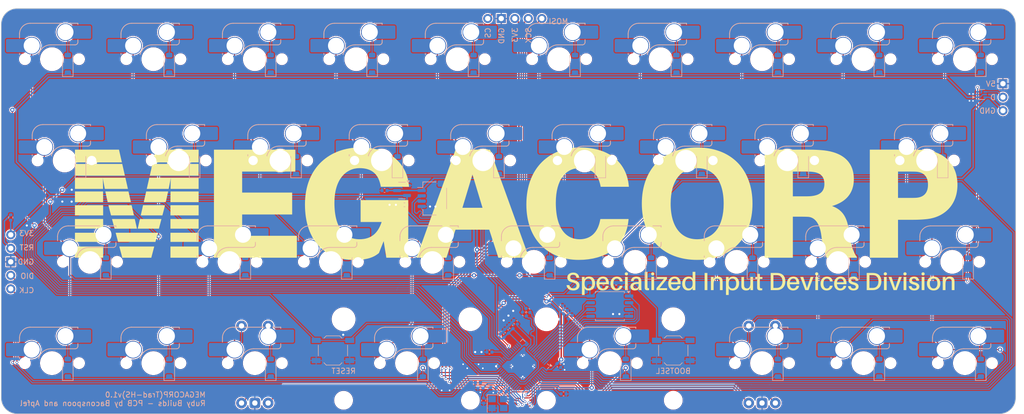
<source format=kicad_pcb>
(kicad_pcb (version 20241229) (generator "pcbnew") (generator_version "9.0")
  (layers (0 "F.Cu" signal) (2 "B.Cu" signal) (13 "F.Paste" user) (15 "B.Paste" user) (5 "F.SilkS" user "F.Silkscreen") (7 "B.SilkS" user "B.Silkscreen") (1 "F.Mask" user) (3 "B.Mask" user) (25 "Edge.Cuts" user))
  (net 0 "")
  (net 1 "ROW 0")
  (net 2 "ROW 1")
  (net 3 "ROW 2")
  (net 4 "ROW 3")
  (net 5 "COL 0")
  (net 6 "COL 1")
  (net 7 "COL 2")
  (net 8 "COL 3")
  (net 9 "COL 4")
  (net 10 "COL 5")
  (net 11 "COL 6")
  (net 12 "COL 7")
  (net 13 "COL 8")
  (net 14 "COL 9")
  (net 15 "+1V1")
  (net 16 "GND")
  (net 17 "+3V3")
  (net 18 "XTAL_IN")
  (net 19 "Net-(C_Crystal2-Pad2)")
  (net 20 "+5V")
  (net 21 "D-")
  (net 22 "D+")
  (net 23 "RESET")
  (net 24 "SWDIO")
  (net 25 "SWCLK")
  (net 26 "XTAL_OUT")
  (net 27 "Net-(U1-USB_DP)")
  (net 28 "Net-(U1-USB_DM)")
  (net 29 "Net-(R_Flash1-Pad2)")
  (net 30 "Net-(R_Flash2-Pad2)")
  (net 31 "CS")
  (net 32 "SD3")
  (net 33 "QSPI_CLK")
  (net 34 "SD0")
  (net 35 "SD2")
  (net 36 "SD1")
  (net 37 "Net-(D1-A)")
  (net 38 "Net-(D2-A)")
  (net 39 "Net-(D3-A)")
  (net 40 "Net-(D4-A)")
  (net 41 "Net-(D5-A)")
  (net 42 "Net-(D6-A)")
  (net 43 "Net-(D7-A)")
  (net 44 "Net-(D8-A)")
  (net 45 "Net-(D9-A)")
  (net 46 "Net-(D10-A)")
  (net 47 "Net-(D11-A)")
  (net 48 "Net-(D12-A)")
  (net 49 "Net-(D13-A)")
  (net 50 "Net-(D14-A)")
  (net 51 "Net-(D15-A)")
  (net 52 "Net-(D16-A)")
  (net 53 "Net-(D17-A)")
  (net 54 "Net-(D18-A)")
  (net 55 "Net-(D19-A)")
  (net 56 "Net-(D20-A)")
  (net 57 "Net-(D22-A)")
  (net 58 "Net-(D23-A)")
  (net 59 "Net-(D24-A)")
  (net 60 "Net-(D25-A)")
  (net 61 "Net-(D26-A)")
  (net 62 "Net-(D27-A)")
  (net 63 "Net-(D28-A)")
  (net 64 "Net-(D29-A)")
  (net 65 "Net-(D30-A)")
  (net 66 "Net-(D31-A)")
  (net 67 "Net-(D32-A)")
  (net 68 "Net-(D33-A)")
  (net 69 "Net-(D34-A)")
  (net 70 "Net-(D35-A)")
  (net 71 "Net-(D36-A)")
  (net 74 "LED_DATA_3V3")
  (net 79 "ENC1_R")
  (net 80 "ENC1_L")
  (net 82 "Net-(D21-A)")
  (net 84 "ENC2_L")
  (net 85 "ENC2_R")
  (net 86 "SPI1_TX_MOSI")
  (net 87 "SPI1_SCK")
  (net 88 "SPI1_CS")
  (net 89 "LED_DATA_5V")
  (footprint "PCM_marbastlib-mx:STAB_MX_2u" (layer "F.Cu") (at 144.065504 96.440544 180)
    (property "Reference" "S2" (hide yes))
    (property "Value" "MX_stab")
  )
  (footprint "PCM_marbastlib-various:ROT_Alps_EC11E-Switch" (layer "F.Cu") (at 77.39056 96.440544)
    (property "Reference" "ENC1" (hide yes))
    (property "Value" "RotaryEncoder_Switch")
  )
  (footprint "PCM_marbastlib-mx:STAB_MX_2u" (layer "F.Cu") (at 105.965536 96.440544 180)
    (property "Reference" "S1" (hide yes))
    (property "Value" "MX_stab")
  )
  (footprint "Connector_PinHeader_2.54mm:PinHeader_1x03_P2.54mm_Vertical" (layer "F.Cu") (at 217.88435 43.894286)
    (property "Reference" "J4" (hide yes))
    (property "Value" "LED_STRIP")
  )
  (footprint "PCM_marbastlib-various:ROT_Alps_EC11E-Switch" (layer "F.Cu") (at 172.640479 96.440544)
    (property "Reference" "ENC2" (hide yes))
    (property "Value" "RotaryEncoder_Switch")
  )
  (footprint "Connector_PinHeader_2.54mm:PinHeader_1x05_P2.54mm_Vertical" (layer "F.Cu") (at 121.126225 31.646786 90)
    (property "Reference" "J3" (hide yes))
    (property "Value" "nice!view")
  )
  (footprint "PCM_marbastlib-mx:SW_MX_HS_CPG151101S11_1u" (layer "B.Cu") (at 167.877984 77.39056 180)
    (property "Reference" "MX26" (hide yes))
    (property "Value" "MX-NoLED")
  )
  (footprint "Capacitor_SMD:C_0402_1005Metric" (layer "B.Cu") (at 123.834211 91.287568 135)
    (property "Reference" "C_3V-Decoup1" (hide yes))
    (property "Value" "10u")
  )
  (footprint "PCM_marbastlib-mx:SW_MX_HS_CPG151101S11_1.25u" (layer "B.Cu") (at 41.671839 58.340577 180)
    (property "Reference" "MX11" (hide yes))
    (property "Value" "MX-NoLED")
  )
  (footprint "PCM_marbastlib-mx:SW_MX_HS_CPG151101S11_1u" (layer "B.Cu") (at 186.927968 77.39056 180)
    (property "Reference" "MX27" (hide yes))
    (property "Value" "MX-NoLED")
  )
  (footprint "Diode_SMD:D_SOD-123" (layer "B.Cu") (at 61.317136 97.333513 90)
    (property "Reference" "D30" (hide yes))
    (property "Value" "1N4148W")
  )
  (footprint "Capacitor_SMD:C_0402_1005Metric" (layer "B.Cu") (at 119.7556 101.145536 180)
    (property "Reference" "C_3V-Decoup6" (hide yes))
    (property "Value" "100n")
  )
  (footprint "Button_Switch_SMD:SW_SPST_TL3342" (layer "B.Cu") (at 155.971745 94.059297)
    (property "Reference" "SW2" (hide yes))
    (property "Value" "BOOTSEL" (hide yes))
  )
  (footprint "PCM_marbastlib-mx:SW_MX_HS_CPG151101S11_1u" (layer "B.Cu") (at 210.740449 39.290593 180)
    (property "Reference" "MX10" (hide yes))
    (property "Value" "MX-NoLED")
  )
  (footprint "PCM_marbastlib-mx:SW_MX_HS_CPG151101S11_1u" (layer "B.Cu") (at 210.740448 96.440544 180)
    (property "Reference" "MX36" (hide yes))
    (property "Value" "MX-NoLED")
  )
  (footprint "Diode_SMD:D_SOD-123" (layer "B.Cu") (at 213.717008 97.333513 90)
    (property "Reference" "D36" (hide yes))
    (property "Value" "1N4148W")
  )
  (footprint "Resistor_SMD:R_0402_1005Metric" (layer "B.Cu") (at 122.2156 101.035536)
    (property "Reference" "R_Crystal1" (hide yes))
    (property "Value" "1k")
  )
  (footprint "Package_TO_SOT_SMD:SOT-563" (layer "B.Cu") (at 213.83435 45.934286)
    (property "Reference" "U4" (hide yes))
    (property "Value" "SN74LVC1T45DRL")
  )
  (footprint "Capacitor_SMD:C_0402_1005Metric" (layer "B.Cu") (at 105.485537 66.674945 180)
    (property "Reference" "C_LD2" (hide yes))
    (property "Value" "1u")
  )
  (footprint "PCM_marbastlib-mx:SW_MX_HS_CPG151101S11_1u" (layer "B.Cu") (at 105.965536 96.440544 180)
    (property "Reference" "MX32" (hide yes))
    (property "Value" "MX-NoLED")
  )
  (footprint "PCM_marbastlib-mx:SW_MX_HS_CPG151101S11_1u" (layer "B.Cu") (at 58.340576 39.290593 180)
    (property "Reference" "MX2" (hide yes))
    (property "Value" "MX-NoLED")
  )
  (footprint "Diode_SMD:D_SOD-123" (layer "B.Cu") (at 147.042064 97.333513 90)
    (property "Reference" "D33" (hide yes))
    (property "Value" "1N4148W")
  )
  (footprint "Package_SO:SOIC-8_5.23x5.23mm_P1.27mm" (layer "B.Cu") (at 144.065504 85.724928 180)
    (property "Reference" "U2" (hide yes))
    (property "Value" "W25Q128JVS")
  )
  (footprint "Diode_SMD:D_SOD-123" (layer "B.Cu") (at 99.417104 40.183561 90)
    (property "Reference" "D4" (hide yes))
    (property "Value" "1N4148W")
  )
  (footprint "Resistor_SMD:R_0402_1005Metric" (layer "B.Cu") (at 145.256128 82.153057)
    (property "Reference" "R_Flash2" (hide yes))
    (property "Value" "5k1")
  )
  (footprint "PCM_marbastlib-mx:SW_MX_HS_CPG151101S11_1.25u" (layer "B.Cu") (at 208.3592 77.390561 180)
    (property "Reference" "MX28" (hide yes))
    (property "Value" "MX-NoLED")
  )
  (footprint "Capacitor_SMD:C_0402_1005Metric" (layer "B.Cu") (at 101.753819 63.984321 180)
    (property "Reference" "C_LD1" (hide yes))
    (property "Value" "1u")
  )
  (footprint "Diode_SMD:D_SOD-123" (layer "B.Cu") (at 61.317136 40.18356 90)
    (property "Reference" "D2" (hide yes))
    (property "Value" "1N4148W")
  )
  (footprint "Capacitor_SMD:C_0402_1005Metric" (layer "B.Cu") (at 125.518007 89.603772 135)
    (property "Reference" "C_3V-Decoup2" (hide yes))
    (property "Value" "1u")
  )
  (footprint "Diode_SMD:D_SOD-123" (layer "B.Cu") (at 75.604624 78.283528 90)
    (property "Reference" "D21" (hide yes))
    (property "Value" "1N4148W")
  )
  (footprint "Diode_SMD:D_SOD-123" (layer "B.Cu") (at 194.667024 40.18356 90)
    (property "Reference" "D9" (hide yes))
    (property "Value" "1N4148W")
  )
  (footprint "Capacitor_SMD:C_0402_1005Metric" (layer "B.Cu") (at 124.1056 101.785536 180)
    (property "Reference" "C_Crystal1" (hide yes))
    (property "Value" "22p")
  )
  (footprint "Diode_SMD:D_SOD-123" (layer "B.Cu") (at 189.904528 78.283529 90)
    (property "Reference" "D27" (hide yes))
    (property "Value" "1N4148W")
  )
  (footprint "Diode_SMD:D_SOD-123" (layer "B.Cu") (at 132.754576 78.283529 90)
    (property "Reference" "D24" (hide yes))
    (property "Value" "1N4148W")
  )
  (footprint "Package_TO_SOT_SMD:SOT-23" (layer "B.Cu") (at 105.028036 63.984321 180)
    (property "Reference" "U3" (hide yes))
    (property "Value" "XC6206P332MR")
  )
  (footprint "Diode_SMD:D_SOD-123" (layer "B.Cu") (at 85.129616 59.233544 90)
    (property "Reference" "D13" (hide yes))
    (property "Value" "1N4148W")
  )
  (footprint "Crystal:Crystal_SMD_3225-4Pin_3.2x2.5mm" (layer "B.Cu") (at 123.0356 104.045536)
    (property "Reference" "Y1" (hide yes))
    (property "Value" "12MHz")
  )
  (footprint "Resistor_SMD:R_0402_1005Metric" (layer "B.Cu") (at 127.99208 87.213208 -45)
    (property "Reference" "R_DATA2" (hide yes))
    (property "Value" "27")
  )
  (footprint "Capacitor_SMD:C_0402_1005Metric" (layer "B.Cu") (at 135.731136 86.915553 45)
    (property "Reference" "C_3V-Decoup9" (hide yes))
    (property "Value" "100n")
  )
  (footprint "Connector_PinHeader_2.54mm:PinHeader_1x05_P2.54mm_Vertical" (layer "B.Cu") (at 31.551536 72.315561 180)
    (property "Reference" "J2" (hide yes))
    (property "Value" "SWD")
  )
  (footprint "Diode_SMD:D_SOD-123" (layer "B.Cu") (at 80.36712 97.333513 90)
    (property "Reference" "D31" (hide yes))
    (property "Value" "1N4148W")
  )
  (footprint "Diode_SMD:D_SOD-123" (layer "B.Cu") (at 180.379535 59.233544 90)
    (property "Reference" "D18" (hide yes))
    (property "Value" "1N4148W")
  )
  (footprint "Capacitor_SMD:C_0402_1005Metric" (layer "B.Cu") (at 135.3756 102.225536)
    (property "Reference" "C_3V-Decoup4" (hide yes))
    (property "Value" "100n")
  )
  (footprint "PCM_marbastlib-mx:SW_MX_HS_CPG151101S11_1u" (layer "B.Cu") (at 129.778016 77.390561 180)
    (property "Reference" "MX24" (hide yes))
    (property "Value" "MX-NoLED")
  )
  (footprint "PCM_marbastlib-mx:SW_MX_HS_CPG151101S11_1.75u" (layer "B.Cu") (at 203.596704 58.340577 180)
    (property "Reference" "MX19" (hide yes))
    (property "Value" "MX-NoLED")
  )
  (footprint "Diode_SMD:D_SOD-123" (layer "B.Cu") (at 104.1796 59.233544 90)
    (property "Reference" "D14" (hide yes))
    (property "Value" "1N4148W")
  )
  (footprint "Diode_SMD:D_SOD-123" (layer "B.Cu") (at 156.567056 40.18356 90)
    (property "Reference" "D7" (hide yes))
    (property "Value" "1N4148W")
  )
  (footprint "Diode_SMD:D_SOD-123" (layer "B.Cu") (at 194.667024 97.333513 90)
    (property "Reference" "D35" (hide yes))
    (property "Value" "1N4148W")
  )
  (footprint "PCM_marbastlib-mx:SW_MX_HS_CPG151101S11_1u" (layer "B.Cu") (at 172.640479 96.440544 180)
    (property "Reference" "MX34" (hide yes))
    (property "Value" "MX-NoLED")
  )
  (footprint "Diode_SMD:D_SOD-123" (layer "B.Cu") (at 44.6484 59.233544 90)
    (property "Reference" "D11" (hide yes))
    (property "Value" "1N4148W")
  )
  (footprint "Diode_SMD:D_SOD-123" (layer "B.Cu") (at 175.61704 97.333513 90)
    (property "Reference" "D34" (hide yes))
    (property "Value" "1N4148W")
  )
  (footprint "Diode_SMD:D_SOD-123" (layer "B.Cu") (at 42.267152 40.18356 90)
    (property "Reference" "D1" (hide yes))
    (property "Value" "1N4148W")
  )
  (footprint "Diode_SMD:D_SOD-123" (layer "B.Cu") (at 42.267152 97.333513 90)
    (property "Reference" "D29" (hide yes))
    (property "Value" "1N4148W")
  )
  (footprint "PCM_marbastlib-mx:SW_MX_HS_CPG151101S11_1u" (layer "B.Cu") (at 91.678048 77.390561 180)
    (property "Reference" "MX22" (hide yes))
    (property "Value" "MX-NoLED")
  )
  (footprint "PCM_marbastlib-mx:SW_MX_HS_CPG151101S11_1u" (layer "B.Cu") (at 110.728032 77.390561 180)
    (property "Reference" "MX23" (hide yes))
    (property "Value" "MX-NoLED")
  )
  (footprint "Diode_SMD:D_SOD-123" (layer "B.Cu") (at 118.467088 40.183561 90)
    (property "Reference" "D5" (hide yes))
    (property "Value" "1N4148W")
  )
  (footprint "Diode_SMD:D_SOD-123" (layer "B.Cu") (at 170.854544 78.283529 90)
    (property "Reference" "D26" (hide yes))
    (property "Value" "1N4148W")
  )
  (footprint "PCM_marbastlib-mx:SW_MX_HS_CPG151101S11_1u" (layer "B.Cu") (at 77.390559 39.290593 180)
    (property "Reference" "MX3" (hide yes))
    (property "Value" "MX-NoLED")
  )
  (footprint "Diode_SMD:D_SOD-123" (layer "B.Cu") (at 175.61704 40.18356 90)
    (property "Reference" "D8" (hide yes))
    (property "Value" "1N4148W")
  )
  (footprint "PCM_marbastlib-mx:SW_MX_HS_CPG151101S11_1u" (layer "B.Cu") (at 58.340576 96.440544 180)
    (property "Reference" "MX30" (hide yes))
    (property "Value" "MX-NoLED")
  )
  (footprint "Capacitor_SMD:C_0402_1005Metric" (layer "B.Cu") (at 121.443648 94.356953 180)
    (property "Reference" "C_3V-Decoup8" (hide yes))
    (property "Value" "100n")
  )
  (footprint "Diode_SMD:D_SOD-123" (layer "B.Cu") (at 206.573264 59.233546 90)
    (property "Reference" "D19" (hide yes))
    (property "Value" "1N4148W")
  )
  (footprint "Diode_SMD:D_SOD-123" (layer "B.Cu") (at 49.410896 78.283529 90)
    (property "Reference" "D20" (hide yes))
    (property "Value" "1N4148W")
  )
  (footprint "Capacitor_SMD:C_0402_1005Metric" (layer "B.Cu") (at 120.3556 103.485536 90)
    (property "Reference" "C_Crystal2" (hide yes))
    (property "Value" "22p")
  )
  (footprint "Capacitor_SMD:C_0402_1005Metric" (layer "B.Cu") (at 134.838168 86.022585 45)
    (property "Reference" "C_3V-Decoup3" (hide yes))
    (property "Value" "100n")
  )
  (footprint "Diode_SMD:D_SOD-123" (layer "B.Cu") (at 66.079632 59.233544 90)
    (property "Reference" "D12" (hide yes))
    (property "Value" "1N4148W")
  )
  (footprint "PCM_marbastlib-mx:SW_MX_HS_CPG151101S11_1u" (layer "B.Cu") (at 120.253024 58.340576 180)
    (property "Reference" "MX15" (hide yes))
    (property "Value" "MX-NoLED")
  )
  (footprint "Diode_SMD:D_SOD-123" (layer "B.Cu") (at 137.517072 40.183561 90)
    (property "Reference" "D6" (hide yes))
    (property "Value" "1N4148W")
  )
  (footprint "PCM_marbastlib-mx:SW_MX_HS_CPG151101S11_1u" (layer "B.Cu") (at 39.290592 39.290593 180)
    (property "Reference" "MX1" (hide yes))
    (property "Value" "MX-NoLED")
  )
  (footprint "Resistor_SMD:R_0402_1005Metric" (layer "B.Cu") (at 142.87488 82.153057)
    (property "Reference" "R_Flash1" (hide yes))
    (property "Value" "5k1")
  )
  (footprint "PCM_marbastlib-mx:SW_MX_HS_CPG151101S11_1u" (layer "B.Cu") (at 96.440543 39.290593 180)
    (property "Reference" "MX4" (hide yes))
    (property "Value" "MX-NoLED")
  )
  (footprint "Connector_JST:JST_SH_SM04B-SRSS-TB_1x04-1MP_P1.00mm_Horizontal" (layer "B.Cu") (at 110.728032 65.484321 -90)
    (property "Reference" "J1" (hide yes))
    (property "Value" "SM04B-SRSS-TB(LF)(SN)")
  )
  (footprint "PCM_marbastlib-mx:SW_MX_HS_CPG151101S11_1u" (layer "B.Cu") (at 134.540512 39.290593 180)
    (property "Reference" "MX6" (hide yes))
    (property "Value" "MX-NoLED")
  )
  (footprint "PCM_marbastlib-mx:SW_MX_HS_CPG151101S11_1u" (layer "B.Cu") (at 115.490528 39.290593 180)
    (property "Reference" "MX5" (hide yes))
    (property "Value" "MX-NoLED")
  )
  (footprint "Diode_SMD:D_SOD-123" (layer "B.Cu") (at 151.80456 78.283529 90)
    (property "Reference" "D25" (hide yes))
    (property "Value" "1N4148W")
  )
  (footprint "Capacitor_SMD:C_0402_1005Metric" (layer "B.Cu") (at 126.359905 88.761874 135)
    (property "Reference" "C_1V-Decoup3" (hide yes))
    (property "Value" "100n")
  )
  (footprint "PCM_marbastlib-mx:SW_MX_HS_CPG151101S11_1u" (layer "B.Cu") (at 101.20304 58.340576 180)
    (property "Reference" "MX14" (hide yes))
    (property "Value" "MX-NoLED")
  )
  (footprint "Resistor_SMD:R_0402_1005Metric" (layer "B.Cu") (at 128.683828 86.521461 -45)
    (property "Reference" "R_DATA1" (hide yes))
    (property "Value" "27")
  )
  (footprint "Diode_SMD:D_SOD-123" (layer "B.Cu") (at 161.329552 59.233545 90)
    (property "Reference" "D17" (hide yes))
    (property "Value" "1N4148W")
  )
  (footprint "PCM_marbastlib-mx:SW_MX_HS_CPG151101S11_1u" (layer "B.Cu") (at 191.690464 96.440544 180)
    (property "Reference" "MX35" (hide yes))
    (property "Value" "MX-NoLED")
  )
  (footprint "PCM_marbastlib-mx:SW_MX_HS_CPG151101S11_1u" (layer "B.Cu") (at 172.64048 39.290593 180)
    (property "Reference" "MX8" (hide yes))
    (property "Value" "MX-NoLED")
  )
  (footprint "Capacitor_SMD:C_0402_1005Metric" (layer "B.Cu") (at 140.791288 82.153057)
    (property "Reference" "C_Flash1" (hide yes))
    (property "Value" "100n")
  )
  (footprint "PCM_marbastlib-mx:SW_MX_HS_CPG151101S11_1.75u" (layer "B.Cu") (at 46.434336 77.39056 180)
    (property "Reference" "MX20" (hide yes))
    (property "Value" "MX-NoLED")
  )
  (footprint "PCM_marbastlib-mx:SW_MX_HS_CPG151101S11_1u" (layer "B.Cu") (at 153.590496 39.290593 180)
    (property "Reference" "MX7" (hide yes))
    (property "Value" "MX-NoLED")
  )
  (footprint "Resistor_SMD:R_0402_1005Metric" (layer "B.Cu") (at 31.551536 69.056192 90)
    (property "Reference" "R_RST1" (hide yes))
    (property "Value" "5k1")
  )
  (footprint "Diode_SMD:D_SOD-123" (layer "B.Cu") (at 113.704592 78.283529 90)
    (property "Reference" "D23" (hide yes))
    (property "Value" "1N4148W")
  )
  (footprint "PCM_marbastlib-mx:SW_MX_HS_CPG151101S11_1u" (layer "B.Cu") (at 139.303007 58.340577 180)
    (property "Reference" "MX16" (hide yes))
    (property "Value" "MX-NoLED")
  )
  (footprint "Diode_SMD:D_SOD-123" (layer "B.Cu") (at 94.654607 78.283529 90)
    (property "Reference" "D22" (hide yes))
    (property "Value" "1N4148W")
  )
  (footprint "PCM_marbastlib-mx:SW_MX_HS_CPG151101S11_1u" (layer "B.Cu") (at 63.103072 58.340577 180)
    (property "Reference" "MX12" (hide yes))
    (property "Value" "MX-NoLED")
  )
  (footprint "Diode_SMD:D_SOD-123" (layer "B.Cu") (at 123.229584 59.233544 90)
    (property "Reference" "D15" (hide yes))
    (property "Value" "1N4148W")
  )
  (footprint "PCM_marbastlib-mx:SW_MX_HS_CPG151101S11_1u" (layer "B.Cu") (at 191.690464 39.290593 180)
    (property "Reference" "MX9" (hide yes))
    (property "Value" "MX-NoLED")
  )
  (footprint "Capacitor_SMD:C_0402_1005Metric" (layer "B.Cu") (at 134.480127 96.882096 -45)
    (property "Reference" "C_3V-Decoup5" (hide yes))
    (property "Value" "100n")
  )
  (footprint "Capacitor_SMD:C_0402_1005Metric" (layer "B.Cu") (at 124.676109 90.44567 135)
    (property "Reference" "C_3V-Decoup7" (hide yes))
    (property "Value" "100n")
  )
  (footprint "PCM_marbastlib-mx:SW_MX_HS_CPG151101S11_1u" (layer "B.Cu") (at 72.628064 77.39056 180)
    (property "Reference" "MX21" (hide yes))
    (property "Value" "MX-NoLED")
  )
  (footprint "PCM_marbastlib-mx:SW_MX_HS_CPG151101S11_1u" (layer "B.Cu") (at 39.290592 96.440544 180)
    (property "Reference" "MX29" (hide yes))
    (property "Value" "MX-NoLED")
  )
  (footprint "Diode_SMD:D_SOD-123" (layer "B.Cu") (at 213.717008 40.18356 90)
    (property "Reference" "D10" (hide yes))
    (property "Value" "1N4148W")
  )
  (footprint "Capacitor_SMD:C_0402_1005Metric" (layer "B.Cu") (at 136.624104 87.808521 45)
    (property "Reference" "C_1V-Decoup2" (hide yes))
    (property "Value" "100n")
  )
  (footprint "Diode_SMD:D_SOD-123" (layer "B.Cu") (at 108.942096 97.333513 90)
    (property "Reference" "D32" (hide yes))
    (property "Value" "1N4148W")
  )
  (footprint "PCM_marbastlib-mx:SW_MX_HS_CPG151101S11_1u" (layer "B.Cu") (at 144.065504 96.440544 180)
    (property "Reference" "MX33" (hide yes))
    (property "Value" "MX-NoLED")
  )
  (footprint "PCM_marbastlib-mx:SW_MX_HS_CPG151101S11_1u" (layer "B.Cu") (at 77.39056 96.440544 180)
    (property "Reference" "MX31" (hide yes))
    (property "Value" "MX-NoLED")
  )
  (footprint "Button_Switch_SMD:SW_SPST_TL3342" (layer "B.Cu") (at 92.059296 94.059297)
    (property "Reference" "SW1" (hide yes))
    (property "Value" "RESET" (hide yes))
  )
  (footprint "Package_DFN_QFN:QFN-56-1EP_7x7mm_P0.4mm_EP3.2x3.2mm_ThermalVias" (layer "B.Cu") (at 127.694424 97.035857 135)
    (property "Reference" "U1" (hide yes))
    (property "Value" "RP2040")
  )
  (footprint "Diode_SMD:D_SOD-123" (layer "B.Cu") (at 80.36712 40.18356 90)
    (property "Reference" "D3" (hide yes))
    (property "Value" "1N4148W")
  )
  (footprint "PCM_marbastlib-mx:SW_MX_HS_CPG151101S11_1u" (layer "B.Cu") (at 158.352992 58.340577 180)
    (property "Reference" "MX17" (hide yes))
    (property "Value" "MX-NoLED")
  )
  (footprint "PCM_marbastlib-mx:SW_MX_HS_CPG151101S11_1u" (layer "B.Cu") (at 82.153056 58.340577 180)
    (property "Reference" "MX13" (hide yes))
    (property "Value" "MX-NoLED")
  )
  (footprint "Capacitor_SMD:C_0402_1005Metric" (layer "B.Cu") (at 119.2756 100.125536 180)
    (property "Reference" "C_1V-Decoup1" (hide yes))
    (property "Value" "1u")
  )
  (footprint "Diode_SMD:D_SOD-123" (layer "B.Cu") (at 142.279568 59.233545 90)
    (property "Reference" "D16" (hide yes))
    (property "Value" "1N4148W")
  )
  (footprint "PCM_marbastlib-mx:SW_MX_HS_CPG151101S11_1u" (layer "B.Cu") (at 148.828 77.39056 180)
    (property "Reference" "MX25" (hide yes))
    (property "Value" "MX-NoLED")
  )
  (footprint "Resistor_SMD:R_0402_1005Metric" (layer "B.Cu") (at 147.33972 82.153057)
    (property "Reference" "R_Flash3" (hide yes))
    (property "Value" "1k")
  )
  (footprint "Diode_SMD:D_SOD-123" (layer "B.Cu") (at 211.33576 78.283529 90)
    (property "Reference" "D28" (hide yes))
    (property "Value" "1N4148W")
  )
  (footprint "PCM_marbastlib-mx:SW_MX_HS_CPG151101S11_1u" (layer "B.Cu") (at 177.402976 58.340577 180)
    (property "Reference" "MX18" (hide yes))
    (property "Value" "MX-NoLED")
  )
  (gr_poly (pts (xy 48.904295 73.646281) (xy 43.607613 73.646281) (xy 43.607613 71.926902) (xy 48.904295 71.926902)) (stroke (width -0.000001)) (fill yes) (layer "F.SilkS"))
  (gr_poly (pts (xy 54.687698 68.664085) (xy 50.384847 68.664085) (xy 50.229735 68.080122) (xy 50.147895 67.769266) (xy 50.064241 67.443226) (xy 49.97925 67.103556) (xy 49.893399 66.751808) (xy 54.253203 66.751808)) (stroke (width -0.000001)) (fill yes) (layer "F.SilkS"))
  (gr_poly (pts (xy 149.085891 80.164368) (xy 149.14255 80.166721) (xy 149.196999 80.170616) (xy 149.249271 80.176031) (xy 149.299398 80.182944) (xy 149.347414 80.191332) (xy 149.39335 80.201174) (xy 149.437239 80.212448) (xy 149.479115 80.22513) (xy 149.519009 80.2392) (xy 149.556955 80.254636) (xy 149.592984 80.271414) (xy 149.62713 80.289514) (xy 149.659425 80.308912) (xy 149.689902 80.329588) (xy 149.718593 80.351518) (xy 149.745532 80.374681) (xy 149.77075 80.399055) (xy 149.79428 80.424618) (xy 149.816156 80.451347) (xy 149.836409 80.47922) (xy 149.855072 80.508216) (xy 149.872179 80.538312) (xy 149.887761 80.569487) (xy 149.901851 80.601718) (xy 149.914482 80.634982) (xy 149.925686 80.669259) (xy 149.935497 80.704526) (xy 149.943946 80.74076) (xy 149.951066 80.77794) (xy 149.961452 80.85505) (xy 149.964739 80.894869) (xy 149.967586 80.936833) (xy 149.969991 80.980446) (xy 149.971957 81.025213) (xy 149.974574 81.116232) (xy 149.975444 81.205931) (xy 149.975444 82.07974) (xy 149.975919 82.149257) (xy 149.977489 82.218492) (xy 149.980374 82.288915) (xy 149.984794 82.361999) (xy 149.990968 82.439215) (xy 149.999115 82.522034) (xy 150.009454 82.611929) (xy 150.022206 82.710371) (xy 149.513271 82.710371) (xy 149.466594 82.350977) (xy 149.340279 82.617125) (xy 149.308171 82.638135) (xy 149.275008 82.657441) (xy 149.240831 82.675092) (xy 149.205682 82.691136) (xy 149.169601 82.70562) (xy 149.13263 82.718593) (xy 149.094809 82.730102) (xy 149.05618 82.740196) (xy 149.016784 82.748922) (xy 148.976662 82.75633) (xy 148.935855 82.762465) (xy 148.894404 82.767378) (xy 148.85235 82.771115) (xy 148.809734 82.773726) (xy 148.766598 82.775256) (xy 148.722983 82.775756) (xy 148.682039 82.775019) (xy 148.641615 82.772813) (xy 148.60176 82.769146) (xy 148.562527 82.764025) (xy 148.523967 82.757458) (xy 148.48613 82.749452) (xy 148.449068 82.740015) (xy 148.412832 82.729155) (xy 148.377474 82.716878) (xy 148.343044 82.703193) (xy 148.309594 82.688107) (xy 148.277175 82.671627) (xy 148.245839 82.653762) (xy 148.215635 82.634518) (xy 148.186617 82.613904) (xy 148.158834 82.591926) (xy 148.132338 82.568593) (xy 148.107181 82.543911) (xy 148.083413 82.517889) (xy 148.061085 82.490533) (xy 148.04025 82.461853) (xy 148.020958 82.431854) (xy 148.00326 82.400545) (xy 147.987207 82.367933) (xy 147.972851 82.334025) (xy 147.960244 82.29883) (xy 147.949435 82.262355) (xy 147.940477 82.224606) (xy 147.93342 82.185593) (xy 147.928316 82.145322) (xy 147.925216 82.103801) (xy 147.924172 82.061037) (xy 147.926335 82.018895) (xy 148.465802 82.018895) (xy 148.466307 82.043045) (xy 148.467811 82.066376) (xy 148.470302 82.088891) (xy 148.473765 82.110594) (xy 148.478187 82.131488) (xy 148.483555 82.151577) (xy 148.489854 82.170863) (xy 148.49707 82.189351) (xy 148.505191 82.207045) (xy 148.514202 82.223946) (xy 148.52409 82.240059) (xy 148.534841 82.255388) (xy 148.546442 82.269935) (xy 148.558878 82.283705) (xy 148.572136 82.2967) (xy 148.586203 82.308924) (xy 148.601064 82.32038) (xy 148.616706 82.331072) (xy 148.633115 82.341004) (xy 148.650278 82.350179) (xy 148.668181 82.3586) (xy 148.68681 82.36627) (xy 148.706152 82.373194) (xy 148.726192 82.379374) (xy 148.768315 82.389518) (xy 148.813069 82.39673) (xy 148.860344 82.401036) (xy 148.910031 82.402466) (xy 148.940008 82.401823) (xy 148.969412 82.399899) (xy 148.998219 82.3967) (xy 149.026402 82.392234) (xy 149.053939 82.386507) (xy 149.080803 82.379526) (xy 149.10697 82.371298) (xy 149.132416 82.361829) (xy 149.157114 82.351128) (xy 149.181042 82.3392) (xy 149.204172 82.326052) (xy 149.226482 82.311692) (xy 149.247945 82.296125) (xy 149.268537 82.27936) (xy 149.288234 82.261402) (xy 149.30701 82.242259) (xy 149.32484 82.221937) (xy 149.3417 82.200444) (xy 149.357565 82.177786) (xy 149.37241 82.15397) (xy 149.38621 82.129003) (xy 149.398941 82.102891) (xy 149.410577 82.075642) (xy 149.421093 82.047263) (xy 149.430466 82.017759) (xy 149.438669 81.987139) (xy 149.445678 81.955409) (xy 149.451469 81.922576) (xy 149.456016 81.888646) (xy 149.459295 81.853627) (xy 149.46128 81.817525) (xy 149.461948 81.780347) (xy 149.461948 81.551247) (xy 149.351337 81.544645) (xy 149.297966 81.542973) (xy 149.245927 81.542402) (xy 149.195256 81.542943) (xy 149.145985 81.544607) (xy 149.098147 81.547406) (xy 149.051777 81.551351) (xy 149.006907 81.556452) (xy 148.96357 81.562722) (xy 148.921801 81.570171) (xy 148.881633 81.578811) (xy 148.843098 81.588653) (xy 148.806231 81.599707) (xy 148.771064 81.611986) (xy 148.737632 81.625501) (xy 148.705967 81.640262) (xy 148.676103 81.656281) (xy 148.648074 81.673568) (xy 148.621912 81.692137) (xy 148.597651 81.711996) (xy 148.575325 81.733159) (xy 148.554966 81.755635) (xy 148.536609 81.779436) (xy 148.520286 81.804574) (xy 148.506032 81.831059) (xy 148.493878 81.858903) (xy 148.48386 81.888116) (xy 148.47601 81.918711) (xy 148.470361 81.950699) (xy 148.466947 81.984089) (xy 148.465802 82.018895) (xy 147.926335 82.018895) (xy 147.929329 81.960547) (xy 147.935794 81.912548) (xy 147.944864 81.866057) (xy 147.956551 81.821084) (xy 147.970866 81.777635) (xy 147.987821 81.735719) (xy 148.007426 81.695346) (xy 148.029695 81.656522) (xy 148.054636 81.619257) (xy 148.082264 81.583559) (xy 148.112587 81.549436) (xy 148.145619 81.516896) (xy 148.18137 81.485948) (xy 148.219851 81.4566) (xy 148.261075 81.42886) (xy 148.305052 81.402737) (xy 148.351794 81.378239) (xy 148.453618 81.334151) (xy 148.566638 81.296664) (xy 148.690945 81.265842) (xy 148.82663 81.241754) (xy 148.973784 81.224466) (xy 149.132498 81.214045) (xy 149.302863 81.210556) (xy 149.461958 81.210556) (xy 149.461958 81.149812) (xy 149.461812 81.081071) (xy 149.46079 81.014112) (xy 149.459677 80.980748) (xy 149.458016 80.947169) (xy 149.455697 80.913152) (xy 149.452612 80.878479) (xy 149.448644 80.841482) (xy 149.441963 80.80603) (xy 149.432487 80.772238) (xy 149.426675 80.756001) (xy 149.420134 80.740223) (xy 149.412853 80.724918) (xy 149.404823 80.710101) (xy 149.396032 80.695786) (xy 149.38647 80.681988) (xy 149.376128 80.668722) (xy 149.364995 80.656001) (xy 149.353061 80.643841) (xy 149.340315 80.632256) (xy 149.326747 80.621261) (xy 149.312347 80.610869) (xy 149.297105 80.601097) (xy 149.281011 80.591957) (xy 149.264054 80.583465) (xy 149.246223 80.575635) (xy 149.227509 80.568482) (xy 149.207902 80.56202) (xy 149.187391 80.556264) (xy 149.165966 80.551228) (xy 149.143616 80.546927) (xy 149.120332 80.543376) (xy 149.096103 80.540588) (xy 149.070919 80.538579) (xy 149.017644 80.536954) (xy 148.990009 80.537447) (xy 148.96322 80.538921) (xy 148.937273 80.541371) (xy 148.912165 80.544792) (xy 148.887892 80.549179) (xy 148.864452 80.554527) (xy 148.84184 80.560831) (xy 148.820054 80.568086) (xy 148.799089 80.576286) (xy 148.778943 80.585427) (xy 148.759612 80.595503) (xy 148.741093 80.60651) (xy 148.723382 80.618441) (xy 148.706476 80.631293) (xy 148.690371 80.64506) (xy 148.675065 80.659737) (xy 148.660553 80.675318) (xy 148.646832 80.6918) (xy 148.633899 80.709176) (xy 148.621751 80.727441) (xy 148.610383 80.746591) (xy 148.599793 80.766619) (xy 148.589977 80.787523) (xy 148.580933 80.809295) (xy 148.572655 80.831931) (xy 148.565142 80.855426) (xy 148.552393 80.904972) (xy 148.542659 80.957892) (xy 148.535913 81.014146) (xy 148.022246 81.014146) (xy 148.026398 80.96397) (xy 148.032699 80.915181) (xy 148.04111 80.867794) (xy 148.051592 80.821822) (xy 148.064106 80.777278) (xy 148.078612 80.734176) (xy 148.095072 80.692529) (xy 148.113446 80.65235) (xy 148.133696 80.613653) (xy 148.155782 80.576452) (xy 148.179664 80.540759) (xy 148.205305 80.506589) (xy 148.232664 80.473955) (xy 148.261703 80.442869) (xy 148.292382 80.413347) (xy 148.324663 80.3854) (xy 148.358505 80.359043) (xy 148.393871 80.334289) (xy 148.430721 80.311152) (xy 148.469015 80.289644) (xy 148.508715 80.26978) (xy 148.549781 80.251572) (xy 148.592175 80.235035) (xy 148.635857 80.220182) (xy 148.680788 80.207025) (xy 148.726928 80.195579) (xy 148.822683 80.177873) (xy 148.922808 80.16717) (xy 149.02699 80.163579)) (stroke (width -0.000001)) (fill yes) (layer "F.SilkS"))
  (gr_poly (pts (xy 66.837087 66.173034) (xy 61.543094 66.173034) (xy 61.547725 64.966216) (xy 61.555965 64.164355) (xy 66.837087 64.164355)) (stroke (width -0.000001)) (fill yes) (layer "F.SilkS"))
  (gr_poly (pts (xy 182.91961 79.364675) (xy 182.935421 79.365766) (xy 182.950954 79.367564) (xy 182.966191 79.370056) (xy 182.981117 79.373225) (xy 182.995716 79.377056) (xy 183.00997 79.381533) (xy 183.023865 79.386642) (xy 183.037383 79.392366) (xy 183.050509 79.398691) (xy 183.063226 79.4056) (xy 183.075517 79.413079) (xy 183.087368 79.421112) (xy 183.098761 79.429684) (xy 183.10968 79.438779) (xy 183.120109 79.448381) (xy 183.130032 79.458477) (xy 183.139433 79.469049) (xy 183.148295 79.480082) (xy 183.156601 79.491562) (xy 183.164337 79.503473) (xy 183.171485 79.515799) (xy 183.178029 79.528524) (xy 183.183954 79.541635) (xy 183.189242 79.555114) (xy 183.193878 79.568947) (xy 183.197845 79.583119) (xy 183.201128 79.597613) (xy 183.203709 79.612414) (xy 183.205573 79.627508) (xy 183.206703 79.642878) (xy 183.207083 79.65851) (xy 183.206703 79.67457) (xy 183.205573 79.690342) (xy 183.203709 79.705811) (xy 183.201128 79.720963) (xy 183.197845 79.735782) (xy 183.193878 79.750255) (xy 183.189242 79.764367) (xy 183.183954 79.778103) (xy 183.178029 79.791449) (xy 183.171485 79.80439) (xy 183.164337 79.816913) (xy 183.156601 79.829001) (xy 183.148295 79.840641) (xy 183.139433 79.851819) (xy 183.130032 79.86252) (xy 183.120109 79.872728) (xy 183.10968 79.882431) (xy 183.098761 79.891612) (xy 183.087368 79.900259) (xy 183.075517 79.908355) (xy 183.063226 79.915888) (xy 183.050509 79.922841) (xy 183.037383 79.929201) (xy 183.023865 79.934954) (xy 183.00997 79.940084) (xy 182.995716 79.944577) (xy 182.981117 79.948418) (xy 182.966191 79.951594) (xy 182.950954 79.954089) (xy 182.935421 79.955889) (xy 182.91961 79.95698) (xy 182.903536 79.957347) (xy 182.887474 79.95698) (xy 182.871701 79.955889) (xy 182.856232 79.954089) (xy 182.841079 79.951594) (xy 182.82626 79.948418) (xy 182.811786 79.944577) (xy 182.797674 79.940084) (xy 182.783938 79.934954) (xy 182.770592 79.929202) (xy 182.75765 79.922842) (xy 182.745128 79.915889) (xy 182.73304 79.908357) (xy 182.721399 79.90026) (xy 182.710222 79.891614) (xy 182.699522 79.882433) (xy 182.689313 79.87273) (xy 182.679611 79.862522) (xy 182.670429 79.851821) (xy 182.661783 79.840644) (xy 182.653687 79.829003) (xy 182.646155 79.816915) (xy 182.639202 79.804393) (xy 182.632842 79.791451) (xy 182.62709 79.778105) (xy 182.621961 79.764369) (xy 182.617468 79.750257) (xy 182.613627 79.735784) (xy 182.610451 79.720964) (xy 182.607956 79.705813) (xy 182.606156 79.690343) (xy 182.605065 79.674571) (xy 182.604698 79.65851) (xy 182.605065 79.642878) (xy 182.606156 79.627508) (xy 182.607956 79.612414) (xy 182.610451 79.597613) (xy 182.613627 79.583119) (xy 182.617469 79.568947) (xy 182.621962 79.555114) (xy 182.627092 79.541635) (xy 182.632844 79.528524) (xy 182.639204 79.515799) (xy 182.646158 79.503473) (xy 182.65369 79.491562) (xy 182.661786 79.480082) (xy 182.670433 79.469049) (xy 182.679615 79.458477) (xy 182.689317 79.448381) (xy 182.699526 79.438779) (xy 182.710226 79.429684) (xy 182.721404 79.421112) (xy 182.733044 79.413079) (xy 182.745133 79.4056) (xy 182.757655 79.398691) (xy 182.770596 79.392366) (xy 182.783942 79.386642) (xy 182.797679 79.381533) (xy 182.81179 79.377056) (xy 182.826263 79.373225) (xy 182.841083 79.370056) (xy 182.856234 79.367564) (xy 182.871703 79.365766) (xy 182.887475 79.364675) (xy 182.903536 79.364308)) (stroke (width -0.000001)) (fill yes) (layer "F.SilkS"))
  (gr_poly (pts (xy 66.83709 63.681981) (xy 61.560873 63.681981) (xy 61.575945 62.63192) (xy 61.599213 61.631448) (xy 61.512096 62.124418) (xy 61.41721 62.633033) (xy 61.315466 63.153488) (xy 61.207776 63.681981) (xy 57.095318 63.681981) (xy 57.573708 61.576812) (xy 66.83709 61.576812)) (stroke (width -0.000001)) (fill yes) (layer "F.SilkS"))
  (gr_poly (pts (xy 182.07578 56.311761) (xy 182.473541 56.320845) (xy 182.854729 56.334757) (xy 183.227631 56.354186) (xy 183.600532 56.379822) (xy 183.981715 56.412352) (xy 184.379468 56.452467) (xy 184.926206 56.531672) (xy 185.460788 56.637945) (xy 185.980024 56.772841) (xy 186.480725 56.937915) (xy 186.959701 57.134722) (xy 187.190045 57.245511) (xy 187.413761 57.364817) (xy 187.630452 57.492833) (xy 187.839717 57.629755) (xy 188.041159 57.775775) (xy 188.234379 57.93109) (xy 188.418977 58.095893) (xy 188.594555 58.270379) (xy 188.760715 58.454741) (xy 188.917058 58.649175) (xy 189.063184 58.853875) (xy 189.198696 59.069034) (xy 189.323194 59.294848) (xy 189.43628 59.531511) (xy 189.537555 59.779218) (xy 189.62662 60.038161) (xy 189.703077 60.308537) (xy 189.766527 60.590539) (xy 189.816571 60.884362) (xy 189.85281 61.190199) (xy 189.874846 61.508246) (xy 189.88228 61.838697) (xy 189.87823 62.076546) (xy 189.866087 62.309367) (xy 189.845861 62.537149) (xy 189.817565 62.759882) (xy 189.781207 62.977555) (xy 189.736799 63.190158) (xy 189.684353 63.397681) (xy 189.623877 63.600113) (xy 189.555385 63.797444) (xy 189.478885 63.989663) (xy 189.394389 64.176761) (xy 189.301908 64.358726) (xy 189.201453 64.535549) (xy 189.093033 64.707218) (xy 188.976661 64.873724) (xy 188.852346 65.035056) (xy 188.7201 65.191204) (xy 188.579933 65.342157) (xy 188.431856 65.487905) (xy 188.27588 65.628437) (xy 188.112016 65.763744) (xy 187.940274 65.893814) (xy 187.760665 66.018638) (xy 187.5732 66.138204) (xy 187.37789 66.252504) (xy 187.174745 66.361525) (xy 186.744995 66.563693) (xy 186.284036 66.744624) (xy 185.791954 66.904237) (xy 186.173562 67.056975) (xy 186.524738 67.228471) (xy 186.846775 67.418856) (xy 187.140967 67.628263) (xy 187.408606 67.856821) (xy 187.650987 68.104664) (xy 187.869401 68.371921) (xy 188.065142 68.658725) (xy 188.239504 68.965207) (xy 188.39378 69.291499) (xy 188.529262 69.637732) (xy 188.647244 70.004037) (xy 188.749019 70.390546) (xy 188.835881 70.79739) (xy 188.909121 71.224701) (xy 188.970035 71.67261) (xy 188.970046 71.67261) (xy 189.022149 72.093398) (xy 189.079252 72.495078) (xy 189.141529 72.878558) (xy 189.209152 73.244741) (xy 189.282294 73.594535) (xy 189.361129 73.928844) (xy 189.44583 74.248576) (xy 189.536571 74.554636) (xy 189.633525 74.847929) (xy 189.736864 75.129361) (xy 189.846763 75.399839) (xy 189.963394 75.660269) (xy 190.086931 75.911555) (xy 190.217546 76.154604) (xy 190.355415 76.390322) (xy 190.500708 76.619615) (xy 184.732576 76.619615) (xy 184.564136 76.089924) (xy 184.411536 75.578861) (xy 184.27409 75.080218) (xy 184.151114 74.587785) (xy 184.041925 74.095352) (xy 183.945838 73.59671) (xy 183.862168 73.085648) (xy 183.790231 72.555957) (xy 183.733304 72.147463) (xy 183.699468 71.951619) (xy 183.662087 71.761442) (xy 183.621189 71.576979) (xy 183.576799 71.39828) (xy 183.528944 71.225393) (xy 183.477653 71.058367) (xy 183.422952 70.89725) (xy 183.364868 70.742091) (xy 183.303427 70.592938) (xy 183.238658 70.44984) (xy 183.170586 70.312845) (xy 183.099239 70.182002) (xy 183.024645 70.05736) (xy 182.946829 69.938966) (xy 182.865819 69.82687) (xy 182.781643 69.72112) (xy 182.694326 69.621764) (xy 182.603896 69.528851) (xy 182.51038 69.44243) (xy 182.413806 69.362549) (xy 182.314199 69.289256) (xy 182.211588 69.222601) (xy 182.105998 69.162631) (xy 181.997458 69.109395) (xy 181.885993 69.062942) (xy 181.771632 69.023321) (xy 181.654401 68.990579) (xy 181.534326 68.964765) (xy 181.411436 68.945929) (xy 181.285758 68.934117) (xy 180.857626 68.917093) (xy 180.446053 68.90835) (xy 180.034465 68.90513) (xy 179.606285 68.904669) (xy 178.427706 68.904669) (xy 178.427706 76.619615) (xy 173.131029 76.619615) (xy 173.131029 65.080299) (xy 178.427695 65.080299) (xy 180.342847 65.080299) (xy 180.746173 65.079839) (xy 181.11634 65.076618) (xy 181.288987 65.07311) (xy 181.453343 65.067877) (xy 181.609408 65.060573) (xy 181.757181 65.050854) (xy 182.009656 65.02439) (xy 182.25773 64.988343) (xy 182.499763 64.941416) (xy 182.734115 64.882317) (xy 182.959145 64.809749) (xy 183.067651 64.768009) (xy 183.173212 64.722417) (xy 183.275623 64.67281) (xy 183.374678 64.619027) (xy 183.470172 64.560906) (xy 183.5619 64.498284) (xy 183.649658 64.431001) (xy 183.73324 64.358893) (xy 183.812441 64.2818) (xy 183.887056 64.199559) (xy 183.956881 64.112008) (xy 184.021709 64.018986) (xy 184.081336 63.920331) (xy 184.135557 63.815881) (xy 184.184168 63.705474) (xy 184.226962 63.588948) (xy 184.263735 63.466141) (xy 184.294281 63.336892) (xy 184.318397 63.201038) (xy 184.335876 63.058418) (xy 184.346514 62.90887) (xy 184.350105 62.752232) (xy 184.346937 62.595586) (xy 184.337531 62.446031) (xy 184.322039 62.303405) (xy 184.300612 62.167547) (xy 184.273402 62.038293) (xy 184.240559 61.915483) (xy 184.202234 61.798955) (xy 184.158579 61.688546) (xy 184.109744 61.584094) (xy 184.055881 61.485439) (xy 183.997141 61.392417) (xy 183.933674 61.304867) (xy 183.865633 61.222627) (xy 183.793167 61.145535) (xy 183.716429 61.073429) (xy 183.635568 61.006148) (xy 183.550737 60.943528) (xy 183.462087 60.885409) (xy 183.369767 60.831629) (xy 183.27393 60.782025) (xy 183.072308 60.6947) (xy 182.858429 60.622137) (xy 182.633502 60.563043) (xy 182.398735 60.516121) (xy 182.155337 60.480076) (xy 181.904517 60.453614) (xy 181.756741 60.443893) (xy 181.600675 60.436589) (xy 181.26367 60.427847) (xy 180.893503 60.424626) (xy 180.490172 60.424166) (xy 178.427695 60.424166) (xy 178.427695 65.080299) (xy 173.131029 65.080299) (xy 173.131029 56.305321) (xy 181.197403 56.305321)) (stroke (width -0.000001)) (fill yes) (layer "F.SilkS"))
  (gr_poly (pts (xy 156.304864 80.165154) (xy 156.369422 80.169834) (xy 156.432012 80.177548) (xy 156.492624 80.188226) (xy 156.551247 80.201798) (xy 156.607872 80.218195) (xy 156.662489 80.237346) (xy 156.715087 80.259182) (xy 156.765656 80.283632) (xy 156.814187 80.310626) (xy 156.86067 80.340095) (xy 156.905093 80.371968) (xy 156.947448 80.406176) (xy 156.987724 80.442648) (xy 157.025911 80.481315) (xy 157.061999 80.522106) (xy 157.095978 80.564952) (xy 157.127837 80.609783) (xy 157.157568 80.656528) (xy 157.185159 80.705117) (xy 157.2106 80.755482) (xy 157.233882 80.807551) (xy 157.254995 80.861254) (xy 157.273928 80.916523) (xy 157.290671 80.973286) (xy 157.305215 81.031474) (xy 157.327662 81.151844) (xy 157.34119 81.277074) (xy 157.345717 81.406603) (xy 157.345685 81.406603) (xy 157.345539 81.44591) (xy 157.344517 81.493535) (xy 157.343403 81.520331) (xy 157.341742 81.549044) (xy 157.339424 81.579619) (xy 157.336339 81.612002) (xy 155.555567 81.612002) (xy 155.560183 81.666536) (xy 155.566111 81.718777) (xy 155.573321 81.768762) (xy 155.581783 81.816527) (xy 155.591468 81.86211) (xy 155.602344 81.905547) (xy 155.614383 81.946875) (xy 155.627554 81.986131) (xy 155.641828 82.023352) (xy 155.657174 82.058575) (xy 155.673562 82.091836) (xy 155.690963 82.123172) (xy 155.709347 82.152621) (xy 155.728684 82.180219) (xy 155.748944 82.206002) (xy 155.770096 82.230009) (xy 155.792112 82.252274) (xy 155.81496 82.272837) (xy 155.838612 82.291732) (xy 155.863037 82.308998) (xy 155.888206 82.324671) (xy 155.914087 82.338788) (xy 155.940652 82.351385) (xy 155.967871 82.3625) (xy 155.995714 82.372169) (xy 156.02415 82.380429) (xy 156.053149 82.387318) (xy 156.082683 82.392871) (xy 156.112721 82.397126) (xy 156.143232 82.40012) (xy 156.205557 82.402471) (xy 156.233421 82.401938) (xy 156.26088 82.400346) (xy 156.287912 82.397703) (xy 156.314496 82.39402) (xy 156.340611 82.389306) (xy 156.366235 82.383569) (xy 156.391347 82.376821) (xy 156.415926 82.369069) (xy 156.439949 82.360324) (xy 156.463397 82.350595) (xy 156.486246 82.339891) (xy 156.508476 82.328222) (xy 156.530066 82.315598) (xy 156.550994 82.302027) (xy 156.571238 82.287518) (xy 156.590777 82.272083) (xy 156.60959 82.255729) (xy 156.627656 82.238467) (xy 156.644952 82.220305) (xy 156.661458 82.201254) (xy 156.677152 82.181323) (xy 156.692012 82.16052) (xy 156.706018 82.138856) (xy 156.719147 82.11634) (xy 156.731379 82.092981) (xy 156.742692 82.068789) (xy 156.753065 82.043773) (xy 156.762476 82.017943) (xy 156.770904 81.991308) (xy 156.778326 81.963878) (xy 156.784723 81.935661) (xy 156.790073 81.906668) (xy 157.308386 81.906668) (xy 157.297259 81.960995) (xy 157.28405 82.013516) (xy 157.268815 82.064237) (xy 157.251608 82.113161) (xy 157.23248 82.160295) (xy 157.211488 82.205644) (xy 157.188683 82.249214) (xy 157.164121 82.291009) (xy 157.137854 82.331035) (xy 157.109936 82.369298) (xy 157.080421 82.405803) (xy 157.049363 82.440555) (xy 157.016816 82.473559) (xy 156.982833 82.504822) (xy 156.947467 82.534347) (xy 156.910774 82.562142) (xy 156.872806 82.58821) (xy 156.833616 82.612558) (xy 156.79326 82.63519) (xy 156.75179 82.656112) (xy 156.665725 82.692849) (xy 156.57585 82.72281) (xy 156.482596 82.746038) (xy 156.386393 82.762577) (xy 156.287669 82.772468) (xy 156.186855 82.775756) (xy 156.064371 82.770824) (xy 156.004728 82.764648) (xy 155.946232 82.75599) (xy 155.888946 82.744842) (xy 155.83293 82.731197) (xy 155.778246 82.715047) (xy 155.724954 82.696387) (xy 155.673117 82.675208) (xy 155.622796 82.651504) (xy 155.574052 82.625267) (xy 155.526947 82.59649) (xy 155.481541 82.565167) (xy 155.437896 82.531289) (xy 155.396074 82.494851) (xy 155.356136 82.455843) (xy 155.318143 82.414261) (xy 155.282157 82.370096) (xy 155.248238 82.323341) (xy 155.216449 82.273989) (xy 155.18685 82.222033) (xy 155.159503 82.167466) (xy 155.13447 82.110281) (xy 155.111811 82.05047) (xy 155.091588 81.988027) (xy 155.073862 81.922944) (xy 155.058695 81.855214) (xy 155.046149 81.784831) (xy 155.036283 81.711786) (xy 155.029161 81.636072) (xy 155.024842 81.557684) (xy 155.023389 81.476613) (xy 155.024844 81.403755) (xy 155.029173 81.332456) (xy 155.036326 81.262765) (xy 155.037795 81.252693) (xy 155.560298 81.252693) (xy 156.818143 81.252693) (xy 156.809211 81.1691) (xy 156.803309 81.129098) (xy 156.796451 81.090305) (xy 156.788637 81.052733) (xy 156.779869 81.016391) (xy 156.770148 80.981289) (xy 156.759473 80.947439) (xy 156.747847 80.914849) (xy 156.73527 80.883531) (xy 156.721742 80.853494) (xy 156.707265 80.824749) (xy 156.691839 80.797307) (xy 156.675465 80.771177) (xy 156.658145 80.746369) (xy 156.639878 80.722895) (xy 156.620667 80.700763) (xy 156.600511 80.679985) (xy 156.579411 80.660571) (xy 156.557369 80.642531) (xy 156.534385 80.625875) (xy 156.510461 80.610613) (xy 156.485596 80.596757) (xy 156.459791 80.584315) (xy 156.433049 80.573299) (xy 156.405369 80.563718) (xy 156.376752 80.555583) (xy 156.347199 80.548904) (xy 156.316711 80.543691) (xy 156.285289 80.539956) (xy 156.252934 80.537706) (xy 156.219646 80.536954) (xy 156.155051 80.53975) (xy 156.123662 80.543244) (xy 156.092904 80.548137) (xy 156.062794 80.554427) (xy 156.033349 80.562114) (xy 156.004588 80.5712) (xy 155.976529 80.581684) (xy 155.94919 80.593565) (xy 155.922588 80.606844) (xy 155.896742 80.621522) (xy 155.87167 80.637597) (xy 155.847389 80.65507) (xy 155.823917 80.673941) (xy 155.801273 80.69421) (xy 155.779474 80.715877) (xy 155.758539 80.738942) (xy 155.738484 80.763405) (xy 155.719329 80.789266) (xy 155.701091 80.816526) (xy 155.683788 80.845183) (xy 155.667438 80.875239) (xy 155.652058 80.906692) (xy 155.637668 80.939544) (xy 155.624285 80.973794) (xy 155.611926 81.009442) (xy 155.590354 81.084933) (xy 155.573097 81.166016) (xy 155.560298 81.252693) (xy 155.037795 81.252693) (xy 155.046249 81.194731) (xy 155.058892 81.128404) (xy 155.074202 81.063834) (xy 155.092127 81.001069) (xy 155.112615 80.94016) (xy 155.135615 80.881155) (xy 155.161075 80.824105) (xy 155.188942 80.769058) (xy 155.219164 80.716065) (xy 155.25169 80.665175) (xy 155.286469 80.616436) (xy 155.323447 80.5699) (xy 155.362573 80.525614) (xy 155.403795 80.48363) (xy 155.447061 80.443995) (xy 155.49232 80.40676) (xy 155.539518 80.371974) (xy 155.588606 80.339686) (xy 155.639529 80.309947) (xy 155.692237 80.282805) (xy 155.746678 80.25831) (xy 155.8028 80.236511) (xy 155.86055 80.217459) (xy 155.919877 80.201202) (xy 155.980729 80.187789) (xy 156.043054 80.177271) (xy 156.1068 80.169697) (xy 156.171916 80.165117) (xy 156.238349 80.163579)) (stroke (width -0.000001)) (fill yes) (layer "F.SilkS"))
  (gr_poly (pts (xy 48.904295 68.664085) (xy 43.607614 68.664085) (xy 43.607614 66.751808) (xy 48.903459 66.751808)) (stroke (width -0.000001)) (fill yes) (layer "F.SilkS"))
  (gr_poly (pts (xy 60.349616 67.440901) (xy 60.185429 68.080122) (xy 60.032355 68.664085) (xy 55.96314 68.664085) (xy 56.397639 66.751808) (xy 60.519359 66.751808)) (stroke (width -0.000001)) (fill yes) (layer "F.SilkS"))
  (gr_poly (pts (xy 137.252706 79.421649) (xy 137.316578 79.425281) (xy 137.37834 79.431272) (xy 137.438005 79.439572) (xy 137.49559 79.450128) (xy 137.551109 79.46289) (xy 137.604576 79.477806) (xy 137.656006 79.494826) (xy 137.705414 79.513899) (xy 137.752815 79.534973) (xy 137.798223 79.557997) (xy 137.841654 79.582921) (xy 137.883121 79.609693) (xy 137.92264 79.638262) (xy 137.960225 79.668577) (xy 137.995891 79.700587) (xy 138.029653 79.73424) (xy 138.061525 79.769487) (xy 138.091523 79.806275) (xy 138.119661 79.844554) (xy 138.145953 79.884272) (xy 138.170415 79.925378) (xy 138.193061 79.967822) (xy 138.213906 80.011552) (xy 138.232965 80.056517) (xy 138.250252 80.102666) (xy 138.265782 80.149948) (xy 138.279571 80.198313) (xy 138.301979 80.298082) (xy 138.317597 80.401565) (xy 137.785301 80.401565) (xy 137.77621 80.334075) (xy 137.770111 80.301678) (xy 137.762981 80.270197) (xy 137.754823 80.239645) (xy 137.745641 80.210033) (xy 137.735438 80.181376) (xy 137.724218 80.153686) (xy 137.711984 80.126976) (xy 137.69874 80.101258) (xy 137.684489 80.076546) (xy 137.669234 80.052852) (xy 137.652979 80.030189) (xy 137.635727 80.00857) (xy 137.617482 79.988007) (xy 137.598246 79.968514) (xy 137.578025 79.950103) (xy 137.55682 79.932787) (xy 137.534635 79.916579) (xy 137.511475 79.901492) (xy 137.487341 79.887538) (xy 137.462239 79.87473) (xy 137.43617 79.863081) (xy 137.409139 79.852604) (xy 137.381148 79.843312) (xy 137.352202 79.835217) (xy 137.322304 79.828332) (xy 137.291457 79.82267) (xy 137.259664 79.818245) (xy 137.22693 79.815068) (xy 137.193257 79.813152) (xy 137.158649 79.812511) (xy 137.102472 79.814159) (xy 137.048081 79.819129) (xy 137.021634 79.822869) (xy 136.995729 79.827453) (xy 136.970397 79.832884) (xy 136.94567 79.839167) (xy 136.92158 79.846305) (xy 136.898159 79.854304) (xy 136.875437 79.863167) (xy 136.853447 79.8729) (xy 136.832221 79.883505) (xy 136.81179 79.894988) (xy 136.792186 79.907353) (xy 136.773441 79.920604) (xy 136.755586 79.934745) (xy 136.738653 79.949781) (xy 136.722675 79.965716) (xy 136.707681 79.982554) (xy 136.693705 80.0003) (xy 136.680778 80.018958) (xy 136.668931 80.038532) (xy 136.658197 80.059026) (xy 136.648607 80.080446) (xy 136.640193 80.102794) (xy 136.632986 80.126076) (xy 136.627018 80.150296) (xy 136.622322 80.175458) (xy 136.618928 80.201566) (xy 136.616868 80.228625) (xy 136.616174 80.256638) (xy 136.61845 80.313423) (xy 136.625392 80.36647) (xy 136.630666 80.391656) (xy 136.637171 80.415984) (xy 136.644928 80.43948) (xy 136.653958 80.46217) (xy 136.664283 80.484079) (xy 136.675924 80.505234) (xy 136.688902 80.525659) (xy 136.70324 80.545381) (xy 136.718958 80.564425) (xy 136.736077 80.582817) (xy 136.75462 80.600583) (xy 136.774607 80.617747) (xy 136.819 80.650377) (xy 136.869427 80.680911) (xy 136.926059 80.709556) (xy 136.989069 80.736516) (xy 137.058625 80.761997) (xy 137.134901 80.786205) (xy 137.218066 80.809344) (xy 137.308292 80.831621) (xy 137.437125 80.863968) (xy 137.557242 80.899741) (xy 137.668698 80.939075) (xy 137.721196 80.96012) (xy 137.771549 80.982107) (xy 137.819765 81.005053) (xy 137.865851 81.028975) (xy 137.909813 81.05389) (xy 137.951659 81.079814) (xy 137.991396 81.106766) (xy 138.029031 81.134763) (xy 138.06457 81.16382) (xy 138.09802 81.193956) (xy 138.129389 81.225188) (xy 138.158684 81.257532) (xy 138.185911 81.291005) (xy 138.211078 81.325626) (xy 138.234191 81.36141) (xy 138.255258 81.398376) (xy 138.274286 81.436539) (xy 138.29128 81.475918) (xy 138.30625 81.516529) (xy 138.3192 81.558389) (xy 138.330139 81.601516) (xy 138.339074 81.645926) (xy 138.346011 81.691637) (xy 138.350957 81.738665) (xy 138.35392 81.787029) (xy 138.354906 81.836744) (xy 138.3534 81.890848) (xy 138.348933 81.943585) (xy 138.34158 81.994929) (xy 138.331415 82.044859) (xy 138.318514 82.093353) (xy 138.302952 82.140386) (xy 138.284804 82.185935) (xy 138.264144 82.229979) (xy 138.241049 82.272495) (xy 138.215593 82.313458) (xy 138.187851 82.352847) (xy 138.157898 82.390639) (xy 138.125809 82.42681) (xy 138.091659 82.461338) (xy 138.055524 82.4942) (xy 138.017478 82.525372) (xy 137.977596 82.554833) (xy 137.935954 82.582559) (xy 137.892626 82.608528) (xy 137.847688 82.632715) (xy 137.75328 82.675658) (xy 137.653331 82.711203) (xy 137.548442 82.739168) (xy 137.439212 82.75937) (xy 137.326242 82.771625) (xy 137.210132 82.775751) (xy 137.141665 82.774727) (xy 137.074788 82.771662) (xy 137.009527 82.766565) (xy 136.945908 82.759445) (xy 136.883955 82.750311) (xy 136.823695 82.739172) (xy 136.765152 82.726038) (xy 136.708353 82.710918) (xy 136.653323 82.693821) (xy 136.600086 82.674756) (xy 136.54867 82.653732) (xy 136.499099 82.630758) (xy 136.451399 82.605844) (xy 136.405594 82.578999) (xy 136.361712 82.550231) (xy 136.319776 82.519551) (xy 136.279814 82.486967) (xy 136.241849 82.452489) (xy 136.205908 82.416125) (xy 136.172016 82.377884) (xy 136.140199 82.337777) (xy 136.110482 82.295812) (xy 136.08289 82.251998) (xy 136.057449 82.206345) (xy 136.034185 82.158861) (xy 136.013123 82.109556) (xy 135.994288 82.058439) (xy 135.977706 82.005519) (xy 135.963403 81.950806) (xy 135.951403 81.894308) (xy 135.941733 81.836034) (xy 135.934418 81.775995) (xy 136.466799 81.775995) (xy 136.475253 81.812699) (xy 136.484841 81.848304) (xy 136.495543 81.882805) (xy 136.507341 81.916197) (xy 136.520218 81.948477) (xy 136.534156 81.979639) (xy 136.549137 82.009681) (xy 136.565142 82.038596) (xy 136.582155 82.066382) (xy 136.600156 82.093034) (xy 136.619129 82.118548) (xy 136.639055 82.142918) (xy 136.659916 82.166142) (xy 136.681694 82.188214) (xy 136.704372 82.209131) (xy 136.727931 82.228888) (xy 136.752354 82.247481) (xy 136.777623 82.264906) (xy 136.803719 82.281157) (xy 136.830625 82.296232) (xy 136.858322 82.310125) (xy 136.886794 82.322833) (xy 136.916022 82.334351) (xy 136.945987 82.344674) (xy 136.976673 82.353799) (xy 137.008061 82.361722) (xy 137.072872 82.373941) (xy 137.140277 82.381298) (xy 137.210132 82.383758) (xy 137.241479 82.383226) (xy 137.272379 82.381638) (xy 137.302798 82.379008) (xy 137.332698 82.375348) (xy 137.362044 82.370671) (xy 137.390799 82.364989) (xy 137.418929 82.358317) (xy 137.446397 82.350666) (xy 137.473166 82.34205) (xy 137.499201 82.332481) (xy 137.524466 82.321972) (xy 137.548924 82.310536) (xy 137.572541 82.298186) (xy 137.595279 82.284934) (xy 137.617104 82.270794) (xy 137.637978 82.255779) (xy 137.657865 82.239901) (xy 137.676731 82.223173) (xy 137.694538 82.205607) (xy 137.711252 82.187218) (xy 137.726835 82.168018) (xy 137.741252 82.148019) (xy 137.754466 82.127234) (xy 137.766443 82.105677) (xy 137.777145 82.083359) (xy 137.786537 82.060295) (xy 137.794583 82.036496) (xy 137.801247 82.011976) (xy 137.806493 81.986748) (xy 137.810284 81.960824) (xy 137.812586 81.934217) (xy 137.813361 81.90694) (xy 137.811027 81.845716) (xy 137.803898 81.788162) (xy 137.791782 81.734114) (xy 137.783794 81.708353) (xy 137.774487 81.683407) (xy 137.763837 81.659256) (xy 137.751821 81.635878) (xy 137.738414 81.613254) (xy 137.723593 81.591362) (xy 137.707333 81.570182) (xy 137.68961 81.549694) (xy 137.670401 81.529877) (xy 137.649681 81.510711) (xy 137.627427 81.492174) (xy 137.603615 81.474247) (xy 137.551218 81.440139) (xy 137.4923 81.408222) (xy 137.426669 81.378331) (xy 137.354132 81.350303) (xy 137.274499 81.323973) (xy 137.187576 81.299176) (xy 137.093173 81.275748) (xy 136.980815 81.247529) (xy 136.873583 81.216973) (xy 136.771771 81.183718) (xy 136.675671 81.147402) (xy 136.585576 81.107662) (xy 136.542871 81.086394) (xy 136.501778 81.064134) (xy 136.462333 81.040836) (xy 136.424572 81.016456) (xy 136.388531 80.990947) (xy 136.354249 80.964265) (xy 136.32176 80.936363) (xy 136.291102 80.907198) (xy 136.262311 80.876722) (xy 136.235425 80.844892) (xy 136.210479 80.811661) (xy 136.18751 80.776985) (xy 136.166555 80.740817) (xy 136.14765 80.703113) (xy 136.130832 80.663827) (xy 136.116138 80.622914) (xy 136.103604 80.580329) (xy 136.093267 80.536025) (xy 136.085163 80.489959) (xy 136.07933 80.442083) (xy 136.075802 80.392354) (xy 136.074619 80.340726) (xy 136.076097 80.287914) (xy 136.080481 80.236416) (xy 136.087694 80.186256) (xy 136.097662 80.137457) (xy 136.110308 80.090044) (xy 136.125555 80.04404) (xy 136.143329 79.999469) (xy 136.163554 79.956354) (xy 136.186152 79.91472) (xy 136.21105 79.874591) (xy 136.23817 79.835989) (xy 136.267436 79.798939) (xy 136.298774 79.763464) (xy 136.332106 79.729589) (xy 136.367358 79.697337) (xy 136.404453 79.666732) (xy 136.443315 79.637798) (xy 136.483868 79.610558) (xy 136.526037 79.585036) (xy 136.569745 79.561256) (xy 136.661477 79.519017) (xy 136.758457 79.484032) (xy 136.860077 79.45649) (xy 136.96573 79.436582) (xy 137.07481 79.424497) (xy 137.186708 79.420427)) (stroke (width -0.000001)) (fill yes) (layer "F.SilkS"))
  (gr_poly (pts (xy 48.896885 64.966678) (xy 48.901606 66.173034) (xy 43.607612 66.173034) (xy 43.607612 64.164355) (xy 48.888733 64.164355)) (stroke (width -0.000001)) (fill yes) (layer "F.SilkS"))
  (gr_poly (pts (xy 52.423342 58.699878) (xy 43.607612 58.699878) (xy 43.607612 56.305318) (xy 51.879199 56.305318)) (stroke (width -0.000001)) (fill yes) (layer "F.SilkS"))
  (gr_poly (pts (xy 154.784099 80.616417) (xy 153.39634 82.341722) (xy 154.802791 82.341722) (xy 154.802791 82.710382) (xy 152.816898 82.710382) (xy 152.816898 82.355704) (xy 154.214024 80.616417) (xy 152.910347 80.616417) (xy 152.910347 80.247757) (xy 154.784099 80.247757)) (stroke (width -0.000001)) (fill yes) (layer "F.SilkS"))
  (gr_poly (pts (xy 181.076268 82.332365) (xy 181.763194 80.229049) (xy 182.309941 80.229049) (xy 181.361295 82.710371) (xy 180.763172 82.710371) (xy 179.814536 80.229049) (xy 180.379964 80.229049)) (stroke (width -0.000001)) (fill yes) (layer "F.SilkS"))
  (gr_poly (pts (xy 204.944221 80.165262) (xy 205.01865 80.170259) (xy 205.090686 80.17849) (xy 205.160326 80.189875) (xy 205.227567 80.204337) (xy 205.292405 80.221794) (xy 205.354838 80.242168) (xy 205.414862 80.265379) (xy 205.472474 80.291349) (xy 205.527671 80.319997) (xy 205.580449 80.351245) (xy 205.630806 80.385012) (xy 205.678738 80.42122) (xy 205.724241 80.45979) (xy 205.767313 80.500641) (xy 205.80795 80.543695) (xy 205.84615 80.588872) (xy 205.881908 80.636093) (xy 205.915222 80.685278) (xy 205.946089 80.736349) (xy 205.974505 80.789225) (xy 206.000466 80.843828) (xy 206.023971 80.900078) (xy 206.045015 80.957896) (xy 206.063595 81.017202) (xy 206.079709 81.077917) (xy 206.093352 81.139961) (xy 206.104522 81.203256) (xy 206.119429 81.33328) (xy 206.124404 81.467352) (xy 206.123159 81.534868) (xy 206.119429 81.601477) (xy 206.113215 81.667097) (xy 206.104522 81.731647) (xy 206.093352 81.795047) (xy 206.079709 81.857215) (xy 206.063595 81.91807) (xy 206.045015 81.977532) (xy 206.023971 82.035519) (xy 206.000466 82.09195) (xy 205.974505 82.146744) (xy 205.946089 82.19982) (xy 205.915222 82.251098) (xy 205.881908 82.300495) (xy 205.84615 82.347931) (xy 205.80795 82.393325) (xy 205.767313 82.436595) (xy 205.724241 82.477662) (xy 205.678738 82.516443) (xy 205.630806 82.552858) (xy 205.580449 82.586825) (xy 205.527671 82.618264) (xy 205.472474 82.647093) (xy 205.414862 82.673232) (xy 205.354838 82.696599) (xy 205.292405 82.717114) (xy 205.227567 82.734694) (xy 205.160326 82.74926) (xy 205.090686 82.760731) (xy 205.01865 82.769024) (xy 204.944221 82.774059) (xy 204.867403 82.775756) (xy 204.790167 82.774059) (xy 204.715374 82.769024) (xy 204.643024 82.760731) (xy 204.573117 82.74926) (xy 204.505655 82.734694) (xy 204.440637 82.717113) (xy 204.378065 82.696598) (xy 204.317939 82.673231) (xy 204.26026 82.647092) (xy 204.205028 82.618263) (xy 204.152244 82.586824) (xy 204.101909 82.552856) (xy 204.054023 82.516441) (xy 204.008586 82.47766) (xy 203.965601 82.436593) (xy 203.925066 82.393323) (xy 203.886983 82.347929) (xy 203.851353 82.300493) (xy 203.818175 82.251095) (xy 203.787452 82.199818) (xy 203.759182 82.146742) (xy 203.733368 82.091948) (xy 203.710009 82.035517) (xy 203.689106 81.97753) (xy 203.67066 81.918068) (xy 203.654671 81.857213) (xy 203.641141 81.795045) (xy 203.630069 81.731645) (xy 203.615304 81.601476) (xy 203.610381 81.467352) (xy 204.151936 81.467352) (xy 204.152702 81.519401) (xy 204.154988 81.570319) (xy 204.158784 81.620073) (xy 204.164075 81.668628) (xy 204.170849 81.71595) (xy 204.179094 81.762004) (xy 204.188796 81.806758) (xy 204.199943 81.850175) (xy 204.212521 81.892223) (xy 204.226518 81.932866) (xy 204.241921 81.972071) (xy 204.258717 82.009803) (xy 204.276893 82.046029) (xy 204.296437 82.080713) (xy 204.317335 82.113822) (xy 204.339575 82.145321) (xy 204.363144 82.175176) (xy 204.388029 82.203354) (xy 204.414217 82.229819) (xy 204.441695 82.254538) (xy 204.470451 82.277476) (xy 204.500471 82.298598) (xy 204.531744 82.317872) (xy 204.564255 82.335262) (xy 204.597992 82.350735) (xy 204.632942 82.364255) (xy 204.669093 82.37579) (xy 204.706431 82.385304) (xy 204.744944 82.392763) (xy 204.784619 82.398134) (xy 204.825443 82.401381) (xy 204.867403 82.402471) (xy 204.908932 82.401381) (xy 204.949352 82.398134) (xy 204.988649 82.392763) (xy 205.026809 82.385304) (xy 205.063819 82.37579) (xy 205.099665 82.364255) (xy 205.134333 82.350735) (xy 205.167809 82.335262) (xy 205.20008 82.317872) (xy 205.231133 82.298598) (xy 205.260953 82.277476) (xy 205.289526 82.254538) (xy 205.316839 82.229819) (xy 205.342879 82.203354) (xy 205.36763 82.175176) (xy 205.391081 82.145321) (xy 205.413217 82.113822) (xy 205.434024 82.080713) (xy 205.453488 82.046029) (xy 205.471597 82.009803) (xy 205.50369 81.932866) (xy 205.530195 81.850175) (xy 205.551 81.762004) (xy 205.565997 81.668628) (xy 205.575076 81.570319) (xy 205.578127 81.467352) (xy 205.577362 81.415317) (xy 205.575076 81.364438) (xy 205.571283 81.314748) (xy 205.565997 81.26628) (xy 205.559232 81.219064) (xy 205.551 81.173136) (xy 205.541317 81.128526) (xy 205.530195 81.085267) (xy 205.517648 81.043392) (xy 205.50369 81.002933) (xy 205.488335 80.963924) (xy 205.471597 80.926395) (xy 205.453488 80.89038) (xy 205.434024 80.855912) (xy 205.413217 80.823022) (xy 205.391081 80.791744) (xy 205.36763 80.762109) (xy 205.342879 80.734151) (xy 205.316839 80.707902) (xy 205.289526 80.683394) (xy 205.260953 80.66066) (xy 205.231133 80.639732) (xy 205.20008 80.620643) (xy 205.167809 80.603426) (xy 205.134333 80.588112) (xy 205.099665 80.574734) (xy 205.063819 80.563326) (xy 205.026809 80.553919) (xy 204.988649 80.546546) (xy 204.949352 80.541239) (xy 204.908932 80.538031) (xy 204.867403 80.536954) (xy 204.825443 80.538031) (xy 204.784619 80.541239) (xy 204.744944 80.546546) (xy 204.706431 80.553919) (xy 204.669093 80.563326) (xy 204.632942 80.574734) (xy 204.597992 80.588112) (xy 204.564255 80.603426) (xy 204.531744 80.620643) (xy 204.500471 80.639732) (xy 204.470451 80.66066) (xy 204.441695 80.683394) (xy 204.414217 80.707902) (xy 204.388029 80.734151) (xy 204.363144 80.762109) (xy 204.339575 80.791744) (xy 204.317335 80.823022) (xy 204.296437 80.855912) (xy 204.276893 80.89038) (xy 204.258717 80.926395) (xy 204.226518 81.002933) (xy 204.199943 81.085267) (xy 204.179094 81.173136) (xy 204.164075 81.26628) (xy 204.154988 81.364438) (xy 204.151936 81.467352) (xy 203.610381 81.467352) (xy 203.615304 81.33328) (xy 203.621456 81.267722) (xy 203.630069 81.203256) (xy 203.641141 81.139961) (xy 203.654671 81.077917) (xy 203.67066 81.017202) (xy 203.689106 80.957896) (xy 203.710009 80.900078) (xy 203.733368 80.843828) (xy 203.759182 80.789225) (xy 203.787452 80.736349) (xy 203.818175 80.685278) (xy 203.851353 80.636093) (xy 203.886983 80.588872) (xy 203.925066 80.543695) (xy 203.965601 80.500641) (xy 204.008586 80.45979) (xy 204.054023 80.42122) (xy 204.101909 80.385012) (xy 204.152244 80.351245) (xy 204.205028 80.319997) (xy 204.26026 80.291349) (xy 204.317939 80.265379) (xy 204.378065 80.242168) (xy 204.440637 80.221794) (xy 204.505655 80.204337) (xy 204.573117 80.189875) (xy 204.643024 80.17849) (xy 204.715374 80.170259) (xy 204.790167 80.165262) (xy 204.867403 80.163579)) (stroke (width -0.000001)) (fill yes) (layer "F.SilkS"))
  (gr_poly (pts (xy 189.841367 80.164506) (xy 189.892614 80.167295) (xy 189.942376 80.171901) (xy 189.990653 80.178289) (xy 190.037443 80.186424) (xy 190.082744 80.196272) (xy 190.126554 80.207797) (xy 190.168872 80.220964) (xy 190.209696 80.235739) (xy 190.249024 80.252087) (xy 190.286856 80.269973) (xy 190.323188 80.289361) (xy 190.35802 80.310218) (xy 190.39135 80.332508) (xy 190.423177 80.356196) (xy 190.453497 80.381247) (xy 190.482311 80.407627) (xy 190.509616 80.435301) (xy 190.535411 80.464234) (xy 190.559694 80.49439) (xy 190.582463 80.525736) (xy 190.603717 80.558235) (xy 190.623454 80.591854) (xy 190.641672 80.626557) (xy 190.65837 80.66231) (xy 190.673547 80.699078) (xy 190.6872 80.736825) (xy 190.699327 80.775517) (xy 190.709928 80.815119) (xy 190.719 80.855596) (xy 190.726543 80.896913) (xy 190.732553 80.939036) (xy 190.209529 80.939036) (xy 190.198688 80.891219) (xy 190.185441 80.84599) (xy 190.169794 80.803415) (xy 190.161073 80.783146) (xy 190.151754 80.763565) (xy 190.141839 80.744683) (xy 190.131329 80.726508) (xy 190.120224 80.709048) (xy 190.108526 80.692312) (xy 190.096234 80.676309) (xy 190.083351 80.661047) (xy 190.069876 80.646534) (xy 190.055811 80.63278) (xy 190.041157 80.619793) (xy 190.025915 80.607582) (xy 190.010085 80.596155) (xy 189.993669 80.58552) (xy 189.976666 80.575687) (xy 189.959079 80.566664) (xy 189.940908 80.55846) (xy 189.922154 80.551082) (xy 189.902817 80.54454) (xy 189.882899 80.538843) (xy 189.862401 80.533999) (xy 189.841323 80.530016) (xy 189.819666 80.526903) (xy 189.797432 80.524669) (xy 189.77462 80.523322) (xy 189.751233 80.522871) (xy 189.728796 80.523266) (xy 189.707097 80.524441) (xy 189.686135 80.526379) (xy 189.665908 80.529066) (xy 189.646414 80.532486) (xy 189.627652 80.536624) (xy 189.60962 80.541464) (xy 189.592316 80.546991) (xy 189.575738 80.553189) (xy 189.559885 80.560043) (xy 189.544755 80.567537) (xy 189.530346 80.575657) (xy 189.516656 80.584386) (xy 189.503685 80.593709) (xy 189.49143 80.603611) (xy 189.479889 80.614076) (xy 189.469061 80.625088) (xy 189.458944 80.636633) (xy 189.449536 80.648695) (xy 189.440836 80.661259) (xy 189.432841 80.674308) (xy 189.425551 80.687828) (xy 189.418963 80.701803) (xy 189.413076 80.716217) (xy 189.407888 80.731056) (xy 189.403398 80.746303) (xy 189.399602 80.761944) (xy 189.396501 80.777963) (xy 189.394092 80.794344) (xy 189.392373 80.811071) (xy 189.391343 80.828131) (xy 189.391 80.845506) (xy 189.391535 80.866171) (xy 189.39314 80.886093) (xy 189.395815 80.905297) (xy 189.399561 80.923807) (xy 189.40438 80.94165) (xy 189.410272 80.958849) (xy 189.417238 80.975429) (xy 189.425279 80.991416) (xy 189.434396 81.006834) (xy 189.444589 81.021708) (xy 189.455859 81.036063) (xy 189.468208 81.049924) (xy 189.496144 81.076262) (xy 189.528403 81.100923) (xy 189.564992 81.124104) (xy 189.605917 81.146005) (xy 189.651186 81.166825) (xy 189.700805 81.186762) (xy 189.75478 81.206017) (xy 189.81312 81.224787) (xy 189.87583 81.243272) (xy 189.942917 81.261671) (xy 190.041541 81.288874) (xy 190.134096 81.318051) (xy 190.22054 81.349423) (xy 190.300834 81.383207) (xy 190.374936 81.419622) (xy 190.409653 81.438885) (xy 190.442807 81.458888) (xy 190.474393 81.479658) (xy 190.504406 81.501224) (xy 190.532841 81.523611) (xy 190.559692 81.546847) (xy 190.584956 81.570961) (xy 190.608626 81.595978) (xy 190.630697 81.621928) (xy 190.651166 81.648836) (xy 190.670026 81.67673) (xy 190.687272 81.705638) (xy 190.7029 81.735588) (xy 190.716905 81.766605) (xy 190.72928 81.798718) (xy 190.740022 81.831955) (xy 190.749126 81.866342) (xy 190.756585 81.901907) (xy 190.762396 81.938677) (xy 190.766552 81.97668) (xy 190.76905 82.015942) (xy 190.769884 82.056493) (xy 190.768648 82.100899) (xy 190.764979 82.14388) (xy 190.758932 82.185438) (xy 190.750565 82.225574) (xy 190.739932 82.264288) (xy 190.727092 82.301582) (xy 190.712099 82.337456) (xy 190.69501 82.371911) (xy 190.675883 82.404948) (xy 190.654772 82.436569) (xy 190.631734 82.466774) (xy 190.606826 82.495564) (xy 190.580104 82.522941) (xy 190.551625 82.548904) (xy 190.521443 82.573456) (xy 190.489617 82.596596) (xy 190.456202 82.618327) (xy 190.421255 82.638649) (xy 190.346988 82.675069) (xy 190.267267 82.705865) (xy 190.182544 82.731045) (xy 190.093268 82.750615) (xy 189.99989 82.764584) (xy 189.902861 82.77296) (xy 189.802631 82.775751) (xy 189.700964 82.772837) (xy 189.602978 82.764031) (xy 189.555453 82.757388) (xy 189.508953 82.749236) (xy 189.463514 82.739561) (xy 189.41917 82.728353) (xy 189.375957 82.715599) (xy 189.333909 82.701287) (xy 189.293062 82.685405) (xy 189.253451 82.66794) (xy 189.21511 82.64888) (xy 189.178074 82.628214) (xy 189.14238 82.605928) (xy 189.108061 82.582012) (xy 189.075153 82.556452) (xy 189.04369 82.529237) (xy 189.013709 82.500354) (xy 188.985243 82.469792) (xy 188.958328 82.437538) (xy 188.933 82.403579) (xy 188.909292 82.367905) (xy 188.88724 82.330502) (xy 188.866879 82.291358) (xy 188.848244 82.250462) (xy 188.83137 82.207801) (xy 188.816293 82.163363) (xy 188.803046 82.117136) (xy 188.791666 82.069108) (xy 188.782187 82.019266) (xy 188.774645 81.967599) (xy 189.293044 81.967599) (xy 189.299165 81.996852) (xy 189.306145 82.024993) (xy 189.313964 82.052034) (xy 189.322605 82.077988) (xy 189.332048 82.102866) (xy 189.342274 82.126681) (xy 189.353264 82.149443) (xy 189.365 82.171166) (xy 189.377462 82.191861) (xy 189.390633 82.211541) (xy 189.404492 82.230216) (xy 189.419022 82.2479) (xy 189.434203 82.264605) (xy 189.450017 82.280341) (xy 189.466444 82.295122) (xy 189.483466 82.30896) (xy 189.501064 82.321865) (xy 189.519219 82.333851) (xy 189.537913 82.34493) (xy 189.557126 82.355112) (xy 189.57684 82.364412) (xy 189.597035 82.372839) (xy 189.617693 82.380407) (xy 189.638796 82.387127) (xy 189.682258 82.398073) (xy 189.727271 82.405773) (xy 189.773683 82.410322) (xy 189.821344 82.411817) (xy 189.865488 82.410609) (xy 189.908322 82.406976) (xy 189.929181 82.404247) (xy 189.949632 82.400905) (xy 189.96965 82.396951) (xy 189.989208 82.392382) (xy 190.008279 82.387197) (xy 190.026837 82.381393) (xy 190.044855 82.37497) (xy 190.062307 82.367926) (xy 190.079165 82.360258) (xy 190.095405 82.351965) (xy 190.110999 82.343046) (xy 190.12592 82.333498) (xy 190.140142 82.323321) (xy 190.153639 82.312512) (xy 190.166384 82.301069) (xy 190.178351 82.288991) (xy 190.189513 82.276277) (xy 190.199843 82.262924) (xy 190.209315 82.248931) (xy 190.217903 82.234297) (xy 190.22558 82.219018) (xy 190.232319 82.203095) (xy 190.238094 82.186524) (xy 190.242879 82.169305) (xy 190.246646 82.151436) (xy 190.24937 82.132914) (xy 190.251024 82.113739) (xy 190.251581 82.093909) (xy 190.249589 82.054702) (xy 190.243529 82.017662) (xy 190.233278 81.98265) (xy 190.226542 81.965862) (xy 190.218712 81.949529) (xy 190.209773 81.933635) (xy 190.199708 81.918163) (xy 190.176142 81.888413) (xy 190.14789 81.860144) (xy 190.114827 81.833217) (xy 190.076832 81.807496) (xy 190.033779 81.782844) (xy 189.985546 81.759123) (xy 189.932008 81.736196) (xy 189.873041 81.713927) (xy 189.808522 81.692177) (xy 189.738328 81.670811) (xy 189.662334 81.64969) (xy 189.578782 81.62686) (xy 189.498289 81.602029) (xy 189.421176 81.574952) (xy 189.347765 81.545381) (xy 189.278377 81.513071) (xy 189.213335 81.477775) (xy 189.182544 81.45893) (xy 189.15296 81.439247) (xy 189.124624 81.418693) (xy 189.097575 81.397239) (xy 189.071853 81.374854) (xy 189.0475 81.351506) (xy 189.024554 81.327166) (xy 189.003057 81.301801) (xy 188.983049 81.275382) (xy 188.964569 81.247878) (xy 188.947659 81.219257) (xy 188.932357 81.189489) (xy 188.918706 81.158544) (xy 188.906744 81.126389) (xy 188.896511 81.092996) (xy 188.88805 81.058332) (xy 188.881398 81.022367) (xy 188.876597 80.98507) (xy 188.873687 80.94641) (xy 188.872708 80.906357) (xy 188.87377 80.863513) (xy 188.876935 80.821757) (xy 188.88217 80.781108) (xy 188.889443 80.741582) (xy 188.898721 80.703199) (xy 188.909972 80.665975) (xy 188.923163 80.629928) (xy 188.938262 80.595077) (xy 188.955236 80.561439) (xy 188.974054 80.529032) (xy 188.994682 80.497874) (xy 189.017089 80.467982) (xy 189.041241 80.439375) (xy 189.067106 80.41207) (xy 189.094652 80.386085) (xy 189.123846 80.361438) (xy 189.154656 80.338147) (xy 189.18705 80.316229) (xy 189.220995 80.295703) (xy 189.256458 80.276585) (xy 189.293407 80.258895) (xy 189.33181 80.24265) (xy 189.371634 80.227867) (xy 189.412847 80.214564) (xy 189.499309 80.192472) (xy 189.590936 80.176515) (xy 189.687469 80.166837) (xy 189.788649 80.163579) (xy 189.788638 80.163568)) (stroke (width -0.000001)) (fill yes) (layer "F.SilkS"))
  (gr_poly (pts (xy 60.936536 64.955196) (xy 60.7467 65.793912) (xy 60.657242 66.173034) (xy 56.529228 66.173034) (xy 56.985671 64.164355) (xy 61.107853 64.164355)) (stroke (width -0.000001)) (fill yes) (layer "F.SilkS"))
  (gr_poly (pts (xy 162.3756 82.710382) (xy 161.862018 82.710382) (xy 161.862018 79.485902) (xy 162.3756 79.485902)) (stroke (width -0.000001)) (fill yes) (layer "F.SilkS"))
  (gr_poly (pts (xy 142.834574 80.165154) (xy 142.899132 80.169834) (xy 142.961722 80.177548) (xy 143.022335 80.188226) (xy 143.080959 80.201798) (xy 143.137586 80.218195) (xy 143.192205 80.237346) (xy 143.244806 80.259182) (xy 143.295379 80.283632) (xy 143.343913 80.310626) (xy 143.390399 80.340095) (xy 143.434826 80.371968) (xy 143.477185 80.406176) (xy 143.517465 80.442648) (xy 143.555656 80.481315) (xy 143.591748 80.522106) (xy 143.625731 80.564952) (xy 143.657595 80.609783) (xy 143.687329 80.656528) (xy 143.714925 80.705117) (xy 143.74037 80.755482) (xy 143.763656 80.807551) (xy 143.784773 80.861254) (xy 143.803709 80.916523) (xy 143.820455 80.973286) (xy 143.835002 81.031474) (xy 143.857454 81.151844) (xy 143.870985 81.277074) (xy 143.875513 81.406603) (xy 143.875491 81.406603) (xy 143.875345 81.44591) (xy 143.874323 81.493535) (xy 143.87321 81.520331) (xy 143.871549 81.549044) (xy 143.86923 81.579619) (xy 143.866145 81.612002) (xy 142.085362 81.612002) (xy 142.089971 81.666536) (xy 142.095893 81.718777) (xy 142.103097 81.768762) (xy 142.111555 81.816527) (xy 142.121236 81.86211) (xy 142.132109 81.905547) (xy 142.144146 81.946875) (xy 142.157315 81.986131) (xy 142.171588 82.023352) (xy 142.186934 82.058575) (xy 142.203323 82.091836) (xy 142.220725 82.123172) (xy 142.23911 82.152621) (xy 142.258449 82.180219) (xy 142.27871 82.206002) (xy 142.299865 82.230009) (xy 142.321883 82.252274) (xy 142.344735 82.272837) (xy 142.36839 82.291732) (xy 142.392818 82.308998) (xy 142.417989 82.324671) (xy 142.443874 82.338788) (xy 142.470442 82.351385) (xy 142.497664 82.3625) (xy 142.525509 82.372169) (xy 142.553948 82.380429) (xy 142.58295 82.387318) (xy 142.612486 82.392871) (xy 142.642525 82.397126) (xy 142.673038 82.40012) (xy 142.735364 82.402471) (xy 142.763227 82.401938) (xy 142.790685 82.400346) (xy 142.817716 82.397703) (xy 142.844299 82.39402) (xy 142.870412 82.389306) (xy 142.896033 82.383569) (xy 142.921143 82.376821) (xy 142.945719 82.369069) (xy 142.96974 82.360324) (xy 142.993184 82.350595) (xy 143.01603 82.339891) (xy 143.038258 82.328222) (xy 143.059844 82.315598) (xy 143.080769 82.302027) (xy 143.101011 82.287518) (xy 143.120548 82.272083) (xy 143.139359 82.255729) (xy 143.157422 82.238467) (xy 143.174717 82.220305) (xy 143.191222 82.201254) (xy 143.206915 82.181323) (xy 143.221776 82.16052) (xy 143.235782 82.138856) (xy 143.248913 82.11634) (xy 143.261147 82.092981) (xy 143.272463 82.068789) (xy 143.28284 82.043773) (xy 143.292255 82.017943) (xy 143.300688 81.991308) (xy 143.308117 81.963878) (xy 143.314521 81.935661) (xy 143.319879 81.906668) (xy 143.838193 81.906668) (xy 143.827064 81.960995) (xy 143.813854 82.013516) (xy 143.798617 82.064237) (xy 143.781407 82.113161) (xy 143.762277 82.160295) (xy 143.741282 82.205644) (xy 143.718475 82.249214) (xy 143.693909 82.291009) (xy 143.667639 82.331035) (xy 143.639718 82.369298) (xy 143.610201 82.405803) (xy 143.57914 82.440555) (xy 143.54659 82.473559) (xy 143.512604 82.504822) (xy 143.477236 82.534347) (xy 143.44054 82.562142) (xy 143.40257 82.58821) (xy 143.36338 82.612558) (xy 143.323022 82.63519) (xy 143.281552 82.656112) (xy 143.195487 82.692849) (xy 143.105615 82.72281) (xy 143.012366 82.746038) (xy 142.916171 82.762577) (xy 142.817459 82.772468) (xy 142.716661 82.775756) (xy 142.594176 82.770824) (xy 142.534532 82.764648) (xy 142.476035 82.75599) (xy 142.418746 82.744842) (xy 142.362728 82.731197) (xy 142.30804 82.715047) (xy 142.254746 82.696387) (xy 142.202905 82.675208) (xy 142.15258 82.651504) (xy 142.103833 82.625267) (xy 142.056723 82.59649) (xy 142.011313 82.565167) (xy 141.967664 82.531289) (xy 141.925837 82.494851) (xy 141.885895 82.455843) (xy 141.847897 82.414261) (xy 141.811906 82.370096) (xy 141.777983 82.323341) (xy 141.746189 82.273989) (xy 141.716587 82.222033) (xy 141.689236 82.167466) (xy 141.664199 82.110281) (xy 141.641536 82.05047) (xy 141.62131 81.988027) (xy 141.603582 81.922944) (xy 141.588412 81.855214) (xy 141.575863 81.784831) (xy 141.565996 81.711786) (xy 141.558872 81.636072) (xy 141.554553 81.557684) (xy 141.553099 81.476613) (xy 141.554554 81.403755) (xy 141.558885 81.332456) (xy 141.566038 81.262765) (xy 141.567508 81.252693) (xy 142.090009 81.252693) (xy 143.347949 81.252693) (xy 143.339019 81.1691) (xy 143.333118 81.129098) (xy 143.32626 81.090305) (xy 143.318447 81.052733) (xy 143.309679 81.016391) (xy 143.299958 80.981289) (xy 143.289283 80.947439) (xy 143.277656 80.914849) (xy 143.265078 80.883531) (xy 143.251549 80.853494) (xy 143.237071 80.824749) (xy 143.221643 80.797307) (xy 143.205268 80.771177) (xy 143.187946 80.746369) (xy 143.169677 80.722895) (xy 143.150463 80.700763) (xy 143.130304 80.679985) (xy 143.109201 80.660571) (xy 143.087155 80.642531) (xy 143.064167 80.625875) (xy 143.040238 80.610613) (xy 143.015368 80.596757) (xy 142.989559 80.584315) (xy 142.962811 80.573299) (xy 142.935124 80.563718) (xy 142.906501 80.555583) (xy 142.876941 80.548904) (xy 142.846446 80.543691) (xy 142.815016 80.539956) (xy 142.782653 80.537706) (xy 142.749356 80.536954) (xy 142.684775 80.53975) (xy 142.653393 80.543244) (xy 142.622639 80.548137) (xy 142.592533 80.554427) (xy 142.563091 80.562114) (xy 142.534333 80.5712) (xy 142.506276 80.581684) (xy 142.478938 80.593565) (xy 142.452337 80.606844) (xy 142.426491 80.621522) (xy 142.401418 80.637597) (xy 142.377136 80.65507) (xy 142.353663 80.673941) (xy 142.331017 80.69421) (xy 142.309217 80.715877) (xy 142.288279 80.738942) (xy 142.268222 80.763405) (xy 142.249064 80.789266) (xy 142.230824 80.816526) (xy 142.213518 80.845183) (xy 142.197165 80.875239) (xy 142.181783 80.906692) (xy 142.16739 80.939544) (xy 142.154005 80.973794) (xy 142.141644 81.009442) (xy 142.120068 81.084933) (xy 142.102809 81.166016) (xy 142.090009 81.252693) (xy 141.567508 81.252693) (xy 141.575964 81.194731) (xy 141.588608 81.128404) (xy 141.60392 81.063834) (xy 141.621848 81.001069) (xy 141.642339 80.94016) (xy 141.665342 80.881155) (xy 141.690804 80.824105) (xy 141.718674 80.769058) (xy 141.7489 80.716065) (xy 141.781429 80.665175) (xy 141.81621 80.616436) (xy 141.853191 80.5699) (xy 141.892319 80.525614) (xy 141.933543 80.48363) (xy 141.976811 80.443995) (xy 142.022071 80.40676) (xy 142.069271 80.371974) (xy 142.118359 80.339686) (xy 142.169282 80.309947) (xy 142.22199 80.282805) (xy 142.276429 80.25831) (xy 142.332549 80.236511) (xy 142.390296 80.217459) (xy 142.44962 80.201202) (xy 142.510467 80.187789) (xy 142.572787 80.177271) (xy 142.636527 80.169697) (xy 142.701635 80.165117) (xy 142.768059 80.163579)) (stroke (width -0.000001)) (fill yes) (layer "F.SilkS"))
  (gr_poly (pts (xy 66.83709 68.664085) (xy 61.540411 68.664085) (xy 61.541244 66.751808) (xy 66.83709 66.751808)) (stroke (width -0.000001)) (fill yes) (layer "F.SilkS"))
  (gr_poly (pts (xy 184.891453 80.16468) (xy 184.948139 80.167958) (xy 185.003442 80.173374) (xy 185.057344 80.18089) (xy 185.109826 80.190468) (xy 185.160866 80.202069) (xy 185.210446 80.215656) (xy 185.258546 80.23119) (xy 185.305147 80.248633) (xy 185.350228 80.267946) (xy 185.39377 80.289091) (xy 185.435753 80.31203) (xy 185.476158 80.336725) (xy 185.514965 80.363137) (xy 185.552154 80.391229) (xy 185.587705 80.420961) (xy 185.6216 80.452296) (xy 185.653817 80.485195) (xy 185.684339 80.51962) (xy 185.713144 80.555533) (xy 185.740213 80.592896) (xy 185.765527 80.631669) (xy 185.789066 80.671816) (xy 185.81081 80.713297) (xy 185.83074 80.756075) (xy 185.848835 80.800111) (xy 185.865077 80.845367) (xy 185.879445 80.891804) (xy 185.89192 80.939385) (xy 185.902482 80.98807) (xy 185.911111 81.037823) (xy 185.917789 81.088604) (xy 185.39893 81.088604) (xy 185.383443 81.020008) (xy 185.3746 80.987503) (xy 185.36503 80.956185) (xy 185.354737 80.926048) (xy 185.343726 80.897086) (xy 185.332 80.869293) (xy 185.319565 80.842664) (xy 185.306424 80.817192) (xy 185.292582 80.792871) (xy 185.278043 80.769696) (xy 185.262812 80.74766) (xy 185.246892 80.726757) (xy 185.230289 80.706981) (xy 185.213006 80.688327) (xy 185.195047 80.670788) (xy 185.176418 80.654358) (xy 185.157122 80.639032) (xy 185.137164 80.624803) (xy 185.116548 80.611666) (xy 185.095278 80.599614) (xy 185.073359 80.588641) (xy 185.050794 80.578742) (xy 185.027589 80.56991) (xy 185.003748 80.56214) (xy 184.979275 80.555425) (xy 184.954174 80.549759) (xy 184.928449 80.545137) (xy 184.902105 80.541553) (xy 184.875147 80.539) (xy 184.847578 80.537473) (xy 184.819403 80.536965) (xy 184.752842 80.54032) (xy 184.688342 80.550435) (xy 184.656962 80.558051) (xy 184.626212 80.567385) (xy 184.596132 80.578447) (xy 184.56676 80.591246) (xy 184.538134 80.605791) (xy 184.510294 80.622093) (xy 184.483277 80.640159) (xy 184.457121 80.660001) (xy 184.431867 80.681626) (xy 184.407551 80.705045) (xy 184.384213 80.730267) (xy 184.361891 80.757302) (xy 184.340623 80.786158) (xy 184.320448 80.816846) (xy 184.301405 80.849374) (xy 184.283532 80.883752) (xy 184.266868 80.919989) (xy 184.251451 80.958096) (xy 184.237319 80.998081) (xy 184.224511 81.039953) (xy 184.203022 81.129399) (xy 184.187291 81.226508) (xy 184.177626 81.331356) (xy 184.174336 81.444019) (xy 184.175152 81.506001) (xy 184.177571 81.565728) (xy 184.181555 81.623219) (xy 184.187065 81.678493) (xy 184.19406 81.731569) (xy 184.202502 81.782465) (xy 184.212351 81.831201) (xy 184.223568 81.877795) (xy 184.236114 81.922267) (xy 184.249949 81.964634) (xy 184.265033 82.004916) (xy 184.281327 82.043131) (xy 184.298793 82.079299) (xy 184.317389 82.113438) (xy 184.337078 82.145568) (xy 184.35782 82.175706) (xy 184.379575 82.203871) (xy 184.402304 82.230083) (xy 184.425967 82.254361) (xy 184.450526 82.276722) (xy 184.47594 82.297187) (xy 184.50217 82.315773) (xy 184.529178 82.332499) (xy 184.556923 82.347386) (xy 184.585367 82.36045) (xy 184.614469 82.371711) (xy 184.64419 82.381189) (xy 184.674492 82.3889) (xy 184.705334 82.394866) (xy 184.736678 82.399104) (xy 184.768483 82.401632) (xy 184.800711 82.402471) (xy 184.82807 82.401951) (xy 184.854927 82.400393) (xy 184.881272 82.397801) (xy 184.907095 82.394178) (xy 184.932388 82.389527) (xy 184.95714 82.383852) (xy 184.981342 82.377157) (xy 185.004986 82.369445) (xy 185.028061 82.360718) (xy 185.050558 82.350982) (xy 185.072468 82.340239) (xy 185.093781 82.328492) (xy 185.114488 82.315745) (xy 185.134579 82.302002) (xy 185.154045 82.287266) (xy 185.172877 82.27154) (xy 185.191065 82.254828) (xy 185.2086 82.237133) (xy 185.225473 82.218459) (xy 185.241673 82.198809) (xy 185.257191 82.178187) (xy 185.272019 82.156596) (xy 185.286147 82.134039) (xy 185.299565 82.11052) (xy 185.312263 82.086043) (xy 185.324234 82.06061) (xy 185.335466 82.034225) (xy 185.345951 82.006893) (xy 185.36464 81.949396) (xy 185.380228 81.888147) (xy 185.903722 81.888147) (xy 185.891861 81.942927) (xy 185.878194 81.995951) (xy 185.862749 82.047222) (xy 185.845556 82.096739) (xy 185.826644 82.144504) (xy 185.806042 82.190518) (xy 185.78378 82.234782) (xy 185.759885 82.277297) (xy 185.734388 82.318064) (xy 185.707318 82.357084) (xy 185.678703 82.394359) (xy 185.648573 82.429889) (xy 185.616957 82.463675) (xy 185.583884 82.495719) (xy 185.549384 82.526021) (xy 185.513485 82.554583) (xy 185.476216 82.581406) (xy 185.437607 82.606491) (xy 185.397686 82.629838) (xy 185.356484 82.651449) (xy 185.314028 82.671325) (xy 185.270349 82.689467) (xy 185.179435 82.720554) (xy 185.083975 82.744718) (xy 184.984203 82.761967) (xy 184.880351 82.77231) (xy 184.772652 82.775756) (xy 184.652797 82.770928) (xy 184.537162 82.756383) (xy 184.481079 82.745438) (xy 184.426232 82.73203) (xy 184.372683 82.716147) (xy 184.320491 82.697778) (xy 184.269718 82.676911) (xy 184.220425 82.653536) (xy 184.17267 82.62764) (xy 184.126517 82.599212) (xy 184.082024 82.568241) (xy 184.039252 82.534715) (xy 183.998262 82.498623) (xy 183.959115 82.459954) (xy 183.921871 82.418697) (xy 183.886591 82.374839) (xy 183.853335 82.328369) (xy 183.822165 82.279277) (xy 183.793139 82.22755) (xy 183.76632 82.173178) (xy 183.741767 82.116148) (xy 183.719542 82.05645) (xy 183.699705 81.994072) (xy 183.682316 81.929002) (xy 183.667436 81.86123) (xy 183.655125 81.790744) (xy 183.645445 81.717532) (xy 183.638456 81.641584) (xy 183.634217 81.562887) (xy 183.632791 81.48143) (xy 183.634391 81.403189) (xy 183.639137 81.327162) (xy 183.646944 81.253367) (xy 183.657732 81.18182) (xy 183.671416 81.11254) (xy 183.687914 81.045545) (xy 183.707144 80.980852) (xy 183.729021 80.918478) (xy 183.753465 80.858443) (xy 183.780392 80.800763) (xy 183.809718 80.745456) (xy 183.841362 80.69254) (xy 183.875241 80.642032) (xy 183.911271 80.593951) (xy 183.949371 80.548314) (xy 183.989456 80.505138) (xy 184.031445 80.464442) (xy 184.075255 80.426243) (xy 184.120803 80.390558) (xy 184.168006 80.357407) (xy 184.216781 80.326806) (xy 184.267045 80.298772) (xy 184.318717 80.273325) (xy 184.371712 80.250481) (xy 184.425949 80.230258) (xy 184.481344 80.212674) (xy 184.537815 80.197746) (xy 184.595279 80.185493) (xy 184.653652 80.175932) (xy 184.712853 80.169081) (xy 184.772799 80.164957) (xy 184.833406 80.163579)) (stroke (width -0.000001)) (fill yes) (layer "F.SilkS"))
  (gr_poly (pts (xy 160.117359 82.710366) (xy 159.603777 82.710366) (xy 159.603777 82.317727) (xy 159.416718 82.589151) (xy 159.389074 82.609697) (xy 159.358869 82.629314) (xy 159.326281 82.647946) (xy 159.291487 82.66554) (xy 159.254667 82.682041) (xy 159.215999 82.697393) (xy 159.175659 82.711543) (xy 159.133827 82.724436) (xy 159.090681 82.736016) (xy 159.046399 82.74623) (xy 159.001159 82.755022) (xy 158.955139 82.762339) (xy 158.908517 82.768124) (xy 158.861472 82.772325) (xy 158.814181 82.774885) (xy 158.766823 82.775751) (xy 158.701102 82.774188) (xy 158.637183 82.769543) (xy 158.575085 82.761877) (xy 158.514826 82.751255) (xy 158.456424 82.73774) (xy 158.399899 82.721393) (xy 158.345269 82.702279) (xy 158.292552 82.68046) (xy 158.241768 82.656) (xy 158.192935 82.628961) (xy 158.146072 82.599407) (xy 158.101198 82.567401) (xy 158.05833 82.533005) (xy 158.017488 82.496283) (xy 157.978691 82.457298) (xy 157.941956 82.416113) (xy 157.907304 82.372791) (xy 157.874751 82.327395) (xy 157.844318 82.279987) (xy 157.816023 82.230632) (xy 157.789883 82.179393) (xy 157.765919 82.126331) (xy 157.744149 82.071511) (xy 157.724591 82.014995) (xy 157.707264 81.956847) (xy 157.692187 81.897129) (xy 157.668856 81.773237) (xy 157.654748 81.643823) (xy 157.650012 81.509393) (xy 157.65083 81.467352) (xy 158.191654 81.467352) (xy 158.192378 81.517339) (xy 158.194545 81.566458) (xy 158.198145 81.614661) (xy 158.203169 81.661901) (xy 158.209608 81.708131) (xy 158.217451 81.753304) (xy 158.22669 81.797373) (xy 158.237315 81.840291) (xy 158.249317 81.88201) (xy 158.262686 81.922484) (xy 158.277413 81.961665) (xy 158.293489 81.999507) (xy 158.310903 82.035962) (xy 158.329648 82.070983) (xy 158.349712 82.104523) (xy 158.371088 82.136535) (xy 158.393764 82.166972) (xy 158.417733 82.195786) (xy 158.442984 82.222931) (xy 158.469509 82.24836) (xy 158.497297 82.272025) (xy 158.52634 82.293879) (xy 158.556628 82.313876) (xy 158.588151 82.331968) (xy 158.6209 82.348107) (xy 158.654866 82.362248) (xy 158.690039 82.374342) (xy 158.72641 82.384343) (xy 158.76397 82.392203) (xy 158.802709 82.397876) (xy 158.842617 82.401315) (xy 158.883685 82.402471) (xy 158.883685 82.402466) (xy 158.955731 82.399573) (xy 159.026057 82.39072) (xy 159.094259 82.375648) (xy 159.159934 82.354096) (xy 159.191697 82.340809) (xy 159.222676 82.325805) (xy 159.252822 82.30905) (xy 159.282083 82.290513) (xy 159.310409 82.270162) (xy 159.33775 82.247962) (xy 159.364054 82.223883) (xy 159.389272 82.197892) (xy 159.413353 82.169955) (xy 159.436247 82.140041) (xy 159.457902 82.108117) (xy 159.478269 82.07415) (xy 159.497297 82.038109) (xy 159.514935 81.99996) (xy 159.531133 81.959671) (xy 159.54584 81.917209) (xy 159.559007 81.872543) (xy 159.570581 81.825639) (xy 159.580514 81.776465) (xy 159.588754 81.724988) (xy 159.595251 81.671176) (xy 159.599954 81.614997) (xy 159.602812 81.556418) (xy 159.603777 81.495406) (xy 159.603777 81.364466) (xy 159.60272 81.309027) (xy 159.5996 81.255779) (xy 159.594489 81.204694) (xy 159.587458 81.155744) (xy 159.578582 81.108899) (xy 159.567933 81.064133) (xy 159.555584 81.021416) (xy 159.541607 80.980721) (xy 159.526075 80.942018) (xy 159.509062 80.905281) (xy 159.490638 80.87048) (xy 159.470879 80.837588) (xy 159.449855 80.806575) (xy 159.42764 80.777415) (xy 159.404307 80.750077) (xy 159.379928 80.724535) (xy 159.354576 80.700761) (xy 159.328324 80.678724) (xy 159.301245 80.658399) (xy 159.27341 80.639755) (xy 159.244894 80.622766) (xy 159.215769 80.607402) (xy 159.186107 80.593635) (xy 159.155982 80.581438) (xy 159.125465 80.570781) (xy 159.094631 80.561637) (xy 159.063551 80.553977) (xy 159.032298 80.547774) (xy 158.969564 80.539622) (xy 158.907013 80.536954) (xy 158.86917 80.537872) (xy 158.83194 80.540623) (xy 158.795364 80.545207) (xy 158.759478 80.551621) (xy 158.724322 80.559864) (xy 158.689935 80.569934) (xy 158.656354 80.581829) (xy 158.623618 80.595547) (xy 158.591767 80.611088) (xy 158.560837 80.628448) (xy 158.530868 80.647627) (xy 158.501898 80.668622) (xy 158.473966 80.691433) (xy 158.447111 80.716056) (xy 158.42137 80.742491) (xy 158.396782 80.770735) (xy 158.373387 80.800788) (xy 158.351221 80.832647) (xy 158.330325 80.86631) (xy 158.310735 80.901776) (xy 158.292492 80.939043) (xy 158.275633 80.978109) (xy 158.260197 81.018973) (xy 158.246222 81.061632) (xy 158.233747 81.106086) (xy 158.22281 81.152332) (xy 158.213451 81.200369) (xy 158.205706 81.250195) (xy 158.199616 81.301808) (xy 158.195218 81.355206) (xy 158.191654 81.467352) (xy 157.65083 81.467352) (xy 157.651639 81.425735) (xy 157.656462 81.344815) (xy 157.664391 81.266627) (xy 157.675341 81.191166) (xy 157.689222 81.118426) (xy 157.705947 81.048402) (xy 157.725427 80.981089) (xy 157.747576 80.916481) (xy 157.772305 80.854574) (xy 157.799526 80.795361) (xy 157.829151 80.738837) (xy 157.861092 80.684997) (xy 157.895262 80.633836) (xy 157.931573 80.585348) (xy 157.969936 80.539528) (xy 158.010264 80.49637) (xy 158.052468 80.455869) (xy 158.096462 80.418021) (xy 158.142157 80.382818) (xy 158.189465 80.350257) (xy 158.238298 80.320331) (xy 158.288569 80.293036) (xy 158.340189 80.268366) (xy 158.39307 80.246315) (xy 158.447125 80.226879) (xy 158.502266 80.210051) (xy 158.558405 80.195827) (xy 158.615454 80.184202) (xy 158.673325 80.175169) (xy 158.73193 80.168723) (xy 158.791181 80.16486) (xy 158.85099 80.163573) (xy 158.890115 80.164227) (xy 158.93018 80.166172) (xy 158.970916 80.16939) (xy 159.012058 80.173859) (xy 159.053338 80.179558) (xy 159.094488 80.186468) (xy 159.135243 80.194566) (xy 159.175334 80.203834) (xy 159.214495 80.21425) (xy 159.252459 80.225793) (xy 159.288959 80.238443) (xy 159.323727 80.252179) (xy 159.356496 80.266981) (xy 159.386999 80.282828) (xy 159.41497 80.299699) (xy 159.440141 80.317574) (xy 159.603777 80.565014) (xy 159.603777 79.2755) (xy 160.117359 79.2755)) (stroke (width -0.000001)) (fill yes) (layer "F.SilkS"))
  (gr_poly (pts (xy 66.83709 58.699878) (xy 58.227494 58.699878) (xy 58.771637 56.305318) (xy 66.83709 56.305318)) (stroke (width -0.000001)) (fill yes) (layer "F.SilkS"))
  (gr_poly (pts (xy 66.83709 73.646281) (xy 61.540411 73.646281) (xy 61.540411 71.926902) (xy 66.83709 71.926902)) (stroke (width -0.000001)) (fill yes) (layer "F.SilkS"))
  (gr_poly (pts (xy 59.379397 71.155138) (xy 55.39705 71.155138) (xy 55.809695 69.339355) (xy 59.855384 69.339355)) (stroke (width -0.000001)) (fill yes) (layer "F.SilkS"))
  (gr_poly (pts (xy 152.127793 79.364675) (xy 152.143597 79.365766) (xy 152.159121 79.367564) (xy 152.174352 79.370056) (xy 152.189271 79.373225) (xy 152.203863 79.377056) (xy 152.218112 79.381533) (xy 152.232002 79.386642) (xy 152.245515 79.392366) (xy 152.258636 79.398691) (xy 152.271349 79.4056) (xy 152.283637 79.413079) (xy 152.295484 79.421112) (xy 152.306874 79.429684) (xy 152.317791 79.438779) (xy 152.328218 79.448381) (xy 152.338138 79.458477) (xy 152.347537 79.469049) (xy 152.356397 79.480082) (xy 152.364703 79.491562) (xy 152.372437 79.503473) (xy 152.379584 79.515799) (xy 152.386128 79.528524) (xy 152.392052 79.541635) (xy 152.39734 79.555114) (xy 152.401975 79.568947) (xy 152.405942 79.583119) (xy 152.409224 79.597613) (xy 152.411805 79.612414) (xy 152.413669 79.627508) (xy 152.414799 79.642878) (xy 152.41518 79.65851) (xy 152.414799 79.67457) (xy 152.413669 79.690342) (xy 152.411805 79.705811) (xy 152.409224 79.720963) (xy 152.405942 79.735782) (xy 152.401975 79.750255) (xy 152.39734 79.764367) (xy 152.392052 79.778103) (xy 152.386128 79.791449) (xy 152.379584 79.80439) (xy 152.372437 79.816913) (xy 152.364703 79.829001) (xy 152.356397 79.840641) (xy 152.347537 79.851819) (xy 152.338138 79.86252) (xy 152.328218 79.872728) (xy 152.317791 79.882431) (xy 152.306874 79.891612) (xy 152.295484 79.900259) (xy 152.283637 79.908355) (xy 152.271349 79.915888) (xy 152.258636 79.922841) (xy 152.245515 79.929201) (xy 152.232002 79.934954) (xy 152.218112 79.940084) (xy 152.203863 79.944577) (xy 152.189271 79.948418) (xy 152.174352 79.951594) (xy 152.159121 79.954089) (xy 152.143597 79.955889) (xy 152.127793 79.95698) (xy 152.111728 79.957347) (xy 152.095667 79.95698) (xy 152.079894 79.955889) (xy 152.064424 79.954089) (xy 152.049271 79.951594) (xy 152.034451 79.948418) (xy 152.019978 79.944577) (xy 152.005865 79.940084) (xy 151.992129 79.934954) (xy 151.978782 79.929202) (xy 151.96584 79.922842) (xy 151.953318 79.915889) (xy 151.941229 79.908357) (xy 151.929588 79.90026) (xy 151.91841 79.891614) (xy 151.907709 79.882433) (xy 151.8975 79.87273) (xy 151.887797 79.862522) (xy 151.878616 79.851821) (xy 151.869969 79.840644) (xy 151.861872 79.829003) (xy 151.85434 79.816915) (xy 151.847386 79.804393) (xy 151.841026 79.791451) (xy 151.835274 79.778105) (xy 151.830144 79.764369) (xy 151.825651 79.750257) (xy 151.821809 79.735784) (xy 151.818633 79.720964) (xy 151.816138 79.705813) (xy 151.814338 79.690343) (xy 151.813247 79.674571) (xy 151.81288 79.65851) (xy 151.813247 79.642878) (xy 151.814338 79.627508) (xy 151.816138 79.612414) (xy 151.818634 79.597613) (xy 151.82181 79.583119) (xy 151.825652 79.568947) (xy 151.830145 79.555114) (xy 151.835275 79.541635) (xy 151.841028 79.528524) (xy 151.847388 79.515799) (xy 151.854342 79.503473) (xy 151.861875 79.491562) (xy 151.869972 79.480082) (xy 151.878619 79.469049) (xy 151.887801 79.458477) (xy 151.897504 79.448381) (xy 151.907713 79.438779) (xy 151.918414 79.429684) (xy 151.929592 79.421112) (xy 151.941233 79.413079) (xy 151.953322 79.4056) (xy 151.965845 79.398691) (xy 151.978787 79.392366) (xy 151.992133 79.386642) (xy 152.00587 79.381533) (xy 152.019982 79.377056) (xy 152.034455 79.373225) (xy 152.049275 79.370056) (xy 152.064426 79.367564) (xy 152.079895 79.365766) (xy 152.095667 79.364675) (xy 152.111728 79.364308)) (stroke (width -0.000001)) (fill yes) (layer "F.SilkS"))
  (gr_poly (pts (xy 57.946903 76.619615) (xy 52.497798 76.619615) (xy 51.938656 74.514349) (xy 58.498734 74.514349)) (stroke (width -0.000001)) (fill yes) (layer "F.SilkS"))
  (gr_poly (pts (xy 152.368514 82.710371) (xy 151.854921 82.710371) (xy 151.854921 80.229049) (xy 152.368514 80.229049)) (stroke (width -0.000001)) (fill yes) (layer "F.SilkS"))
  (gr_poly (pts (xy 175.423051 79.486193) (xy 175.471851 79.486884) (xy 175.518022 79.488229) (xy 175.563755 79.490446) (xy 175.611241 79.493754) (xy 175.662671 79.498371) (xy 175.720236 79.504514) (xy 175.858115 79.525876) (xy 175.990853 79.556776) (xy 176.117931 79.597338) (xy 176.238833 79.647687) (xy 176.296806 79.676571) (xy 176.35304 79.707949) (xy 176.407471 79.741835) (xy 176.460034 79.778247) (xy 176.510664 79.817199) (xy 176.559296 79.858707) (xy 176.605867 79.902787) (xy 176.65031 79.949454) (xy 176.692561 79.998724) (xy 176.732556 80.050613) (xy 176.770229 80.105135) (xy 176.805517 80.162307) (xy 176.838353 80.222145) (xy 176.868674 80.284663) (xy 176.896415 80.349878) (xy 176.92151 80.417805) (xy 176.943896 80.488459) (xy 176.963506 80.561857) (xy 176.980278 80.638014) (xy 176.994145 80.716945) (xy 177.005044 80.798666) (xy 177.012909 80.883193) (xy 177.017675 80.970541) (xy 177.019278 81.060726) (xy 177.017621 81.149874) (xy 177.012699 81.236729) (xy 177.004581 81.321273) (xy 176.993342 81.403489) (xy 176.979051 81.48336) (xy 176.96178 81.56087) (xy 176.941602 81.636001) (xy 176.918588 81.708737) (xy 176.892808 81.77906) (xy 176.864336 81.846954) (xy 176.833242 81.912402) (xy 176.799598 81.975386) (xy 176.763476 82.035891) (xy 176.724948 82.093897) (xy 176.684084 82.14939) (xy 176.640957 82.202352) (xy 176.595638 82.252765) (xy 176.548199 82.300614) (xy 176.498711 82.34588) (xy 176.447246 82.388548) (xy 176.393876 82.428599) (xy 176.338672 82.466018) (xy 176.281705 82.500787) (xy 176.223048 82.532889) (xy 176.162772 82.562308) (xy 176.100949 82.589025) (xy 176.03765 82.613026) (xy 175.972946 82.634291) (xy 175.90691 82.652805) (xy 175.839613 82.668551) (xy 175.771127 82.681511) (xy 175.701523 82.691669) (xy 175.643961 82.697845) (xy 175.592534 82.702487) (xy 175.545049 82.705813) (xy 175.499317 82.708043) (xy 175.453145 82.709395) (xy 175.404343 82.71009) (xy 175.290085 82.710382) (xy 174.266905 82.710382) (xy 174.266905 82.299681) (xy 174.780477 82.299681) (xy 175.243323 82.299681) (xy 175.353652 82.299389) (xy 175.402948 82.298694) (xy 175.449066 82.297342) (xy 175.492553 82.295114) (xy 175.533958 82.291789) (xy 175.573831 82.287148) (xy 175.593364 82.284266) (xy 175.61272 82.280973) (xy 175.612709 82.280978) (xy 175.70784 82.262802) (xy 175.798472 82.236401) (xy 175.842031 82.220148) (xy 175.884381 82.201878) (xy 175.925493 82.181602) (xy 175.965339 82.159335) (xy 176.003892 82.135088) (xy 176.041121 82.108875) (xy 176.077 82.080709) (xy 176.1115 82.050602) (xy 176.144593 82.018567) (xy 176.17625 81.984617) (xy 176.206444 81.948765) (xy 176.235145 81.911025) (xy 176.262326 81.871407) (xy 176.287959 81.829927) (xy 176.334464 81.741426) (xy 176.374436 81.645626) (xy 176.407647 81.542629) (xy 176.433872 81.432539) (xy 176.452884 81.315457) (xy 176.464458 81.191487) (xy 176.468366 81.060731) (xy 176.467424 80.998018) (xy 176.464617 80.936981) (xy 176.459967 80.877627) (xy 176.453498 80.819962) (xy 176.445235 80.763991) (xy 176.435201 80.709722) (xy 176.423421 80.657158) (xy 176.409918 80.606308) (xy 176.394716 80.557176) (xy 176.37784 80.509769) (xy 176.359313 80.464092) (xy 176.33916 80.420153) (xy 176.317403 80.377955) (xy 176.294068 80.337507) (xy 176.269179 80.298814) (xy 176.242758 80.261881) (xy 176.214831 80.226715) (xy 176.185421 80.193321) (xy 176.154552 80.161706) (xy 176.122248 80.131876) (xy 176.088534 80.103837) (xy 176.053432 80.077595) (xy 176.016968 80.053155) (xy 175.979164 80.030524) (xy 175.940046 80.009708) (xy 175.899636 79.990712) (xy 175.85796 79.973544) (xy 175.81504 79.958208) (xy 175.770902 79.94471) (xy 175.725568 79.933058) (xy 175.679064 79.923256) (xy 175.631412 79.915311) (xy 175.592332 79.908937) (xy 175.551991 79.903772) (xy 175.510005 79.899706) (xy 175.465992 79.896627) (xy 175.419569 79.894425) (xy 175.370353 79.892989) (xy 175.317963 79.892209) (xy 175.262015 79.891973) (xy 174.780477 79.891973) (xy 174.780477 82.299681) (xy 174.266905 82.299681) (xy 174.266905 79.485902) (xy 175.308798 79.485902)) (stroke (width -0.000001)) (fill yes) (layer "F.SilkS"))
  (gr_poly (pts (xy 97.674563 55.902031) (xy 98.193411 55.928716) (xy 98.695798 55.972706) (xy 99.181773 56.033602) (xy 99.651384 56.111006) (xy 100.104681 56.204522) (xy 100.541711 56.313751) (xy 100.962524 56.438295) (xy 101.367167 56.577757) (xy 101.755689 56.731739) (xy 102.128139 56.899843) (xy 102.484566 57.081672) (xy 102.825017 57.276828) (xy 103.149541 57.484913) (xy 103.458188 57.70553) (xy 103.751004 57.93828) (xy 104.02804 58.182766) (xy 104.289343 58.43859) (xy 104.534962 58.705355) (xy 104.764946 58.982662) (xy 104.979343 59.270115) (xy 105.178201 59.567314) (xy 105.36157 59.873864) (xy 105.529497 60.189365) (xy 105.682032 60.513421) (xy 105.819222 60.845632) (xy 105.941116 61.185603) (xy 106.047763 61.532934) (xy 106.139212 61.887229) (xy 106.21551 62.248089) (xy 106.276707 62.615117) (xy 106.322851 62.987915) (xy 106.352299 63.282581) (xy 101.054138 63.282581) (xy 100.995242 62.987915) (xy 100.90212 62.592533) (xy 100.78839 62.223912) (xy 100.723823 62.049582) (xy 100.654137 61.881878) (xy 100.579341 61.720777) (xy 100.499446 61.566258) (xy 100.414464 61.4183) (xy 100.324404 61.276881) (xy 100.229278 61.141979) (xy 100.129097 61.013573) (xy 100.02387 60.891641) (xy 99.913609 60.776161) (xy 99.798325 60.667113) (xy 99.678029 60.564474) (xy 99.55273 60.468222) (xy 99.42244 60.378337) (xy 99.287169 60.294797) (xy 99.146929 60.217579) (xy 99.00173 60.146663) (xy 98.851582 60.082027) (xy 98.696497 60.023649) (xy 98.536485 59.971508) (xy 98.371557 59.925581) (xy 98.201724 59.885849) (xy 97.847383 59.824878) (xy 97.473551 59.788422) (xy 97.080311 59.776308) (xy 96.599684 59.801205) (xy 96.131919 59.876038) (xy 95.903644 59.932248) (xy 95.679522 60.001023) (xy 95.459869 60.082389) (xy 95.244996 60.176373) (xy 95.035216 60.283002) (xy 94.830843 60.402303) (xy 94.63219 60.534303) (xy 94.439569 60.679029) (xy 94.253293 60.836507) (xy 94.073676 61.006764) (xy 93.901031 61.189827) (xy 93.735669 61.385723) (xy 93.577905 61.594478) (xy 93.428051 61.81612) (xy 93.28642 62.050676) (xy 93.153325 62.298172) (xy 93.029079 62.558634) (xy 92.913996 62.832091) (xy 92.808387 63.118568) (xy 92.712567 63.418092) (xy 92.626847 63.730691) (xy 92.551541 64.056391) (xy 92.486962 64.395219) (xy 92.433423 64.747201) (xy 92.360717 65.490738) (xy 92.335925 66.287216) (xy 92.342341 66.757554) (xy 92.361356 67.208372) (xy 92.39262 67.639971) (xy 92.435782 68.052651) (xy 92.49049 68.446713) (xy 92.556394 68.822459) (xy 92.633144 69.18019) (xy 92.720389 69.520206) (xy 92.817778 69.842808) (xy 92.92496 70.148297) (xy 93.041585 70.436974) (xy 93.167301 70.709141) (xy 93.301759 70.965098) (xy 93.444608 71.205145) (xy 93.595496 71.429584) (xy 93.754074 71.638717) (xy 93.91999 71.832843) (xy 94.092894 72.012264) (xy 94.272434 72.17728) (xy 94.458262 72.328193) (xy 94.650024 72.465304) (xy 94.847372 72.588913) (xy 95.049954 72.699321) (xy 95.257419 72.79683) (xy 95.469417 72.88174) (xy 95.685597 72.954353) (xy 95.905609 73.014969) (xy 96.129101 73.063888) (xy 96.355723 73.101413) (xy 96.585125 73.127844) (xy 96.816955 73.143482) (xy 97.050863 73.148628) (xy 97.428971 73.136824) (xy 97.790647 73.101182) (xy 97.965363 73.074314) (xy 98.13602 73.041357) (xy 98.302633 73.002268) (xy 98.465219 72.957004) (xy 98.623795 72.905521) (xy 98.778375 72.847776) (xy 98.928977 72.783726) (xy 99.075617 72.713329) (xy 99.218311 72.63654) (xy 99.357074 72.553317) (xy 99.491925 72.463617) (xy 99.622877 72.367395) (xy 99.749949 72.26461) (xy 99.873155 72.155218) (xy 99.992512 72.039176) (xy 100.108037 71.91644) (xy 100.219746 71.786968) (xy 100.327654 71.650716) (xy 100.431779 71.507641) (xy 100.532135 71.3577) (xy 100.62874 71.20085) (xy 100.72161 71.037047) (xy 100.896207 70.688412) (xy 101.056058 70.311449) (xy 101.201292 69.905814) (xy 97.257095 69.905814) (xy 97.257095 65.787065) (xy 106.205065 65.787065) (xy 106.205065 76.61962) (xy 102.084271 76.61962) (xy 101.583928 73.501637) (xy 100.700853 75.737379) (xy 100.482729 75.911909) (xy 100.258307 76.071742) (xy 100.02681 76.217353) (xy 99.787459 76.349215) (xy 99.539476 76.467803) (xy 99.282084 76.573591) (xy 99.014503 76.667053) (xy 98.735957 76.748663) (xy 98.445666 76.818897) (xy 98.142854 76.878227) (xy 97.826741 76.927128) (xy 97.496549 76.966075) (xy 97.151501 76.995541) (xy 96.790819 77.016002) (xy 96.413724 77.02793) (xy 96.019438 77.031801) (xy 95.516159 77.021296) (xy 95.022793 76.989826) (xy 94.539736 76.937453) (xy 94.067386 76.86424) (xy 93.606141 76.770251) (xy 93.156399 76.655549) (xy 92.718557 76.520198) (xy 92.293014 76.364261) (xy 91.880167 76.187801) (xy 91.480414 75.990882) (xy 91.094152 75.773568) (xy 90.72178 75.53592) (xy 90.363695 75.278004) (xy 90.020294 74.999882) (xy 89.691977 74.701618) (xy 89.379139 74.383275) (xy 89.08218 74.044917) (xy 88.801497 73.686606) (xy 88.537488 73.308406) (xy 88.29055 72.910382) (xy 88.061081 72.492595) (xy 87.849479 72.055109) (xy 87.656142 71.597988) (xy 87.481468 71.121296) (xy 87.325853 70.625095) (xy 87.189697 70.109449) (xy 87.073397 69.574421) (xy 86.97735 69.020075) (xy 86.901955 68.446474) (xy 86.847608 67.853681) (xy 86.814709 67.24176) (xy 86.803654 66.610775) (xy 86.817499 65.958015) (xy 86.85855 65.325347) (xy 86.926081 64.712811) (xy 87.019365 64.120449) (xy 87.137677 63.548303) (xy 87.28029 62.996413) (xy 87.446479 62.464822) (xy 87.635517 61.95357) (xy 87.846677 61.462699) (xy 88.079235 60.99225) (xy 88.332463 60.542265) (xy 88.605636 60.112785) (xy 88.898027 59.703852) (xy 89.208911 59.315507) (xy 89.537561 58.947791) (xy 89.88325 58.600746) (xy 90.245254 58.274414) (xy 90.622846 57.968835) (xy 91.015299 57.684051) (xy 91.421887 57.420103) (xy 91.841885 57.177033) (xy 92.274567 56.954883) (xy 92.719205 56.753693) (xy 93.175074 56.573505) (xy 93.641448 56.414361) (xy 94.117601 56.276302) (xy 94.602806 56.159369) (xy 95.096338 56.063603) (xy 95.59747 55.989047) (xy 96.105477 55.935742) (xy 96.619631 55.903728) (xy 97.139207 55.893047)) (stroke (width -0.000001)) (fill yes) (layer "F.SilkS"))
  (gr_poly (pts (xy 66.83709 61.190928) (xy 57.661406 61.190928) (xy 58.161749 58.989265) (xy 66.83709 58.989265)) (stroke (width -0.000001)) (fill yes) (layer "F.SilkS"))
  (gr_poly (pts (xy 199.739243 82.710371) (xy 199.225661 82.710371) (xy 199.225661 80.229049) (xy 199.739243 80.229049)) (stroke (width -0.000001)) (fill yes) (layer "F.SilkS"))
  (gr_poly (pts (xy 178.600156 80.165154) (xy 178.664714 80.169834) (xy 178.727304 80.177548) (xy 178.787917 80.188226) (xy 178.846542 80.201798) (xy 178.903169 80.218195) (xy 178.957787 80.237346) (xy 179.010388 80.259182) (xy 179.060961 80.283632) (xy 179.109495 80.310626) (xy 179.155981 80.340095) (xy 179.200408 80.371968) (xy 179.242767 80.406176) (xy 179.283047 80.442648) (xy 179.321238 80.481315) (xy 179.35733 80.522106) (xy 179.391313 80.564952) (xy 179.423177 80.609783) (xy 179.452912 80.656528) (xy 179.480507 80.705117) (xy 179.505953 80.755482) (xy 179.529239 80.807551) (xy 179.550355 80.861254) (xy 179.569291 80.916523) (xy 179.586038 80.973286) (xy 179.600584 81.031474) (xy 179.623036 81.151844) (xy 179.636567 81.277074) (xy 179.641095 81.406603) (xy 179.641084 81.406603) (xy 179.640938 81.44591) (xy 179.639915 81.493535) (xy 179.6388 81.520331) (xy 179.637137 81.549044) (xy 179.634816 81.579619) (xy 179.631728 81.612002) (xy 177.850955 81.612002) (xy 177.855563 81.666536) (xy 177.861484 81.718777) (xy 177.868688 81.768762) (xy 177.877144 81.816527) (xy 177.886824 81.86211) (xy 177.897697 81.905547) (xy 177.909732 81.946875) (xy 177.922901 81.986131) (xy 177.937172 82.023352) (xy 177.952517 82.058575) (xy 177.968904 82.091836) (xy 177.986305 82.123172) (xy 178.004688 82.152621) (xy 178.024025 82.180219) (xy 178.044284 82.206002) (xy 178.065437 82.230009) (xy 178.087452 82.252274) (xy 178.110301 82.272837) (xy 178.133953 82.291732) (xy 178.158377 82.308998) (xy 178.183545 82.324671) (xy 178.209425 82.338788) (xy 178.235989 82.351385) (xy 178.263206 82.3625) (xy 178.291046 82.372169) (xy 178.319479 82.380429) (xy 178.348474 82.387318) (xy 178.378003 82.392871) (xy 178.408035 82.397126) (xy 178.438541 82.40012) (xy 178.50085 82.402471) (xy 178.528714 82.401938) (xy 178.556172 82.400346) (xy 178.583204 82.397703) (xy 178.609789 82.39402) (xy 178.635904 82.389306) (xy 178.661528 82.383569) (xy 178.68664 82.376821) (xy 178.711219 82.369069) (xy 178.735242 82.360324) (xy 178.758689 82.350595) (xy 178.781539 82.339891) (xy 178.803769 82.328222) (xy 178.825359 82.315598) (xy 178.846286 82.302027) (xy 178.86653 82.287518) (xy 178.88607 82.272083) (xy 178.904883 82.255729) (xy 178.922948 82.238467) (xy 178.940245 82.220305) (xy 178.95675 82.201254) (xy 178.972444 82.181323) (xy 178.987305 82.16052) (xy 179.00131 82.138856) (xy 179.01444 82.11634) (xy 179.026672 82.092981) (xy 179.037985 82.068789) (xy 179.048358 82.043773) (xy 179.057769 82.017943) (xy 179.066196 81.991308) (xy 179.073619 81.963878) (xy 179.080016 81.935661) (xy 179.085365 81.906668) (xy 179.603679 81.906668) (xy 179.592559 81.960995) (xy 179.579357 82.013516) (xy 179.564128 82.064237) (xy 179.546924 82.113161) (xy 179.527801 82.160295) (xy 179.506811 82.205644) (xy 179.484009 82.249214) (xy 179.459448 82.291009) (xy 179.433182 82.331035) (xy 179.405264 82.369298) (xy 179.375749 82.405803) (xy 179.344691 82.440555) (xy 179.312142 82.473559) (xy 179.278157 82.504822) (xy 179.24279 82.534347) (xy 179.206094 82.562142) (xy 179.168124 82.58821) (xy 179.128932 82.612558) (xy 179.088573 82.63519) (xy 179.047101 82.656112) (xy 178.96103 82.692849) (xy 178.871151 82.72281) (xy 178.777892 82.746038) (xy 178.681686 82.762577) (xy 178.582961 82.772468) (xy 178.482147 82.775756) (xy 178.359678 82.770824) (xy 178.30004 82.764648) (xy 178.241549 82.75599) (xy 178.184266 82.744842) (xy 178.128253 82.731197) (xy 178.073571 82.715047) (xy 178.020281 82.696387) (xy 177.968445 82.675208) (xy 177.918124 82.651504) (xy 177.86938 82.625267) (xy 177.822274 82.59649) (xy 177.776867 82.565167) (xy 177.73322 82.531289) (xy 177.691396 82.494851) (xy 177.651455 82.455843) (xy 177.61346 82.414261) (xy 177.57747 82.370096) (xy 177.543549 82.323341) (xy 177.511757 82.273989) (xy 177.482155 82.222033) (xy 177.454805 82.167466) (xy 177.429768 82.110281) (xy 177.407106 82.05047) (xy 177.386881 81.988027) (xy 177.369153 81.922944) (xy 177.353983 81.855214) (xy 177.341435 81.784831) (xy 177.331568 81.711786) (xy 177.324444 81.636072) (xy 177.320124 81.557684) (xy 177.318671 81.476613) (xy 177.320126 81.403755) (xy 177.324456 81.332456) (xy 177.33161 81.262765) (xy 177.333079 81.252693) (xy 177.855591 81.252693) (xy 179.113435 81.252693) (xy 179.104504 81.1691) (xy 179.098601 81.129098) (xy 179.091743 81.090305) (xy 179.083929 81.052733) (xy 179.075161 81.016391) (xy 179.065439 80.981289) (xy 179.054764 80.947439) (xy 179.043138 80.914849) (xy 179.03056 80.883531) (xy 179.017031 80.853494) (xy 179.002554 80.824749) (xy 178.987128 80.797307) (xy 178.970754 80.771177) (xy 178.953433 80.746369) (xy 178.935166 80.722895) (xy 178.915954 80.700763) (xy 178.895797 80.679985) (xy 178.874697 80.660571) (xy 178.852655 80.642531) (xy 178.82967 80.625875) (xy 178.805745 80.610613) (xy 178.78088 80.596757) (xy 178.755075 80.584315) (xy 178.728332 80.573299) (xy 178.700651 80.563718) (xy 178.672034 80.555583) (xy 178.642481 80.548904) (xy 178.611993 80.543691) (xy 178.580571 80.539956) (xy 178.548216 80.537706) (xy 178.514928 80.536954) (xy 178.450349 80.53975) (xy 178.418967 80.543244) (xy 178.388214 80.548137) (xy 178.358108 80.554427) (xy 178.328667 80.562114) (xy 178.299909 80.5712) (xy 178.271852 80.581684) (xy 178.244514 80.593565) (xy 178.217913 80.606844) (xy 178.192067 80.621522) (xy 178.166995 80.637597) (xy 178.142713 80.65507) (xy 178.11924 80.673941) (xy 178.096594 80.69421) (xy 178.074794 80.715877) (xy 178.053856 80.738942) (xy 178.033799 80.763405) (xy 178.014641 80.789266) (xy 177.996401 80.816526) (xy 177.979095 80.845183) (xy 177.962742 80.875239) (xy 177.947361 80.906692) (xy 177.932968 80.939544) (xy 177.919582 80.973794) (xy 177.907222 81.009442) (xy 177.885647 81.084933) (xy 177.868389 81.166016) (xy 177.855591 81.252693) (xy 177.333079 81.252693) (xy 177.341535 81.194731) (xy 177.35418 81.128404) (xy 177.369492 81.063834) (xy 177.38742 81.001069) (xy 177.407911 80.94016) (xy 177.430914 80.881155) (xy 177.456376 80.824105) (xy 177.484246 80.769058) (xy 177.514472 80.716065) (xy 177.547001 80.665175) (xy 177.581783 80.616436) (xy 177.618763 80.5699) (xy 177.657892 80.525614) (xy 177.699117 80.48363) (xy 177.742385 80.443995) (xy 177.787645 80.40676) (xy 177.834845 80.371974) (xy 177.883933 80.339686) (xy 177.934857 80.309947) (xy 177.987565 80.282805) (xy 178.042005 80.25831) (xy 178.098125 80.236511) (xy 178.155873 80.217459) (xy 178.215198 80.201202) (xy 178.276046 80.187789) (xy 178.338366 80.177271) (xy 178.402107 80.169697) (xy 178.467216 80.165117) (xy 178.533641 80.163579)) (stroke (width -0.000001)) (fill yes) (layer "F.SilkS"))
  (gr_poly (pts (xy 128.888542 76.619615) (xy 123.118189 76.619615) (xy 121.410668 71.34868) (xy 115.080707 71.34868) (xy 113.373175 76.619615) (xy 107.74988 76.619615) (xy 111.138342 67.229921) (xy 116.376138 67.229921) (xy 120.144673 67.229921) (xy 118.260358 60.983586) (xy 116.376138 67.229921) (xy 111.138342 67.229921) (xy 115.080707 56.305318) (xy 121.557811 56.305318)) (stroke (width -0.000001)) (fill yes) (layer "F.SilkS"))
  (gr_poly (pts (xy 164.392617 80.164377) (xy 164.44055 80.166772) (xy 164.487128 80.170739) (xy 164.532348 80.176256) (xy 164.576203 80.183301) (xy 164.61869 80.191853) (xy 164.659802 80.201891) (xy 164.699535 80.213394) (xy 164.737883 80.22634) (xy 164.774843 80.240709) (xy 164.810408 80.256477) (xy 164.844574 80.273626) (xy 164.877336 80.292132) (xy 164.908688 80.311976) (xy 164.938626 80.333135) (xy 164.967145 80.355588) (xy 164.99424 80.379314) (xy 165.019905 80.404292) (xy 165.044135 80.4305) (xy 165.066927 80.457917) (xy 165.088274 80.486522) (xy 165.108171 80.516294) (xy 165.126614 80.54721) (xy 165.143598 80.579251) (xy 165.159117 80.612394) (xy 165.173167 80.646619) (xy 165.185742 80.681903) (xy 165.196838 80.718226) (xy 165.206449 80.755567) (xy 165.21457 80.793904) (xy 165.221197 80.833215) (xy 165.226325 80.87348) (xy 165.226325 80.873485) (xy 165.232452 80.967119) (xy 165.23682 81.065119) (xy 165.239436 81.177132) (xy 165.240306 81.312801) (xy 165.240306 82.710382) (xy 164.726724 82.710382) (xy 164.726724 81.368915) (xy 164.72658 81.282583) (xy 164.725567 81.197136) (xy 164.724463 81.153924) (xy 164.722818 81.109951) (xy 164.720521 81.064888) (xy 164.717464 81.018407) (xy 164.711573 80.966828) (xy 164.702614 80.917386) (xy 164.690478 80.870245) (xy 164.675054 80.82557) (xy 164.666076 80.804208) (xy 164.656235 80.783525) (xy 164.645517 80.76354) (xy 164.633909 80.744274) (xy 164.621397 80.725748) (xy 164.607967 80.707981) (xy 164.593606 80.690996) (xy 164.5783 80.674812) (xy 164.562036 80.65945) (xy 164.544798 80.64493) (xy 164.526575 80.631272) (xy 164.507351 80.618499) (xy 164.487115 80.606629) (xy 164.46585 80.595683) (xy 164.443545 80.585683) (xy 164.420185 80.576648) (xy 164.395757 80.568599) (xy 164.370246 80.561556) (xy 164.34364 80.555541) (xy 164.315924 80.550573) (xy 164.287085 80.546674) (xy 164.25711 80.543863) (xy 164.225983 80.542162) (xy 164.193692 80.54159) (xy 164.127874 80.54493) (xy 164.063919 80.555158) (xy 164.002156 80.57259) (xy 163.942915 80.59754) (xy 163.886523 80.630324) (xy 163.859498 80.649751) (xy 163.833309 80.671255) (xy 163.807997 80.694874) (xy 163.783603 80.720648) (xy 163.760169 80.748616) (xy 163.737734 80.778818) (xy 163.71634 80.811293) (xy 163.696029 80.846081) (xy 163.658818 80.92275) (xy 163.62643 81.00914) (xy 163.599193 81.105566) (xy 163.577437 81.212343) (xy 163.561489 81.329785) (xy 163.55168 81.458207) (xy 163.548337 81.597924) (xy 163.548337 82.710382) (xy 163.034755 82.710382) (xy 163.034755 80.228958) (xy 163.548337 80.228958) (xy 163.548337 80.639744) (xy 163.716693 80.354985) (xy 163.753374 80.32822) (xy 163.789841 80.303875) (xy 163.826212 80.281854) (xy 163.862604 80.262061) (xy 163.899132 80.244402) (xy 163.935913 80.22878) (xy 163.973065 80.215099) (xy 164.010704 80.203265) (xy 164.048946 80.193181) (xy 164.087908 80.184752) (xy 164.127707 80.177883) (xy 164.168459 80.172476) (xy 164.210282 80.168438) (xy 164.253291 80.165672) (xy 164.297603 80.164082) (xy 164.343335 80.163573)) (stroke (width -0.000001)) (fill yes) (layer "F.SilkS"))
  (gr_poly (pts (xy 202.896175 79.364675) (xy 202.911977 79.365766) (xy 202.927501 79.367564) (xy 202.942731 79.370056) (xy 202.95765 79.373225) (xy 202.972242 79.377056) (xy 202.98649 79.381533) (xy 203.000379 79.386642) (xy 203.013893 79.392366) (xy 203.027014 79.398691) (xy 203.039727 79.4056) (xy 203.052015 79.413079) (xy 203.063862 79.421112) (xy 203.075252 79.429684) (xy 203.086169 79.438779) (xy 203.096596 79.448381) (xy 203.106517 79.458477) (xy 203.115916 79.469049) (xy 203.124776 79.480082) (xy 203.133082 79.491562) (xy 203.140817 79.503473) (xy 203.147964 79.515799) (xy 203.154508 79.528524) (xy 203.160432 79.541635) (xy 203.165721 79.555114) (xy 203.170356 79.568947) (xy 203.174324 79.583119) (xy 203.177606 79.597613) (xy 203.180187 79.612414) (xy 203.182051 79.627508) (xy 203.183181 79.642878) (xy 203.183562 79.65851) (xy 203.183181 79.67457) (xy 203.182051 79.690342) (xy 203.180187 79.705811) (xy 203.177606 79.720963) (xy 203.174324 79.735782) (xy 203.170356 79.750255) (xy 203.165721 79.764367) (xy 203.160432 79.778103) (xy 203.154508 79.791449) (xy 203.147964 79.80439) (xy 203.140817 79.816913) (xy 203.133082 79.829001) (xy 203.124776 79.840641) (xy 203.115916 79.851819) (xy 203.106517 79.86252) (xy 203.096596 79.872728) (xy 203.086169 79.882431) (xy 203.075252 79.891612) (xy 203.063862 79.900259) (xy 203.052015 79.908355) (xy 203.039727 79.915888) (xy 203.027014 79.922841) (xy 203.013893 79.929201) (xy 203.000379 79.934954) (xy 202.98649 79.940084) (xy 202.972242 79.944577) (xy 202.95765 79.948418) (xy 202.942731 79.951594) (xy 202.927501 79.954089) (xy 202.911977 79.955889) (xy 202.896175 79.95698) (xy 202.88011 79.957347) (xy 202.864049 79.95698) (xy 202.848277 79.955889) (xy 202.832806 79.954089) (xy 202.817653 79.951594) (xy 202.802831 79.948418) (xy 202.788355 79.944577) (xy 202.77424 79.940084) (xy 202.7605 79.934954) (xy 202.747151 79.929202) (xy 202.734205 79.922842) (xy 202.721678 79.915889) (xy 202.709585 79.908357) (xy 202.69794 79.90026) (xy 202.686757 79.891614) (xy 202.676052 79.882433) (xy 202.665838 79.87273) (xy 202.656131 79.862522) (xy 202.646944 79.851821) (xy 202.638293 79.840644) (xy 202.630192 79.829003) (xy 202.622655 79.816915) (xy 202.615697 79.804393) (xy 202.609332 79.791451) (xy 202.603576 79.778105) (xy 202.598443 79.764369) (xy 202.593947 79.750257) (xy 202.590102 79.735784) (xy 202.586924 79.720964) (xy 202.584427 79.705813) (xy 202.582625 79.690343) (xy 202.581533 79.674571) (xy 202.581166 79.65851) (xy 202.581533 79.642878) (xy 202.582625 79.627508) (xy 202.584427 79.612414) (xy 202.586924 79.597613) (xy 202.590102 79.583119) (xy 202.593947 79.568947) (xy 202.598443 79.555114) (xy 202.603576 79.541635) (xy 202.609332 79.528524) (xy 202.615697 79.515799) (xy 202.622655 79.503473) (xy 202.630192 79.491562) (xy 202.638293 79.480082) (xy 202.646944 79.469049) (xy 202.656131 79.458477) (xy 202.665838 79.448381) (xy 202.676052 79.438779) (xy 202.686757 79.429684) (xy 202.69794 79.421112) (xy 202.709585 79.413079) (xy 202.721678 79.4056) (xy 202.734205 79.398691) (xy 202.747151 79.392366) (xy 202.7605 79.386642) (xy 202.77424 79.381533) (xy 202.788355 79.377056) (xy 202.802831 79.373225) (xy 202.817653 79.370056) (xy 202.832806 79.367564) (xy 202.848277 79.365766) (xy 202.864049 79.364675) (xy 202.88011 79.364308)) (stroke (width -0.000001)) (fill yes) (layer "F.SilkS"))
  (gr_poly (pts (xy 187.457748 80.165154) (xy 187.522305 80.169834) (xy 187.584896 80.177548) (xy 187.645508 80.188226) (xy 187.704133 80.201798) (xy 187.76076 80.218195) (xy 187.815379 80.237346) (xy 187.867979 80.259182) (xy 187.918552 80.283632) (xy 187.967086 80.310626) (xy 188.013572 80.340095) (xy 188.058 80.371968) (xy 188.100358 80.406176) (xy 188.140638 80.442648) (xy 188.178829 80.481315) (xy 188.214922 80.522106) (xy 188.248905 80.564952) (xy 188.280768 80.609783) (xy 188.310503 80.656528) (xy 188.338098 80.705117) (xy 188.363544 80.755482) (xy 188.38683 80.807551) (xy 188.407946 80.861254) (xy 188.426882 80.916523) (xy 188.443629 80.973286) (xy 188.458175 81.031474) (xy 188.480628 81.151844) (xy 188.494158 81.277074) (xy 188.498686 81.406603) (xy 188.498654 81.406603) (xy 188.498508 81.44591) (xy 188.497486 81.493535) (xy 188.496373 81.520331) (xy 188.494711 81.549044) (xy 188.492393 81.579619) (xy 188.489308 81.612002) (xy 186.708536 81.612002) (xy 186.713145 81.666536) (xy 186.719066 81.718777) (xy 186.726271 81.768762) (xy 186.734728 81.816527) (xy 186.744408 81.86211) (xy 186.755282 81.905547) (xy 186.767318 81.946875) (xy 186.780487 81.986131) (xy 186.79476 82.023352) (xy 186.810105 82.058575) (xy 186.826494 82.091836) (xy 186.843895 82.123172) (xy 186.86228 82.152621) (xy 186.881618 82.180219) (xy 186.901879 82.206002) (xy 186.923033 82.230009) (xy 186.945051 82.252274) (xy 186.967902 82.272837) (xy 186.991556 82.291732) (xy 187.015984 82.308998) (xy 187.041155 82.324671) (xy 187.067039 82.338788) (xy 187.093607 82.351385) (xy 187.120829 82.3625) (xy 187.148673 82.372169) (xy 187.177112 82.380429) (xy 187.206113 82.387318) (xy 187.235649 82.392871) (xy 187.265688 82.397126) (xy 187.2962 82.40012) (xy 187.358527 82.402471) (xy 187.386382 82.401938) (xy 187.413832 82.400346) (xy 187.440857 82.397703) (xy 187.467434 82.39402) (xy 187.493543 82.389306) (xy 187.519162 82.383569) (xy 187.544269 82.376821) (xy 187.568843 82.369069) (xy 187.592862 82.360324) (xy 187.616306 82.350595) (xy 187.639153 82.339891) (xy 187.661381 82.328222) (xy 187.682969 82.315598) (xy 187.703895 82.302027) (xy 187.724139 82.287518) (xy 187.743678 82.272083) (xy 187.762492 82.255729) (xy 187.780558 82.238467) (xy 187.797856 82.220305) (xy 187.814364 82.201254) (xy 187.830061 82.181323) (xy 187.844924 82.16052) (xy 187.858934 82.138856) (xy 187.872067 82.11634) (xy 187.884304 82.092981) (xy 187.895622 82.068789) (xy 187.906 82.043773) (xy 187.915417 82.017943) (xy 187.923851 81.991308) (xy 187.931281 81.963878) (xy 187.937685 81.935661) (xy 187.943042 81.906668) (xy 188.461356 81.906668) (xy 188.450228 81.960995) (xy 188.437019 82.013516) (xy 188.421783 82.064237) (xy 188.404573 82.113161) (xy 188.385444 82.160295) (xy 188.364449 82.205644) (xy 188.341642 82.249214) (xy 188.317076 82.291009) (xy 188.290806 82.331035) (xy 188.262886 82.369298) (xy 188.233368 82.405803) (xy 188.202307 82.440555) (xy 188.169757 82.473559) (xy 188.135771 82.504822) (xy 188.100403 82.534347) (xy 188.063707 82.562142) (xy 188.025737 82.58821) (xy 187.986546 82.612558) (xy 187.946188 82.63519) (xy 187.904717 82.656112) (xy 187.818652 82.692849) (xy 187.728779 82.72281) (xy 187.63553 82.746038) (xy 187.539334 82.762577) (xy 187.440622 82.772468) (xy 187.339824 82.775756) (xy 187.217339 82.770824) (xy 187.157695 82.764648) (xy 187.099198 82.75599) (xy 187.041909 82.744842) (xy 186.98589 82.731197) (xy 186.931203 82.715047) (xy 186.877909 82.696387) (xy 186.826068 82.675208) (xy 186.775743 82.651504) (xy 186.726995 82.625267) (xy 186.679886 82.59649) (xy 186.634476 82.565167) (xy 186.590827 82.531289) (xy 186.549 82.494851) (xy 186.509057 82.455843) (xy 186.47106 82.414261) (xy 186.435069 82.370096) (xy 186.401146 82.323341) (xy 186.369352 82.273989) (xy 186.339749 82.222033) (xy 186.312399 82.167466) (xy 186.287361 82.110281) (xy 186.264699 82.05047) (xy 186.244473 81.988027) (xy 186.226744 81.922944) (xy 186.211575 81.855214) (xy 186.199026 81.784831) (xy 186.189159 81.711786) (xy 186.182035 81.636072) (xy 186.177715 81.557684) (xy 186.176262 81.476613) (xy 186.177717 81.403755) (xy 186.182047 81.332456) (xy 186.189201 81.262765) (xy 186.190671 81.252693) (xy 186.713182 81.252693) (xy 187.971112 81.252693) (xy 187.962181 81.1691) (xy 187.956279 81.129098) (xy 187.949419 81.090305) (xy 187.941604 81.052733) (xy 187.932834 81.016391) (xy 187.92311 80.981289) (xy 187.912432 80.947439) (xy 187.900803 80.914849) (xy 187.888221 80.883531) (xy 187.87469 80.853494) (xy 187.860208 80.824749) (xy 187.844778 80.797307) (xy 187.8284 80.771177) (xy 187.811075 80.746369) (xy 187.792804 80.722895) (xy 187.773587 80.700763) (xy 187.753427 80.679985) (xy 187.732322 80.660571) (xy 187.710276 80.642531) (xy 187.687287 80.625875) (xy 187.663358 80.610613) (xy 187.638489 80.596757) (xy 187.612681 80.584315) (xy 187.585935 80.573299) (xy 187.558252 80.563718) (xy 187.529632 80.555583) (xy 187.500077 80.548904) (xy 187.469587 80.543691) (xy 187.438163 80.539956) (xy 187.405807 80.537706) (xy 187.372519 80.536954) (xy 187.30794 80.53975) (xy 187.276558 80.543244) (xy 187.245805 80.548137) (xy 187.215699 80.554427) (xy 187.186258 80.562114) (xy 187.1575 80.5712) (xy 187.129443 80.581684) (xy 187.102105 80.593565) (xy 187.075505 80.606844) (xy 187.049659 80.621522) (xy 187.024586 80.637597) (xy 187.000304 80.65507) (xy 186.976831 80.673941) (xy 186.954186 80.69421) (xy 186.932385 80.715877) (xy 186.911447 80.738942) (xy 186.89139 80.763405) (xy 186.872233 80.789266) (xy 186.853992 80.816526) (xy 186.836686 80.845183) (xy 186.820334 80.875239) (xy 186.804952 80.906692) (xy 186.790559 80.939544) (xy 186.777174 80.973794) (xy 186.764813 81.009442) (xy 186.743239 81.084933) (xy 186.72598 81.166016) (xy 186.713182 81.252693) (xy 186.190671 81.252693) (xy 186.199126 81.194731) (xy 186.211771 81.128404) (xy 186.227083 81.063834) (xy 186.245011 81.001069) (xy 186.265502 80.94016) (xy 186.288505 80.881155) (xy 186.313967 80.824105) (xy 186.341838 80.769058) (xy 186.372063 80.716065) (xy 186.404593 80.665175) (xy 186.439374 80.616436) (xy 186.476355 80.5699) (xy 186.515483 80.525614) (xy 186.556708 80.48363) (xy 186.599976 80.443995) (xy 186.645236 80.40676) (xy 186.692437 80.371974) (xy 186.741525 80.339686) (xy 186.792449 80.309947) (xy 186.845157 80.282805) (xy 186.899597 80.25831) (xy 186.955717 80.236511) (xy 187.013465 80.217459) (xy 187.072789 80.201202) (xy 187.133637 80.187789) (xy 187.195958 80.177271) (xy 187.259698 80.169697) (xy 187.324807 80.165117) (xy 187.391232 80.163579)) (stroke (width -0.000001)) (fill yes) (layer "F.SilkS"))
  (gr_poly (pts (xy 147.181808 79.364675) (xy 147.197619 79.365766) (xy 147.213151 79.367564) (xy 147.228387 79.370056) (xy 147.243313 79.373225) (xy 147.257911 79.377056) (xy 147.272165 79.381533) (xy 147.28606 79.386642) (xy 147.299578 79.392366) (xy 147.312703 79.398691) (xy 147.32542 79.4056) (xy 147.337712 79.413079) (xy 147.349563 79.421112) (xy 147.360956 79.429684) (xy 147.371875 79.438779) (xy 147.382305 79.448381) (xy 147.392228 79.458477) (xy 147.401629 79.469049) (xy 147.410491 79.480082) (xy 147.418798 79.491562) (xy 147.426534 79.503473) (xy 147.433682 79.515799) (xy 147.440227 79.528524) (xy 147.446152 79.541635) (xy 147.45144 79.555114) (xy 147.456077 79.568947) (xy 147.460044 79.583119) (xy 147.463327 79.597613) (xy 147.465908 79.612414) (xy 147.467772 79.627508) (xy 147.468902 79.642878) (xy 147.469283 79.65851) (xy 147.468902 79.67457) (xy 147.467772 79.690342) (xy 147.465908 79.705811) (xy 147.463327 79.720963) (xy 147.460044 79.735782) (xy 147.456077 79.750255) (xy 147.45144 79.764367) (xy 147.446152 79.778103) (xy 147.440227 79.791449) (xy 147.433682 79.80439) (xy 147.426534 79.816913) (xy 147.418798 79.829001) (xy 147.410491 79.840641) (xy 147.401629 79.851819) (xy 147.392228 79.86252) (xy 147.382305 79.872728) (xy 147.371875 79.882431) (xy 147.360956 79.891612) (xy 147.349563 79.900259) (xy 147.337712 79.908355) (xy 147.32542 79.915888) (xy 147.312703 79.922841) (xy 147.299578 79.929201) (xy 147.28606 79.934954) (xy 147.272165 79.940084) (xy 147.257911 79.944577) (xy 147.243313 79.948418) (xy 147.228387 79.951594) (xy 147.213151 79.954089) (xy 147.197619 79.955889) (xy 147.181808 79.95698) (xy 147.165735 79.957347) (xy 147.149682 79.95698) (xy 147.133916 79.955889) (xy 147.118453 79.954089) (xy 147.103306 79.951594) (xy 147.088491 79.948418) (xy 147.074021 79.944577) (xy 147.059912 79.940084) (xy 147.046178 79.934954) (xy 147.032833 79.929202) (xy 147.019892 79.922842) (xy 147.00737 79.915889) (xy 146.995281 79.908357) (xy 146.98364 79.90026) (xy 146.972461 79.891614) (xy 146.961759 79.882433) (xy 146.951549 79.87273) (xy 146.941844 79.862522) (xy 146.93266 79.851821) (xy 146.924011 79.840644) (xy 146.915912 79.829003) (xy 146.908377 79.816915) (xy 146.901421 79.804393) (xy 146.895058 79.791451) (xy 146.889303 79.778105) (xy 146.884171 79.764369) (xy 146.879675 79.750257) (xy 146.875832 79.735784) (xy 146.872654 79.720964) (xy 146.870158 79.705813) (xy 146.868356 79.690343) (xy 146.867265 79.674571) (xy 146.866898 79.65851) (xy 146.867265 79.642878) (xy 146.868356 79.627508) (xy 146.870158 79.612414) (xy 146.872654 79.597613) (xy 146.875832 79.583119) (xy 146.879675 79.568947) (xy 146.884171 79.555114) (xy 146.889303 79.541635) (xy 146.895058 79.528524) (xy 146.901421 79.515799) (xy 146.908377 79.503473) (xy 146.915912 79.491562) (xy 146.924011 79.480082) (xy 146.93266 79.469049) (xy 146.941844 79.458477) (xy 146.951549 79.448381) (xy 146.961759 79.438779) (xy 146.972461 79.429684) (xy 146.98364 79.421112) (xy 146.995281 79.413079) (xy 147.00737 79.4056) (xy 147.019892 79.398691) (xy 147.032833 79.392366) (xy 147.046178 79.386642) (xy 147.059912 79.381533) (xy 147.074021 79.377056) (xy 147.088491 79.373225) (xy 147.103306 79.370056) (xy 147.118453 79.367564) (xy 147.133916 79.365766) (xy 147.149682 79.364675) (xy 147.165735 79.364308)) (stroke (width -0.000001)) (fill yes) (layer "F.SilkS"))
  (gr_poly (pts (xy 183.160321 82.710371) (xy 182.646739 82.710371) (xy 182.646739 80.229049) (xy 183.160321 80.229049)) (stroke (width -0.000001)) (fill yes) (layer "F.SilkS"))
  (gr_poly (pts (xy 48.904295 71.155138) (xy 43.607613 71.155138) (xy 43.607613 69.339355) (xy 48.904295 69.339355)) (stroke (width -0.000001)) (fill yes) (layer "F.SilkS"))
  (gr_poly (pts (xy 84.991575 60.424168) (xy 75.009312 60.424168) (xy 75.009312 64.373642) (xy 84.402707 64.373642) (xy 84.402707 68.492396) (xy 75.009312 68.492396) (xy 75.009312 72.500768) (xy 85.286065 72.500768) (xy 85.286065 76.619615) (xy 69.712726 76.619615) (xy 69.712726 56.305321) (xy 84.991575 56.305321)) (stroke (width -0.000001)) (fill yes) (layer "F.SilkS"))
  (gr_poly (pts (xy 207.935927 80.164377) (xy 207.983861 80.166772) (xy 208.030442 80.170739) (xy 208.075664 80.176256) (xy 208.119522 80.183301) (xy 208.162011 80.191853) (xy 208.203126 80.201891) (xy 208.242862 80.213394) (xy 208.281214 80.22634) (xy 208.318176 80.240709) (xy 208.353745 80.256477) (xy 208.387915 80.273626) (xy 208.42068 80.292132) (xy 208.452036 80.311976) (xy 208.481978 80.333135) (xy 208.510501 80.355588) (xy 208.537599 80.379314) (xy 208.563268 80.404292) (xy 208.587502 80.4305) (xy 208.610297 80.457917) (xy 208.631647 80.486522) (xy 208.651548 80.516294) (xy 208.669994 80.54721) (xy 208.686981 80.579251) (xy 208.702502 80.612394) (xy 208.716554 80.646619) (xy 208.729131 80.681903) (xy 208.740229 80.718226) (xy 208.749841 80.755567) (xy 208.757964 80.793904) (xy 208.764591 80.833215) (xy 208.769719 80.87348) (xy 208.769719 80.873485) (xy 208.775853 80.967119) (xy 208.780224 81.065119) (xy 208.782841 81.177132) (xy 208.783711 81.312801) (xy 208.783711 82.710382) (xy 208.270119 82.710382) (xy 208.270119 81.368915) (xy 208.269973 81.282583) (xy 208.268952 81.197136) (xy 208.26784 81.153924) (xy 208.266181 81.109951) (xy 208.263865 81.064888) (xy 208.260784 81.018407) (xy 208.254907 80.966828) (xy 208.245961 80.917386) (xy 208.233836 80.870245) (xy 208.218422 80.82557) (xy 208.209447 80.804208) (xy 208.199609 80.783525) (xy 208.188894 80.76354) (xy 208.177288 80.744274) (xy 208.164778 80.725748) (xy 208.151349 80.707981) (xy 208.136989 80.690996) (xy 208.121683 80.674812) (xy 208.105418 80.65945) (xy 208.088179 80.64493) (xy 208.069954 80.631272) (xy 208.050729 80.618499) (xy 208.030489 80.606629) (xy 208.009222 80.595683) (xy 207.986913 80.585683) (xy 207.963548 80.576648) (xy 207.939115 80.568599) (xy 207.913599 80.561556) (xy 207.886987 80.555541) (xy 207.859265 80.550573) (xy 207.830419 80.546674) (xy 207.800435 80.543863) (xy 207.769301 80.542162) (xy 207.737001 80.54159) (xy 207.6712 80.54493) (xy 207.607259 80.555158) (xy 207.545509 80.57259) (xy 207.486277 80.59754) (xy 207.429894 80.630324) (xy 207.402873 80.649751) (xy 207.376688 80.671255) (xy 207.351379 80.694874) (xy 207.326987 80.720648) (xy 207.303554 80.748616) (xy 207.281122 80.778818) (xy 207.25973 80.811293) (xy 207.23942 80.846081) (xy 207.202211 80.92275) (xy 207.169824 81.00914) (xy 207.142588 81.105566) (xy 207.120832 81.212343) (xy 207.104884 81.329785) (xy 207.095074 81.458207) (xy 207.091731 81.597924) (xy 207.091731 82.710382) (xy 206.57816 82.710382) (xy 206.57816 80.228958) (xy 207.091731 80.228958) (xy 207.091731 80.639744) (xy 207.260088 80.354985) (xy 207.296768 80.32822) (xy 207.333236 80.303875) (xy 207.369607 80.281854) (xy 207.405998 80.262061) (xy 207.442526 80.244402) (xy 207.479306 80.22878) (xy 207.516456 80.215099) (xy 207.554092 80.203265) (xy 207.59233 80.193181) (xy 207.631287 80.184752) (xy 207.671079 80.177883) (xy 207.711822 80.172476) (xy 207.753634 80.168438) (xy 207.796631 80.165672) (xy 207.840929 80.164082) (xy 207.886644 80.163573)) (stroke (width -0.000001)) (fill yes) (layer "F.SilkS"))
  (gr_poly (pts (xy 54.121616 66.173032) (xy 49.755975 66.173032) (xy 49.67004 65.806783) (xy 49.48233 64.966216) (xy 49.312585 64.164355) (xy 49.31259 64.164353) (xy 53.66517 64.164353)) (stroke (width -0.000001)) (fill yes) (layer "F.SilkS"))
  (gr_poly (pts (xy 48.904295 76.619519) (xy 43.607613 76.619519) (xy 43.607613 74.514349) (xy 48.904295 74.514349)) (stroke (width -0.000001)) (fill yes) (layer "F.SilkS"))
  (gr_poly (pts (xy 161.044119 55.904804) (xy 161.617391 55.939903) (xy 162.176702 55.998061) (xy 162.721722 56.078999) (xy 163.252125 56.182438) (xy 163.767583 56.308101) (xy 164.267768 56.455707) (xy 164.752351 56.624978) (xy 165.221007 56.815636) (xy 165.673406 57.027402) (xy 166.10922 57.259997) (xy 166.528123 57.513142) (xy 166.929787 57.78656) (xy 167.313883 58.07997) (xy 167.680084 58.393094) (xy 168.028063 58.725654) (xy 168.357491 59.077371) (xy 168.668041 59.447965) (xy 168.959385 59.83716) (xy 169.231195 60.244675) (xy 169.483144 60.670232) (xy 169.714903 61.113552) (xy 169.926146 61.574357) (xy 170.116544 62.052367) (xy 170.28577 62.547305) (xy 170.433496 63.058892) (xy 170.559394 63.586848) (xy 170.663136 64.130895) (xy 170.744395 64.690754) (xy 170.802842 65.266147) (xy 170.838152 65.856795) (xy 170.849994 66.462419) (xy 170.838152 67.065452) (xy 170.802842 67.653838) (xy 170.744395 68.227282) (xy 170.663136 68.785489) (xy 170.559394 69.328163) (xy 170.433496 69.855012) (xy 170.28577 70.365738) (xy 170.116544 70.860048) (xy 169.926146 71.337646) (xy 169.714903 71.798238) (xy 169.483144 72.241528) (xy 169.231195 72.667223) (xy 168.959385 73.075026) (xy 168.668041 73.464644) (xy 168.357491 73.835781) (xy 168.028063 74.188142) (xy 167.680084 74.521432) (xy 167.313883 74.835357) (xy 166.929787 75.129622) (xy 166.528123 75.403931) (xy 166.10922 75.65799) (xy 165.673406 75.891504) (xy 165.221007 76.104179) (xy 164.752351 76.295718) (xy 164.267768 76.465828) (xy 163.767583 76.614213) (xy 163.252125 76.740579) (xy 162.721722 76.844631) (xy 162.176702 76.926073) (xy 161.617391 76.984611) (xy 161.044119 77.01995) (xy 160.457211 77.031795) (xy 159.870312 77.01995) (xy 159.297047 76.984611) (xy 158.737743 76.926073) (xy 158.192729 76.844631) (xy 157.662332 76.740579) (xy 157.146879 76.614214) (xy 156.6467 76.465828) (xy 156.162121 76.295719) (xy 155.69347 76.104179) (xy 155.241075 75.891505) (xy 154.805264 75.657991) (xy 154.386364 75.403932) (xy 153.984704 75.129623) (xy 153.60061 74.835358) (xy 153.234411 74.521433) (xy 152.886435 74.188143) (xy 152.557008 73.835782) (xy 152.24646 73.464645) (xy 151.955118 73.075028) (xy 151.683309 72.667225) (xy 151.431361 72.24153) (xy 151.199602 71.79824) (xy 150.98836 71.337648) (xy 150.797963 70.86005) (xy 150.628737 70.36574) (xy 150.481012 69.855014) (xy 150.355114 69.328166) (xy 150.251372 68.785491) (xy 150.170114 68.227284) (xy 150.111666 67.653841) (xy 150.076357 67.065455) (xy 150.064514 66.462421) (xy 155.478993 66.462421) (xy 155.484579 66.859956) (xy 155.501244 67.246187) (xy 155.528847 67.621027) (xy 155.567248 67.984391) (xy 155.616307 68.336191) (xy 155.675884 68.676343) (xy 155.745839 69.004758) (xy 155.82603 69.321352) (xy 155.916319 69.626038) (xy 156.016564 69.918729) (xy 156.126626 70.199339) (xy 156.246364 70.467782) (xy 156.375639 70.723972) (xy 156.514309 70.967821) (xy 156.662235 71.199245) (xy 156.819276 71.418157) (xy 156.985293 71.624469) (xy 157.160145 71.818097) (xy 157.343691 71.998953) (xy 157.535792 72.166952) (xy 157.736307 72.322007) (xy 157.945096 72.464032) (xy 158.162019 72.59294) (xy 158.386936 72.708645) (xy 158.619706 72.811061) (xy 158.860189 72.900102) (xy 159.108245 72.975681) (xy 159.363734 73.037711) (xy 159.626515 73.086108) (xy 159.896449 73.120784) (xy 160.173394 73.141652) (xy 160.457211 73.148628) (xy 160.741029 73.141652) (xy 161.017975 73.120784) (xy 161.28791 73.086108) (xy 161.550693 73.037711) (xy 161.806184 72.975681) (xy 162.054242 72.900102) (xy 162.294728 72.811061) (xy 162.527501 72.708645) (xy 162.75242 72.59294) (xy 162.969347 72.464032) (xy 163.178139 72.322007) (xy 163.378658 72.166952) (xy 163.570763 71.998953) (xy 163.754313 71.818097) (xy 163.929169 71.624469) (xy 164.095189 71.418157) (xy 164.252235 71.199245) (xy 164.400165 70.967821) (xy 164.538839 70.723972) (xy 164.668117 70.467782) (xy 164.787859 70.199339) (xy 164.897924 69.918729) (xy 165.088465 69.321352) (xy 165.238616 68.676343) (xy 165.347256 67.984391) (xy 165.413263 67.246187) (xy 165.435515 66.462421) (xy 165.429929 66.062296) (xy 165.413263 65.673805) (xy 165.385659 65.297016) (xy 165.347256 64.932002) (xy 165.298195 64.578831) (xy 165.238616 64.237575) (xy 165.168659 63.908302) (xy 165.088465 63.591083) (xy 164.998173 63.285988) (xy 164.897924 62.993088) (xy 164.787859 62.712452) (xy 164.668117 62.44415) (xy 164.538839 62.188253) (xy 164.400165 61.944831) (xy 164.252235 61.713954) (xy 164.095189 61.495691) (xy 163.929169 61.290113) (xy 163.754313 61.09729) (xy 163.570763 60.917293) (xy 163.378658 60.75019) (xy 163.178139 60.596054) (xy 162.969347 60.454952) (xy 162.75242 60.326956) (xy 162.527501 60.212136) (xy 162.294728 60.110561) (xy 162.054242 60.022302) (xy 161.806184 59.94743) (xy 161.550693 59.886013) (xy 161.28791 59.838122) (xy 161.017975 59.803828) (xy 160.741029 59.7832) (xy 160.457211 59.776308) (xy 160.173394 59.7832) (xy 159.896449 59.803828) (xy 159.626515 59.838122) (xy 159.363734 59.886013) (xy 159.108245 59.94743) (xy 158.860189 60.022302) (xy 158.619706 60.110561) (xy 158.386936 60.212135) (xy 158.162019 60.326956) (xy 157.945096 60.454951) (xy 157.736307 60.596053) (xy 157.535792 60.75019) (xy 157.343691 60.917292) (xy 157.160145 61.09729) (xy 156.985293 61.290112) (xy 156.819276 61.49569) (xy 156.662235 61.713952) (xy 156.514309 61.94483) (xy 156.375639 62.188252) (xy 156.246364 62.444149) (xy 156.126626 62.712451) (xy 156.016564 62.993087) (xy 155.82603 63.591082) (xy 155.675884 64.237574) (xy 155.567248 64.932001) (xy 155.501244 65.673804) (xy 155.478993 66.462421) (xy 150.064514 66.462421) (xy 150.076357 65.856797) (xy 150.111666 65.266149) (xy 150.170114 64.690756) (xy 150.251372 64.130897) (xy 150.355114 63.586849) (xy 150.481012 63.058893) (xy 150.628737 62.547307) (xy 150.797963 62.052369) (xy 150.98836 61.574358) (xy 151.199602 61.113553) (xy 151.431361 60.670233) (xy 151.683309 60.244676) (xy 151.955118 59.837161) (xy 152.24646 59.447967) (xy 152.557008 59.077372) (xy 152.886435 58.725655) (xy 153.234411 58.393096) (xy 153.60061 58.079971) (xy 153.984704 57.786561) (xy 154.386364 57.513144) (xy 154.805264 57.259999) (xy 155.241075 57.027404) (xy 155.69347 56.815639) (xy 156.162121 56.624981) (xy 156.6467 56.455709) (xy 157.146879 56.308103) (xy 157.662332 56.182441) (xy 158.192729 56.079002) (xy 158.737743 55.998063) (xy 159.297047 55.939905) (xy 159.870312 55.904806) (xy 160.457211 55.893045) (xy 160.457211 55.893042)) (stroke (width -0.000001)) (fill yes) (layer "F.SilkS"))
  (gr_poly (pts (xy 193.454929 79.486193) (xy 193.50373 79.486884) (xy 193.549901 79.488229) (xy 193.595634 79.490446) (xy 193.64312 79.493754) (xy 193.69455 79.498371) (xy 193.752115 79.504514) (xy 193.889995 79.525876) (xy 194.022734 79.556776) (xy 194.149814 79.597338) (xy 194.270716 79.647687) (xy 194.328689 79.676571) (xy 194.384923 79.707949) (xy 194.439354 79.741835) (xy 194.491917 79.778247) (xy 194.542547 79.817199) (xy 194.591179 79.858707) (xy 194.637749 79.902787) (xy 194.682192 79.949454) (xy 194.724443 79.998724) (xy 194.764438 80.050613) (xy 194.802111 80.105135) (xy 194.837398 80.162307) (xy 194.870234 80.222145) (xy 194.900555 80.284663) (xy 194.928295 80.349878) (xy 194.95339 80.417805) (xy 194.975775 80.488459) (xy 194.995386 80.561857) (xy 195.012157 80.638014) (xy 195.026024 80.716945) (xy 195.036923 80.798666) (xy 195.044787 80.883193) (xy 195.049554 80.970541) (xy 195.051157 81.060726) (xy 195.0495 81.149874) (xy 195.044577 81.236729) (xy 195.03646 81.321273) (xy 195.02522 81.403489) (xy 195.010929 81.48336) (xy 194.993659 81.56087) (xy 194.973481 81.636001) (xy 194.950466 81.708737) (xy 194.924687 81.77906) (xy 194.896215 81.846954) (xy 194.865121 81.912402) (xy 194.831477 81.975386) (xy 194.795355 82.035891) (xy 194.756826 82.093897) (xy 194.715963 82.14939) (xy 194.672836 82.202352) (xy 194.627517 82.252765) (xy 194.580077 82.300614) (xy 194.53059 82.34588) (xy 194.479125 82.388548) (xy 194.425754 82.428599) (xy 194.37055 82.466018) (xy 194.313584 82.500787) (xy 194.254927 82.532889) (xy 194.194651 82.562308) (xy 194.132828 82.589025) (xy 194.069528 82.613026) (xy 194.004825 82.634291) (xy 193.938789 82.652805) (xy 193.871492 82.668551) (xy 193.803006 82.681511) (xy 193.733402 82.691669) (xy 193.67584 82.697845) (xy 193.624412 82.702487) (xy 193.576928 82.705813) (xy 193.531195 82.708043) (xy 193.485024 82.709395) (xy 193.436222 82.71009) (xy 193.321964 82.710382) (xy 192.298784 82.710382) (xy 192.298784 82.299681) (xy 192.812355 82.299681) (xy 193.275202 82.299681) (xy 193.38553 82.299389) (xy 193.434827 82.298694) (xy 193.480945 82.297342) (xy 193.524431 82.295114) (xy 193.565837 82.291789) (xy 193.605709 82.287148) (xy 193.625243 82.284266) (xy 193.644599 82.280973) (xy 193.644588 82.280978) (xy 193.739718 82.262802) (xy 193.830351 82.236401) (xy 193.87391 82.220148) (xy 193.91626 82.201878) (xy 193.957372 82.181602) (xy 193.997218 82.159335) (xy 194.03577 82.135088) (xy 194.073 82.108875) (xy 194.108879 82.080709) (xy 194.143379 82.050602) (xy 194.176472 82.018567) (xy 194.208129 81.984617) (xy 194.238323 81.948765) (xy 194.267024 81.911025) (xy 194.294205 81.871407) (xy 194.319837 81.829927) (xy 194.366343 81.741426) (xy 194.406315 81.645626) (xy 194.439526 81.542629) (xy 194.465751 81.432539) (xy 194.484763 81.315457) (xy 194.496336 81.191487) (xy 194.500244 81.060731) (xy 194.499303 80.998018) (xy 194.496495 80.936981) (xy 194.491845 80.877627) (xy 194.485377 80.819962) (xy 194.477114 80.763991) (xy 194.467081 80.709722) (xy 194.455301 80.657158) (xy 194.441798 80.606308) (xy 194.426597 80.557176) (xy 194.409721 80.509769) (xy 194.391195 80.464092) (xy 194.371042 80.420153) (xy 194.349286 80.377955) (xy 194.325951 80.337507) (xy 194.301062 80.298814) (xy 194.274642 80.261881) (xy 194.246716 80.226715) (xy 194.217306 80.193321) (xy 194.186438 80.161706) (xy 194.154134 80.131876) (xy 194.12042 80.103837) (xy 194.085319 80.077595) (xy 194.048855 80.053155) (xy 194.011052 80.030524) (xy 193.971934 80.009708) (xy 193.931525 79.990712) (xy 193.889849 79.973544) (xy 193.846929 79.958208) (xy 193.802791 79.94471) (xy 193.757458 79.933058) (xy 193.710953 79.923256) (xy 193.663301 79.915311) (xy 193.624218 79.908937) (xy 193.583874 79.903772) (xy 193.541886 79.899706) (xy 193.497872 79.896627) (xy 193.451448 79.894425) (xy 193.402232 79.892989) (xy 193.349842 79.892209) (xy 193.293894 79.891973) (xy 192.812355 79.891973) (xy 192.812355 82.299681) (xy 192.298784 82.299681) (xy 192.298784 79.485902) (xy 193.340677 79.485902)) (stroke (width -0.000001)) (fill yes) (layer "F.SilkS"))
  (gr_poly (pts (xy 151.124555 81.953799) (xy 151.124627 82.01527) (xy 151.125134 82.074128) (xy 151.12651 82.131232) (xy 151.12766 82.159396) (xy 151.12919 82.187443) (xy 151.131628 82.212644) (xy 151.135525 82.235695) (xy 151.141023 82.256638) (xy 151.144419 82.266332) (xy 151.148268 82.275514) (xy 151.15259 82.28419) (xy 151.157403 82.292364) (xy 151.162723 82.300042) (xy 151.16857 82.307229) (xy 151.174962 82.31393) (xy 151.181915 82.320149) (xy 151.189449 82.325893) (xy 151.19758 82.331166) (xy 151.206328 82.335974) (xy 151.21571 82.340321) (xy 151.225743 82.344213) (xy 151.236447 82.347655) (xy 151.247838 82.350651) (xy 151.259936 82.353208) (xy 151.28632 82.357022) (xy 151.315743 82.359137) (xy 151.348348 82.359596) (xy 151.384279 82.358437) (xy 151.42368 82.355704) (xy 151.42368 82.715098) (xy 151.384503 82.720116) (xy 151.344169 82.724645) (xy 151.302844 82.728629) (xy 151.260694 82.732012) (xy 151.217884 82.73474) (xy 151.174579 82.736756) (xy 151.130946 82.738007) (xy 151.087149 82.738436) (xy 151.037436 82.737257) (xy 150.989912 82.733602) (xy 150.944686 82.727294) (xy 150.92297 82.723089) (xy 150.901868 82.718154) (xy 150.881396 82.712467) (xy 150.861566 82.706006) (xy 150.842393 82.698748) (xy 150.823891 82.690671) (xy 150.806072 82.681753) (xy 150.78895 82.671972) (xy 150.77254 82.661306) (xy 150.756855 82.649732) (xy 150.741908 82.637229) (xy 150.727713 82.623773) (xy 150.714284 82.609344) (xy 150.701634 82.593918) (xy 150.689777 82.577473) (xy 150.678728 82.559988) (xy 150.668498 82.54144) (xy 150.659103 82.521807) (xy 150.650556 82.501066) (xy 150.64287 82.479196) (xy 150.636059 82.456175) (xy 150.630137 82.431979) (xy 150.625117 82.406588) (xy 150.621013 82.379978) (xy 150.617839 82.352127) (xy 150.615608 82.323014) (xy 150.612928 82.249073) (xy 150.611552 82.166348) (xy 150.610973 81.967321) (xy 150.610973 79.2755) (xy 151.124555 79.2755)) (stroke (width -0.000001)) (fill yes) (layer "F.SilkS"))
  (gr_poly (pts (xy 196.05165 82.710371) (xy 195.538153 82.710371) (xy 195.538153 80.229049) (xy 196.05165 80.229049)) (stroke (width -0.000001)) (fill yes) (layer "F.SilkS"))
  (gr_poly (pts (xy 53.555523 63.681981) (xy 49.216 63.681981) (xy 49.112189 63.152979) (xy 49.015175 62.632163) (xy 48.925923 62.123624) (xy 48.845397 61.631448) (xy 48.868697 62.63192) (xy 48.883734 63.681981) (xy 43.607614 63.681981) (xy 43.607614 61.576812) (xy 53.07713 61.576812)) (stroke (width -0.000001)) (fill yes) (layer "F.SilkS"))
  (gr_poly (pts (xy 197.655286 82.332365) (xy 198.342223 80.229049) (xy 198.888873 80.229049) (xy 197.940323 82.710371) (xy 197.3422 82.710371) (xy 196.393564 80.229049) (xy 196.958992 80.229049)) (stroke (width -0.000001)) (fill yes) (layer "F.SilkS"))
  (gr_poly (pts (xy 203.1368 82.710371) (xy 202.623293 82.710371) (xy 202.623293 80.229049) (xy 203.1368 80.229049)) (stroke (width -0.000001)) (fill yes) (layer "F.SilkS"))
  (gr_poly (pts (xy 138.419281 55.893047) (xy 138.954843 55.902031) (xy 139.47389 55.928716) (xy 139.97647 55.972705) (xy 140.462633 56.033599) (xy 140.932426 56.111002) (xy 141.385898 56.204514) (xy 141.823098 56.313739) (xy 142.244074 56.438277) (xy 142.648875 56.577732) (xy 143.037549 56.731705) (xy 143.410145 56.899798) (xy 143.766711 57.081614) (xy 144.107296 57.276754) (xy 144.431948 57.48482) (xy 144.740716 57.705415) (xy 145.033649 57.938141) (xy 145.310794 58.182599) (xy 145.572202 58.438392) (xy 145.817919 58.705122) (xy 146.047994 58.982391) (xy 146.262477 59.269801) (xy 146.461416 59.566953) (xy 146.644858 59.873451) (xy 146.812853 60.188896) (xy 146.96545 60.512891) (xy 147.102696 60.845036) (xy 147.224641 61.184935) (xy 147.331332 61.53219) (xy 147.422818 61.886402) (xy 147.499149 62.247174) (xy 147.560372 62.614107) (xy 147.606535 62.986804) (xy 147.635983 63.281377) (xy 142.3356 63.281377) (xy 142.276705 62.986804) (xy 142.18356 62.591557) (xy 142.069796 62.223062) (xy 142.005208 62.048792) (xy 141.935499 61.881145) (xy 141.860677 61.7201) (xy 141.780755 61.565634) (xy 141.695742 61.417727) (xy 141.60565 61.276357) (xy 141.51049 61.141502) (xy 141.410272 61.01314) (xy 141.305006 60.89125) (xy 141.194705 60.775811) (xy 141.079378 60.6668) (xy 140.959036 60.564197) (xy 140.833691 60.467979) (xy 140.703352 60.378125) (xy 140.568031 60.294614) (xy 140.427739 60.217423) (xy 140.282486 60.146532) (xy 140.132282 60.081919) (xy 139.97714 60.023561) (xy 139.817069 59.971438) (xy 139.652081 59.925529) (xy 139.482186 59.88581) (xy 139.127718 59.824861) (xy 138.753752 59.788418) (xy 138.360375 59.776308) (xy 137.893121 59.801197) (xy 137.665522 59.832347) (xy 137.442257 59.876005) (xy 137.223565 59.932197) (xy 137.009681 60.00095) (xy 136.800845 60.08229) (xy 136.597292 60.176246) (xy 136.399259 60.282843) (xy 136.206986 60.402109) (xy 136.020707 60.534071) (xy 135.840662 60.678756) (xy 135.667086 60.83619) (xy 135.500218 61.006401) (xy 135.340294 61.189415) (xy 135.187552 61.38526) (xy 135.042228 61.593963) (xy 134.904562 61.81555) (xy 134.774788 62.050048) (xy 134.653146 62.297485) (xy 134.435202 62.831281) (xy 134.252628 63.417155) (xy 134.107322 64.055321) (xy 134.001182 64.745996) (xy 133.936106 65.489395) (xy 133.913992 66.285734) (xy 133.920146 66.756337) (xy 133.938378 67.207395) (xy 133.968342 67.63921) (xy 134.009694 68.052083) (xy 134.062089 68.446318) (xy 134.12518 68.822215) (xy 134.198624 69.180077) (xy 134.282076 69.520206) (xy 134.375189 69.842903) (xy 134.477619 70.148472) (xy 134.589022 70.437214) (xy 134.709051 70.70943) (xy 134.837362 70.965424) (xy 134.973609 71.205497) (xy 135.117448 71.42995) (xy 135.268533 71.639087) (xy 135.42652 71.833209) (xy 135.591063 72.012618) (xy 135.761818 72.177616) (xy 135.938438 72.328506) (xy 136.120579 72.465588) (xy 136.307897 72.589166) (xy 136.500045 72.699541) (xy 136.696678 72.797015) (xy 136.897453 72.881891) (xy 137.102023 72.95447) (xy 137.310043 73.015055) (xy 137.521168 73.063946) (xy 137.735054 73.101447) (xy 137.951355 73.12786) (xy 138.169726 73.143486) (xy 138.389823 73.148628) (xy 138.580906 73.144926) (xy 138.767649 73.133857) (xy 138.950025 73.115475) (xy 139.128005 73.089834) (xy 139.301565 73.056987) (xy 139.470675 73.016988) (xy 139.635311 72.969892) (xy 139.795443 72.915753) (xy 139.951047 72.854624) (xy 140.102094 72.786559) (xy 140.248558 72.711612) (xy 140.390411 72.629837) (xy 140.527627 72.541289) (xy 140.66018 72.44602) (xy 140.78804 72.344086) (xy 140.911183 72.235539) (xy 141.029581 72.120434) (xy 141.143207 71.998825) (xy 141.252034 71.870766) (xy 141.356034 71.73631) (xy 141.455182 71.595512) (xy 141.54945 71.448425) (xy 141.638812 71.295104) (xy 141.723239 71.135603) (xy 141.802706 70.969974) (xy 141.877185 70.798273) (xy 142.011072 70.436868) (xy 142.124686 70.05182) (xy 142.217809 69.64356) (xy 142.276705 69.348984) (xy 147.577088 69.348984) (xy 147.54764 69.64356) (xy 147.491275 70.094787) (xy 147.416277 70.532007) (xy 147.32299 70.955197) (xy 147.21176 71.364337) (xy 147.082931 71.759407) (xy 146.936849 72.140385) (xy 146.773859 72.507252) (xy 146.594305 72.859985) (xy 146.398533 73.198564) (xy 146.186888 73.52297) (xy 145.959714 73.83318) (xy 145.717358 74.129174) (xy 145.460163 74.410932) (xy 145.188475 74.678432) (xy 144.902639 74.931655) (xy 144.603001 75.170578) (xy 144.289904 75.395182) (xy 143.963695 75.605446) (xy 143.624718 75.801349) (xy 143.273318 75.98287) (xy 142.90984 76.149988) (xy 142.53463 76.302683) (xy 141.750392 76.564721) (xy 140.923365 76.768817) (xy 140.056307 76.914806) (xy 139.151981 77.00252) (xy 138.213146 77.031795) (xy 137.705722 77.021458) (xy 137.20513 76.990467) (xy 136.71198 76.938854) (xy 136.226878 76.866648) (xy 135.750435 76.773881) (xy 135.283257 76.660584) (xy 134.825953 76.526787) (xy 134.379132 76.372522) (xy 133.943401 76.197819) (xy 133.51937 76.002708) (xy 133.107647 75.787222) (xy 132.708839 75.551391) (xy 132.323555 75.295245) (xy 131.952404 75.018815) (xy 131.595993 74.722133) (xy 131.254932 74.405229) (xy 130.929828 74.068133) (xy 130.621289 73.710878) (xy 130.329925 73.333493) (xy 130.056343 72.93601) (xy 129.801152 72.518459) (xy 129.56496 72.080871) (xy 129.348375 71.623277) (xy 129.152006 71.145708) (xy 128.976461 70.648195) (xy 128.822349 70.130768) (xy 128.690277 69.593459) (xy 128.580854 69.036297) (xy 128.494688 68.459315) (xy 128.432388 67.862543) (xy 128.394562 67.246012) (xy 128.381818 66.609752) (xy 128.394986 65.957085) (xy 128.434055 65.324504) (xy 128.498374 64.712049) (xy 128.587292 64.119763) (xy 128.700157 63.547688) (xy 128.836318 62.995863) (xy 128.995123 62.464333) (xy 129.175921 61.953137) (xy 129.37806 61.462317) (xy 129.60089 60.991916) (xy 129.843758 60.541974) (xy 130.106014 60.112534) (xy 130.387005 59.703636) (xy 130.686081 59.315323) (xy 131.00259 58.947636) (xy 131.33588 58.600616) (xy 131.685301 58.274306) (xy 132.0502 57.968747) (xy 132.429927 57.68398) (xy 132.823829 57.420047) (xy 133.231257 57.176989) (xy 133.651557 56.954849) (xy 134.084079 56.753668) (xy 134.528171 56.573487) (xy 134.983183 56.414348) (xy 135.448461 56.276292) (xy 135.923356 56.159362) (xy 136.407215 56.063599) (xy 136.899388 55.989044) (xy 137.399222 55.935739) (xy 137.906067 55.903725) (xy 138.41927 55.893045)) (stroke (width -0.000001)) (fill yes) (layer "F.SilkS"))
  (gr_poly (pts (xy 66.83709 71.155138) (xy 61.540411 71.155138) (xy 61.540411 69.339355) (xy 66.83709 69.339355)) (stroke (width -0.000001)) (fill yes) (layer "F.SilkS"))
  (gr_poly (pts (xy 169.264612 81.6032) (xy 169.265568 81.672289) (xy 169.26872 81.756286) (xy 169.271253 81.801956) (xy 169.274494 81.849052) (xy 169.278497 81.896804) (xy 169.283315 81.944447) (xy 169.291972 81.994153) (xy 169.303919 82.041545) (xy 169.319153 82.086501) (xy 169.328004 82.108027) (xy 169.337676 82.128898) (xy 169.348171 82.149098) (xy 169.359487 82.168611) (xy 169.371626 82.187423) (xy 169.384587 82.205518) (xy 169.39837 82.222881) (xy 169.412975 82.239496) (xy 169.428402 82.255347) (xy 169.444651 82.27042) (xy 169.461722 82.284699) (xy 169.479615 82.298168) (xy 169.49833 82.310812) (xy 169.517868 82.322617) (xy 169.538227 82.333565) (xy 169.559408 82.343642) (xy 169.581411 82.352833) (xy 169.604237 82.361121) (xy 169.627884 82.368493) (xy 169.652354 82.374931) (xy 169.677645 82.380421) (xy 169.703759 82.384948) (xy 169.730694 82.388495) (xy 169.758451 82.391048) (xy 169.787031 82.392591) (xy 169.816432 82.393109) (xy 169.882872 82.389836) (xy 169.94696 82.379854) (xy 170.008427 82.362915) (xy 170.067008 82.338773) (xy 170.095133 82.323924) (xy 170.122436 82.307181) (xy 170.148884 82.288515) (xy 170.174444 82.267894) (xy 170.199082 82.245288) (xy 170.222764 82.220665) (xy 170.245459 82.193995) (xy 170.267132 82.165247) (xy 170.287749 82.13439) (xy 170.307278 82.101393) (xy 170.325685 82.066226) (xy 170.342938 82.028858) (xy 170.373843 81.947394) (xy 170.399727 81.856756) (xy 170.420324 81.756696) (xy 170.435366 81.646968) (xy 170.444587 81.527327) (xy 170.44772 81.397524) (xy 170.44772 80.229049) (xy 170.956667 80.229049) (xy 170.956667 82.710366) (xy 170.44772 82.710366) (xy 170.44772 82.285598) (xy 170.274729 82.593781) (xy 170.238048 82.618899) (xy 170.201581 82.641801) (xy 170.165209 82.662569) (xy 170.128818 82.681285) (xy 170.09229 82.698031) (xy 170.055508 82.712889) (xy 170.018356 82.725943) (xy 169.980718 82.737273) (xy 169.942476 82.746963) (xy 169.903514 82.755094) (xy 169.863715 82.761748) (xy 169.822962 82.767008) (xy 169.78114 82.770956) (xy 169.738131 82.773675) (xy 169.693819 82.775245) (xy 169.648087 82.775751) (xy 169.600517 82.77491) (xy 169.554214 82.772418) (xy 169.509182 82.768318) (xy 169.465428 82.762654) (xy 169.422955 82.755468) (xy 169.381768 82.746805) (xy 169.341874 82.736708) (xy 169.303276 82.725219) (xy 169.26598 82.712384) (xy 169.229992 82.698245) (xy 169.195315 82.682846) (xy 169.161955 82.666231) (xy 169.129917 82.648442) (xy 169.099206 82.629523) (xy 169.069827 82.609519) (xy 169.041786 82.588471) (xy 169.015086 82.566425) (xy 168.989734 82.543422) (xy 168.965734 82.519508) (xy 168.943091 82.494725) (xy 168.921811 82.469116) (xy 168.901898 82.442726) (xy 168.883357 82.415598) (xy 168.866194 82.387774) (xy 168.850413 82.3593) (xy 168.83602 82.330218) (xy 168.823019 82.300571) (xy 168.811416 82.270404) (xy 168.801215 82.23976) (xy 168.792422 82.208681) (xy 168.785041 82.177213) (xy 168.779079 82.145397) (xy 168.772734 82.098524) (xy 168.767584 82.051763) (xy 168.763521 82.003909) (xy 168.760438 81.953754) (xy 168.758226 81.900091) (xy 168.75678 81.841714) (xy 168.755751 81.705991) (xy 168.755751 80.229049) (xy 169.264612 80.229049)) (stroke (width -0.000001)) (fill yes) (layer "F.SilkS"))
  (gr_poly (pts (xy 199.498522 79.364675) (xy 199.514326 79.365766) (xy 199.529851 79.367564) (xy 199.545081 79.370056) (xy 199.560001 79.373225) (xy 199.574594 79.377056) (xy 199.588843 79.381533) (xy 199.602732 79.386642) (xy 199.616246 79.392366) (xy 199.629368 79.398691) (xy 199.642081 79.4056) (xy 199.65437 79.413079) (xy 199.666217 79.421112) (xy 199.677608 79.429684) (xy 199.688525 79.438779) (xy 199.698952 79.448381) (xy 199.708873 79.458477) (xy 199.718273 79.469049) (xy 199.727133 79.480082) (xy 199.735439 79.491562) (xy 199.743174 79.503473) (xy 199.750321 79.515799) (xy 199.756866 79.528524) (xy 199.76279 79.541635) (xy 199.768078 79.555114) (xy 199.772714 79.568947) (xy 199.776681 79.583119) (xy 199.779963 79.597613) (xy 199.782545 79.612414) (xy 199.784409 79.627508) (xy 199.785539 79.642878) (xy 199.785919 79.65851) (xy 199.785539 79.67457) (xy 199.784409 79.690342) (xy 199.782545 79.705811) (xy 199.779963 79.720963) (xy 199.776681 79.735782) (xy 199.772714 79.750255) (xy 199.768078 79.764367) (xy 199.76279 79.778103) (xy 199.756866 79.791449) (xy 199.750321 79.80439) (xy 199.743174 79.816913) (xy 199.735439 79.829001) (xy 199.727133 79.840641) (xy 199.718273 79.851819) (xy 199.708873 79.86252) (xy 199.698952 79.872728) (xy 199.688525 79.882431) (xy 199.677608 79.891612) (xy 199.666217 79.900259) (xy 199.65437 79.908355) (xy 199.642081 79.915888) (xy 199.629368 79.922841) (xy 199.616246 79.929201) (xy 199.602732 79.934954) (xy 199.588843 79.940084) (xy 199.574594 79.944577) (xy 199.560001 79.948418) (xy 199.545081 79.951594) (xy 199.529851 79.954089) (xy 199.514326 79.955889) (xy 199.498522 79.95698) (xy 199.482457 79.957347) (xy 199.466396 79.95698) (xy 199.450623 79.955889) (xy 199.435153 79.954089) (xy 199.420001 79.951594) (xy 199.405181 79.948418) (xy 199.390708 79.944577) (xy 199.376596 79.940084) (xy 199.362859 79.934954) (xy 199.349513 79.929202) (xy 199.336572 79.922842) (xy 199.32405 79.915889) (xy 199.311961 79.908357) (xy 199.300321 79.90026) (xy 199.289143 79.891614) (xy 199.278443 79.882433) (xy 199.268235 79.87273) (xy 199.258532 79.862522) (xy 199.249351 79.851821) (xy 199.240705 79.840644) (xy 199.232609 79.829003) (xy 199.225077 79.816915) (xy 199.218123 79.804393) (xy 199.211764 79.791451) (xy 199.206012 79.778105) (xy 199.200882 79.764369) (xy 199.196389 79.750257) (xy 199.192548 79.735784) (xy 199.189373 79.720964) (xy 199.186878 79.705813) (xy 199.185077 79.690343) (xy 199.183987 79.674571) (xy 199.18362 79.65851) (xy 199.183987 79.642878) (xy 199.185078 79.627508) (xy 199.186878 79.612414) (xy 199.189373 79.597613) (xy 199.192549 79.583119) (xy 199.196391 79.568947) (xy 199.200884 79.555114) (xy 199.206015 79.541635) (xy 199.211767 79.528524) (xy 199.218128 79.515799) (xy 199.225082 79.503473) (xy 199.232614 79.491562) (xy 199.240711 79.480082) (xy 199.249358 79.469049) (xy 199.25854 79.458477) (xy 199.268243 79.448381) (xy 199.278452 79.438779) (xy 199.289152 79.429684) (xy 199.30033 79.421112) (xy 199.31197 79.413079) (xy 199.324059 79.4056) (xy 199.336581 79.398691) (xy 199.349523 79.392366) (xy 199.362868 79.386642) (xy 199.376604 79.381533) (xy 199.390716 79.377056) (xy 199.405188 79.373225) (xy 199.420007 79.370056) (xy 199.435158 79.367564) (xy 199.450626 79.365766) (xy 199.466397 79.364675) (xy 199.482457 79.364308)) (stroke (width -0.000001)) (fill yes) (layer "F.SilkS"))
  (gr_poly (pts (xy 55.253882 71.155138) (xy 51.046414 71.155138) (xy 50.56413 69.339355) (xy 54.84124 69.339355)) (stroke (width -0.000001)) (fill yes) (layer "F.SilkS"))
  (gr_poly (pts (xy 52.989435 61.190928) (xy 43.607614 61.190928) (xy 43.607614 58.989265) (xy 52.489186 58.989265)) (stroke (width -0.000001)) (fill yes) (layer "F.SilkS"))
  (gr_poly (pts (xy 172.228119 80.247757) (xy 172.714293 80.247757) (xy 172.714293 80.60706) (xy 172.228119 80.60706) (xy 172.228119 81.906855) (xy 172.228193 81.96531) (xy 172.22871 82.016751) (xy 172.229274 82.040938) (xy 172.230115 82.064685) (xy 172.231289 82.088432) (xy 172.232851 82.112617) (xy 172.237274 82.155975) (xy 172.243696 82.194999) (xy 172.252362 82.229846) (xy 172.257614 82.245752) (xy 172.26352 82.260672) (xy 172.27011 82.274627) (xy 172.277415 82.287637) (xy 172.285467 82.29972) (xy 172.294295 82.310896) (xy 172.303932 82.321186) (xy 172.314407 82.330609) (xy 172.325751 82.339185) (xy 172.337996 82.346932) (xy 172.351172 82.353872) (xy 172.36531 82.360024) (xy 172.380441 82.365407) (xy 172.396595 82.370041) (xy 172.413804 82.373946) (xy 172.432098 82.377142) (xy 172.472065 82.381484) (xy 172.516744 82.383224) (xy 172.56638 82.38252) (xy 172.621221 82.37953) (xy 172.681513 82.374412) (xy 172.681513 82.72909) (xy 172.632857 82.735665) (xy 172.584912 82.741364) (xy 172.537513 82.746185) (xy 172.490496 82.750131) (xy 172.443695 82.753199) (xy 172.396946 82.755391) (xy 172.350082 82.756706) (xy 172.302941 82.757144) (xy 172.232831 82.755439) (xy 172.199671 82.753297) (xy 172.167756 82.750286) (xy 172.137072 82.746401) (xy 172.107605 82.741633) (xy 172.079342 82.735975) (xy 172.052269 82.729422) (xy 172.026373 82.721966) (xy 172.001639 82.713601) (xy 171.978054 82.704319) (xy 171.955605 82.694114) (xy 171.934277 82.682979) (xy 171.914058 82.670907) (xy 171.894933 82.657891) (xy 171.876888 82.643925) (xy 171.859911 82.629001) (xy 171.843986 82.613113) (xy 171.829102 82.596254) (xy 171.815243 82.578417) (xy 171.802397 82.559595) (xy 171.790549 82.539781) (xy 171.779687 82.51897) (xy 171.769795 82.497153) (xy 171.760862 82.474324) (xy 171.752872 82.450476) (xy 171.745812 82.425602) (xy 171.739669 82.399696) (xy 171.734429 82.37275) (xy 171.730079 82.344758) (xy 171.726603 82.315713) (xy 171.72399 82.285609) (xy 171.721261 82.217951) (xy 171.719859 82.140657) (xy 171.719269 81.953617) (xy 171.719269 80.60706) (xy 171.368756 80.60706) (xy 171.368756 80.247757) (xy 171.719269 80.247757) (xy 171.719269 79.654168) (xy 172.228119 79.654168)) (stroke (width -0.000001)) (fill yes) (layer "F.SilkS"))
  (gr_poly (pts (xy 145.438396 80.16468) (xy 145.495081 80.167958) (xy 145.550384 80.173374) (xy 145.604286 80.18089) (xy 145.656768 80.190468) (xy 145.707808 80.202069) (xy 145.757388 80.215656) (xy 145.805488 80.23119) (xy 145.852089 80.248633) (xy 145.89717 80.267946) (xy 145.940712 80.289091) (xy 145.982695 80.31203) (xy 146.0231 80.336725) (xy 146.061907 80.363137) (xy 146.099096 80.391229) (xy 146.134647 80.420961) (xy 146.168542 80.452296) (xy 146.20076 80.485195) (xy 146.231281 80.51962) (xy 146.260086 80.555533) (xy 146.287156 80.592896) (xy 146.31247 80.631669) (xy 146.336008 80.671816) (xy 146.357752 80.713297) (xy 146.377682 80.756075) (xy 146.395777 80.800111) (xy 146.412019 80.845367) (xy 146.426387 80.891804) (xy 146.438862 80.939385) (xy 146.449424 80.98807) (xy 146.458054 81.037823) (xy 146.464731 81.088604) (xy 145.945958 81.088604) (xy 145.930457 81.020008) (xy 145.921608 80.987503) (xy 145.912033 80.956185) (xy 145.901736 80.926048) (xy 145.890721 80.897086) (xy 145.878993 80.869293) (xy 145.866555 80.842664) (xy 145.853413 80.817192) (xy 145.839569 80.792871) (xy 145.82503 80.769696) (xy 145.809797 80.74766) (xy 145.793877 80.726757) (xy 145.777274 80.706981) (xy 145.759991 80.688327) (xy 145.742032 80.670788) (xy 145.723403 80.654358) (xy 145.704107 80.639032) (xy 145.684148 80.624803) (xy 145.663532 80.611666) (xy 145.642261 80.599614) (xy 145.620341 80.588641) (xy 145.597776 80.578742) (xy 145.574569 80.56991) (xy 145.550725 80.56214) (xy 145.526249 80.555425) (xy 145.501145 80.549759) (xy 145.475416 80.545137) (xy 145.449067 80.541553) (xy 145.422103 80.539) (xy 145.394528 80.537473) (xy 145.366345 80.536965) (xy 145.299799 80.54032) (xy 145.235312 80.550435) (xy 145.203938 80.558051) (xy 145.173194 80.567385) (xy 145.143119 80.578447) (xy 145.113752 80.591246) (xy 145.08513 80.605791) (xy 145.057294 80.622093) (xy 145.03028 80.640159) (xy 145.004128 80.660001) (xy 144.978876 80.681626) (xy 144.954563 80.705045) (xy 144.931228 80.730267) (xy 144.908908 80.757302) (xy 144.887642 80.786158) (xy 144.867469 80.816846) (xy 144.848427 80.849374) (xy 144.830555 80.883752) (xy 144.813892 80.919989) (xy 144.798476 80.958096) (xy 144.784344 80.998081) (xy 144.771537 81.039953) (xy 144.750049 81.129399) (xy 144.734318 81.226508) (xy 144.724654 81.331356) (xy 144.721364 81.444019) (xy 144.722179 81.506001) (xy 144.724597 81.565728) (xy 144.72858 81.623219) (xy 144.734088 81.678493) (xy 144.741081 81.731569) (xy 144.749521 81.782465) (xy 144.759367 81.831201) (xy 144.770581 81.877795) (xy 144.783123 81.922267) (xy 144.796954 81.964634) (xy 144.812034 82.004916) (xy 144.828324 82.043131) (xy 144.845785 82.079299) (xy 144.864378 82.113438) (xy 144.884062 82.145568) (xy 144.904799 82.175706) (xy 144.92655 82.203871) (xy 144.949274 82.230083) (xy 144.972933 82.254361) (xy 144.997487 82.276722) (xy 145.022898 82.297187) (xy 145.049124 82.315773) (xy 145.076128 82.332499) (xy 145.10387 82.347386) (xy 145.13231 82.36045) (xy 145.161409 82.371711) (xy 145.191128 82.381189) (xy 145.221428 82.3889) (xy 145.252268 82.394866) (xy 145.28361 82.399104) (xy 145.315415 82.401632) (xy 145.347643 82.402471) (xy 145.375002 82.401951) (xy 145.401859 82.400393) (xy 145.428203 82.397801) (xy 145.454027 82.394178) (xy 145.479319 82.389527) (xy 145.504072 82.383852) (xy 145.528275 82.377157) (xy 145.551919 82.369445) (xy 145.574994 82.360718) (xy 145.597492 82.350982) (xy 145.619403 82.340239) (xy 145.640717 82.328492) (xy 145.661426 82.315745) (xy 145.681518 82.302002) (xy 145.700987 82.287266) (xy 145.719821 82.27154) (xy 145.738011 82.254828) (xy 145.755549 82.237133) (xy 145.772424 82.218459) (xy 145.788628 82.198809) (xy 145.80415 82.178187) (xy 145.818982 82.156596) (xy 145.833114 82.134039) (xy 145.846537 82.11052) (xy 145.859241 82.086043) (xy 145.871217 82.06061) (xy 145.882455 82.034225) (xy 145.892946 82.006893) (xy 145.911651 81.949396) (xy 145.927255 81.888147) (xy 146.450739 81.888147) (xy 146.43887 81.942927) (xy 146.425196 81.995951) (xy 146.409744 82.047222) (xy 146.392545 82.096739) (xy 146.373627 82.144504) (xy 146.35302 82.190518) (xy 146.330752 82.234782) (xy 146.306853 82.277297) (xy 146.281351 82.318064) (xy 146.254277 82.357084) (xy 146.225659 82.394359) (xy 146.195525 82.429889) (xy 146.163907 82.463675) (xy 146.130831 82.495719) (xy 146.096328 82.526021) (xy 146.060427 82.554583) (xy 146.023156 82.581406) (xy 145.984545 82.606491) (xy 145.944623 82.629838) (xy 145.90342 82.651449) (xy 145.860963 82.671325) (xy 145.817283 82.689467) (xy 145.726368 82.720554) (xy 145.630907 82.744718) (xy 145.531135 82.761967) (xy 145.427282 82.77231) (xy 145.319583 82.775756) (xy 145.199729 82.770928) (xy 145.084094 82.756383) (xy 145.02801 82.745438) (xy 144.973164 82.73203) (xy 144.919614 82.716147) (xy 144.867423 82.697778) (xy 144.81665 82.676911) (xy 144.767356 82.653536) (xy 144.719602 82.62764) (xy 144.673448 82.599212) (xy 144.628955 82.568241) (xy 144.586183 82.534715) (xy 144.545194 82.498623) (xy 144.506047 82.459954) (xy 144.468803 82.418697) (xy 144.433523 82.374839) (xy 144.400267 82.328369) (xy 144.369096 82.279277) (xy 144.340071 82.22755) (xy 144.313251 82.173178) (xy 144.288699 82.116148) (xy 144.266474 82.05645) (xy 144.246636 81.994072) (xy 144.229247 81.929002) (xy 144.214367 81.86123) (xy 144.202057 81.790744) (xy 144.192376 81.717532) (xy 144.185387 81.641584) (xy 144.181149 81.562887) (xy 144.179723 81.48143) (xy 144.181323 81.403189) (xy 144.186069 81.327162) (xy 144.193878 81.253367) (xy 144.204667 81.18182) (xy 144.218353 81.11254) (xy 144.234853 81.045545) (xy 144.254084 80.980852) (xy 144.275965 80.918478) (xy 144.300411 80.858443) (xy 144.32734 80.800763) (xy 144.356669 80.745456) (xy 144.388316 80.69254) (xy 144.422197 80.642032) (xy 144.458229 80.593951) (xy 144.496331 80.548314) (xy 144.536418 80.505138) (xy 144.578409 80.464442) (xy 144.62222 80.426243) (xy 144.667769 80.390558) (xy 144.714972 80.357407) (xy 144.763747 80.326806) (xy 144.814011 80.298772) (xy 144.865682 80.273325) (xy 144.918675 80.250481) (xy 144.97291 80.230258) (xy 145.028302 80.212674) (xy 145.084768 80.197746) (xy 145.142227 80.185493) (xy 145.200596 80.175932) (xy 145.25979 80.169081) (xy 145.319728 80.164957) (xy 145.380327 80.163579) (xy 145.380348 80.163579)) (stroke (width -0.000001)) (fill yes) (layer "F.SilkS"))
  (gr_poly (pts (xy 201.414356 56.311761) (xy 201.812138 56.320845) (xy 202.193344 56.334757) (xy 202.566263 56.354186) (xy 202.939183 56.379822) (xy 203.320391 56.412352) (xy 203.718175 56.452467) (xy 203.718175 56.452465) (xy 204.266253 56.539039) (xy 204.804587 56.66656) (xy 205.329642 56.835293) (xy 205.837884 57.045502) (xy 206.325777 57.297451) (xy 206.560989 57.439161) (xy 206.789789 57.591406) (xy 207.011734 57.754218) (xy 207.226383 57.927631) (xy 207.433295 58.111677) (xy 207.632027 58.30639) (xy 207.822137 58.511803) (xy 208.003184 58.727949) (xy 208.174726 58.954861) (xy 208.336322 59.192572) (xy 208.487528 59.441115) (xy 208.627904 59.700524) (xy 208.757008 59.97083) (xy 208.874398 60.252069) (xy 208.979631 60.544271) (xy 209.072267 60.847471) (xy 209.151864 61.161702) (xy 209.217979 61.486997) (xy 209.270171 61.823388) (xy 209.307998 62.17091) (xy 209.331018 62.529594) (xy 209.338789 62.899475) (xy 209.331018 63.269347) (xy 209.307998 63.628024) (xy 209.270171 63.97554) (xy 209.217979 64.311926) (xy 209.151864 64.637217) (xy 209.072267 64.951444) (xy 208.979631 65.254642) (xy 208.874398 65.546842) (xy 208.757008 65.828079) (xy 208.627904 66.098385) (xy 208.487528 66.357794) (xy 208.336322 66.606337) (xy 208.174726 66.844049) (xy 208.003184 67.070962) (xy 207.822137 67.28711) (xy 207.632027 67.492525) (xy 207.433295 67.68724) (xy 207.226383 67.871289) (xy 207.011734 68.044705) (xy 206.789789 68.20752) (xy 206.560989 68.359767) (xy 206.325777 68.50148) (xy 206.084595 68.632692) (xy 205.837884 68.753435) (xy 205.586085 68.863743) (xy 205.329642 68.963649) (xy 204.804587 69.132385) (xy 204.266253 69.259909) (xy 203.718175 69.346485) (xy 203.320391 69.386597) (xy 202.939183 69.419117) (xy 202.566264 69.444738) (xy 202.193346 69.46415) (xy 201.81214 69.478045) (xy 201.414361 69.487114) (xy 200.535928 69.49354) (xy 198.178598 69.49354) (xy 198.178598 76.619615) (xy 192.882007 76.619615) (xy 192.882007 65.374786) (xy 198.178598 65.374786) (xy 200.241268 65.374786) (xy 200.644544 65.374326) (xy 201.014692 65.371105) (xy 201.187343 65.367597) (xy 201.351712 65.362363) (xy 201.507798 65.355058) (xy 201.655602 65.345338) (xy 201.655602 65.345336) (xy 201.903116 65.315276) (xy 202.137165 65.269244) (xy 202.249032 65.240212) (xy 202.357402 65.207154) (xy 202.462234 65.170061) (xy 202.563483 65.128921) (xy 202.661106 65.083723) (xy 202.755061 65.034457) (xy 202.845304 64.981111) (xy 202.931792 64.923676) (xy 203.014482 64.86214) (xy 203.09333 64.796492) (xy 203.168294 64.726722) (xy 203.239331 64.652819) (xy 203.306396 64.574773) (xy 203.369448 64.492571) (xy 203.428442 64.406204) (xy 203.483336 64.315661) (xy 203.534087 64.220931) (xy 203.580651 64.122003) (xy 203.622985 64.018867) (xy 203.661046 63.911511) (xy 203.694791 63.799925) (xy 203.724177 63.684098) (xy 203.749161 63.56402) (xy 203.769698 63.439679) (xy 203.785747 63.311065) (xy 203.797264 63.178166) (xy 203.804206 63.040973) (xy 203.806529 62.899475) (xy 203.804206 62.757968) (xy 203.797264 62.620767) (xy 203.785747 62.487862) (xy 203.769697 62.359241) (xy 203.749159 62.234895) (xy 203.724175 62.114811) (xy 203.694789 61.998979) (xy 203.661043 61.887389) (xy 203.622982 61.780029) (xy 203.580647 61.676889) (xy 203.534082 61.577959) (xy 203.483331 61.483226) (xy 203.428436 61.392681) (xy 203.369441 61.306313) (xy 203.306389 61.224111) (xy 203.239323 61.146064) (xy 203.168286 61.072161) (xy 203.093322 61.002392) (xy 203.014473 60.936746) (xy 202.931783 60.875212) (xy 202.845295 60.817779) (xy 202.755052 60.764437) (xy 202.661097 60.715174) (xy 202.563474 60.66998) (xy 202.462225 60.628844) (xy 202.357394 60.591756) (xy 202.249024 60.558704) (xy 202.137159 60.529678) (xy 202.021841 60.504667) (xy 201.903113 60.48366) (xy 201.781019 60.466647) (xy 201.655602 60.453616) (xy 201.507798 60.443896) (xy 201.351713 60.436592) (xy 201.014696 60.427849) (xy 200.644549 60.424628) (xy 200.241268 60.424168) (xy 198.178598 60.424168) (xy 198.178598 65.374786) (xy 192.882007 65.374786) (xy 192.882007 56.305321) (xy 200.535918 56.305321)) (stroke (width -0.000001)) (fill yes) (layer "F.SilkS"))
  (gr_poly (pts (xy 147.422521 82.710371) (xy 146.908939 82.710371) (xy 146.908939 80.229049) (xy 147.422521 80.229049)) (stroke (width -0.000001)) (fill yes) (layer "F.SilkS"))
  (gr_poly (pts (xy 140.23058 80.165141) (xy 140.294499 80.169787) (xy 140.356597 80.177451) (xy 140.416857 80.188069) (xy 140.475258 80.201579) (xy 140.531783 80.217916) (xy 140.586413 80.237016) (xy 140.63913 80.258815) (xy 140.689914 80.283249) (xy 140.738747 80.310255) (xy 140.78561 80.339768) (xy 140.830484 80.371725) (xy 140.873352 80.406061) (xy 140.914194 80.442713) (xy 140.952991 80.481617) (xy 140.989726 80.522709) (xy 141.024379 80.565925) (xy 141.056931 80.611201) (xy 141.087364 80.658473) (xy 141.11566 80.707678) (xy 141.141799 80.758751) (xy 141.165763 80.811628) (xy 141.187533 80.866246) (xy 141.207091 80.922541) (xy 141.224418 80.980448) (xy 141.239495 81.039904) (xy 141.262826 81.163208) (xy 141.276934 81.29194) (xy 141.28167 81.425589) (xy 141.280043 81.50965) (xy 141.27522 81.590948) (xy 141.267291 81.669489) (xy 141.256341 81.745279) (xy 141.24246 81.818324) (xy 141.225735 81.888631) (xy 141.206255 81.956206) (xy 141.184106 82.021054) (xy 141.159377 82.083183) (xy 141.132157 82.142599) (xy 141.102531 82.199306) (xy 141.07059 82.253313) (xy 141.03642 82.304625) (xy 141.00011 82.353248) (xy 140.961746 82.399188) (xy 140.921419 82.442452) (xy 140.879214 82.483046) (xy 140.83522 82.520976) (xy 140.789525 82.556248) (xy 140.742217 82.588868) (xy 140.693384 82.618844) (xy 140.643114 82.64618) (xy 140.591494 82.670883) (xy 140.538612 82.69296) (xy 140.484557 82.712416) (xy 140.429416 82.729258) (xy 140.373277 82.743491) (xy 140.316228 82.755123) (xy 140.258357 82.764159) (xy 140.199752 82.770606) (xy 140.140501 82.77447) (xy 140.080692 82.775756) (xy 140.041566 82.775104) (xy 140.001499 82.773161) (xy 139.960758 82.769948) (xy 139.919612 82.765484) (xy 139.878327 82.759791) (xy 139.837171 82.752887) (xy 139.796411 82.744794) (xy 139.756314 82.735531) (xy 139.717149 82.72512) (xy 139.679183 82.713579) (xy 139.642682 82.700929) (xy 139.607915 82.687191) (xy 139.575149 82.672384) (xy 139.544651 82.656529) (xy 139.516689 82.639646) (xy 139.49153 82.621755) (xy 139.327905 82.374406) (xy 139.327905 83.62651) (xy 138.814324 83.62651) (xy 138.814324 81.444019) (xy 139.327905 81.444019) (xy 139.327905 81.570238) (xy 139.328962 81.626098) (xy 139.332081 81.67974) (xy 139.33719 81.731195) (xy 139.344214 81.780491) (xy 139.353082 81.827658) (xy 139.363717 81.872725) (xy 139.376048 81.91572) (xy 139.390001 81.956672) (xy 139.405501 81.995612) (xy 139.422476 82.032568) (xy 139.440852 82.067568) (xy 139.460554 82.100643) (xy 139.48151 82.131821) (xy 139.503646 82.161131) (xy 139.526888 82.188602) (xy 139.551163 82.214264) (xy 139.576397 82.238145) (xy 139.602516 82.260275) (xy 139.629447 82.280682) (xy 139.657116 82.299396) (xy 139.68545 82.316446) (xy 139.714375 82.33186) (xy 139.743818 82.345669) (xy 139.773704 82.357901) (xy 139.80396 82.368584) (xy 139.834513 82.377749) (xy 139.865289 82.385424) (xy 139.896215 82.391639) (xy 139.927216 82.396421) (xy 139.958219 82.399802) (xy 140.019937 82.402471) (xy 140.019937 82.402476) (xy 140.058202 82.401559) (xy 140.095827 82.398807) (xy 140.132774 82.394224) (xy 140.169006 82.38781) (xy 140.204485 82.379567) (xy 140.239174 82.369498) (xy 140.273033 82.357603) (xy 140.306027 82.343884) (xy 140.338117 82.328344) (xy 140.369265 82.310984) (xy 140.399434 82.291805) (xy 140.428586 82.27081) (xy 140.456684 82.248) (xy 140.483689 82.223377) (xy 140.509565 82.196942) (xy 140.534272 82.168698) (xy 140.557774 82.138646) (xy 140.580034 82.106787) (xy 140.601012 82.073124) (xy 140.620672 82.037659) (xy 140.638975 82.000392) (xy 140.655885 81.961326) (xy 140.671364 81.920462) (xy 140.685373 81.877803) (xy 140.697875 81.833349) (xy 140.708832 81.787103) (xy 140.718207 81.739067) (xy 140.725962 81.689241) (xy 140.73206 81.637628) (xy 140.736462 81.58423) (xy 140.740029 81.472084) (xy 140.739304 81.422089) (xy 140.737136 81.372963) (xy 140.733533 81.324754) (xy 140.728503 81.277509) (xy 140.722056 81.231275) (xy 140.7142 81.186098) (xy 140.704942 81.142027) (xy 140.694293 81.099107) (xy 140.68226 81.057386) (xy 140.668852 81.016912) (xy 140.654077 80.97773) (xy 140.637944 80.939889) (xy 140.620462 80.903435) (xy 140.601639 80.868415) (xy 140.581484 80.834877) (xy 140.560004 80.802867) (xy 140.53721 80.772433) (xy 140.513109 80.74362) (xy 140.487709 80.716478) (xy 140.46102 80.691052) (xy 140.43305 80.66739) (xy 140.403808 80.645538) (xy 140.373301 80.625545) (xy 140.34154 80.607456) (xy 140.308531 80.591319) (xy 140.274284 80.577181) (xy 140.238807 80.565089) (xy 140.202109 80.55509) (xy 140.164198 80.547231) (xy 140.125083 80.541559) (xy 140.084773 80.538121) (xy 140.043276 80.536965) (xy 139.972061 80.539857) (xy 139.902462 80.548707) (xy 139.834891 80.563775) (xy 139.769757 80.585321) (xy 139.738232 80.598605) (xy 139.707472 80.613607) (xy 139.677526 80.630358) (xy 139.648446 80.648892) (xy 139.620285 80.669241) (xy 139.593092 80.691437) (xy 139.56692 80.715513) (xy 139.54182 80.741502) (xy 139.517842 80.769437) (xy 139.49504 80.799349) (xy 139.473463 80.831271) (xy 139.453164 80.865237) (xy 139.434193 80.901278) (xy 139.416603 80.939427) (xy 139.400444 80.979716) (xy 139.385768 81.022179) (xy 139.372626 81.066847) (xy 139.36107 81.113753) (xy 139.35115 81.162931) (xy 139.342919 81.214412) (xy 139.336428 81.268228) (xy 139.331727 81.324413) (xy 139.328869 81.382999) (xy 139.327905 81.444019) (xy 138.814324 81.444019) (xy 138.814324 80.229049) (xy 139.327905 80.229049) (xy 139.327905 80.616967) (xy 139.514964 80.350269) (xy 139.542594 80.328944) (xy 139.572789 80.308747) (xy 139.60537 80.289712) (xy 139.640159 80.271874) (xy 139.676977 80.255266) (xy 139.715646 80.239923) (xy 139.755987 80.225879) (xy 139.797823 80.213169) (xy 139.840973 80.201825) (xy 139.885261 80.191883) (xy 139.930506 80.183377) (xy 139.976531 80.176341) (xy 140.023158 80.170809) (xy 140.070207 80.166815) (xy 140.1175 80.164393) (xy 140.164859 80.163579)) (stroke (width -0.000001)) (fill yes) (layer "F.SilkS"))
  (gr_poly (pts (xy 201.250205 80.164506) (xy 201.301452 80.167295) (xy 201.351214 80.171901) (xy 201.399491 80.178289) (xy 201.446281 80.186424) (xy 201.491582 80.196272) (xy 201.535393 80.207797) (xy 201.577711 80.220964) (xy 201.618536 80.235739) (xy 201.657865 80.252087) (xy 201.695698 80.269973) (xy 201.732031 80.289361) (xy 201.766865 80.310218) (xy 201.800196 80.332508) (xy 201.832024 80.356196) (xy 201.862347 80.381247) (xy 201.891164 80.407627) (xy 201.918471 80.435301) (xy 201.944269 80.464234) (xy 201.968555 80.49439) (xy 201.991328 80.525736) (xy 202.012586 80.558235) (xy 202.032328 80.591854) (xy 202.050551 80.626557) (xy 202.067254 80.66231) (xy 202.082436 80.699078) (xy 202.096095 80.736825) (xy 202.10823 80.775517) (xy 202.118837 80.815119) (xy 202.127918 80.855596) (xy 202.135468 80.896913) (xy 202.141487 80.939036) (xy 201.618453 80.939036) (xy 201.607596 80.891219) (xy 201.594337 80.84599) (xy 201.578682 80.803415) (xy 201.569958 80.783146) (xy 201.560637 80.763565) (xy 201.550721 80.744683) (xy 201.540209 80.726508) (xy 201.529104 80.709048) (xy 201.517405 80.692312) (xy 201.505113 80.676309) (xy 201.49223 80.661047) (xy 201.478756 80.646534) (xy 201.464692 80.63278) (xy 201.450039 80.619793) (xy 201.434797 80.607582) (xy 201.418967 80.596155) (xy 201.40255 80.58552) (xy 201.385548 80.575687) (xy 201.36796 80.566664) (xy 201.349788 80.55846) (xy 201.331032 80.551082) (xy 201.311693 80.54454) (xy 201.291772 80.538843) (xy 201.27127 80.533999) (xy 201.250188 80.530016) (xy 201.228526 80.526903) (xy 201.206285 80.524669) (xy 201.183467 80.523322) (xy 201.160071 80.522871) (xy 201.137642 80.523266) (xy 201.11595 80.524441) (xy 201.094995 80.526379) (xy 201.074775 80.529066) (xy 201.055287 80.532486) (xy 201.036531 80.536624) (xy 201.018504 80.541464) (xy 201.001204 80.546991) (xy 200.984631 80.553189) (xy 200.968783 80.560043) (xy 200.953657 80.567537) (xy 200.939252 80.575657) (xy 200.925566 80.584386) (xy 200.912598 80.593709) (xy 200.900345 80.603611) (xy 200.888807 80.614076) (xy 200.877981 80.625088) (xy 200.867866 80.636633) (xy 200.85846 80.648695) (xy 200.849762 80.661259) (xy 200.841769 80.674308) (xy 200.83448 80.687828) (xy 200.827894 80.701803) (xy 200.822007 80.716217) (xy 200.81682 80.731056) (xy 200.81233 80.746303) (xy 200.808535 80.761944) (xy 200.805435 80.777963) (xy 200.803026 80.794344) (xy 200.801307 80.811071) (xy 200.800277 80.828131) (xy 200.799935 80.845506) (xy 200.800469 80.866171) (xy 200.802073 80.886093) (xy 200.804748 80.905297) (xy 200.808495 80.923807) (xy 200.813313 80.94165) (xy 200.819205 80.958849) (xy 200.826171 80.975429) (xy 200.834212 80.991416) (xy 200.843328 81.006834) (xy 200.853521 81.021708) (xy 200.864791 81.036063) (xy 200.877139 81.049924) (xy 200.905075 81.076262) (xy 200.937333 81.100923) (xy 200.973921 81.124104) (xy 201.014846 81.146005) (xy 201.060115 81.166825) (xy 201.109734 81.186762) (xy 201.163711 81.206017) (xy 201.222051 81.224787) (xy 201.284762 81.243272) (xy 201.351851 81.261671) (xy 201.450475 81.288874) (xy 201.54303 81.318051) (xy 201.629473 81.349423) (xy 201.709766 81.383207) (xy 201.783868 81.419622) (xy 201.818584 81.438885) (xy 201.851738 81.458888) (xy 201.883323 81.479658) (xy 201.913335 81.501224) (xy 201.94177 81.523611) (xy 201.968621 81.546847) (xy 201.993884 81.570961) (xy 202.017553 81.595978) (xy 202.039625 81.621928) (xy 202.060093 81.648836) (xy 202.078952 81.67673) (xy 202.096198 81.705638) (xy 202.111826 81.735588) (xy 202.12583 81.766605) (xy 202.138205 81.798718) (xy 202.148947 81.831955) (xy 202.15805 81.866342) (xy 202.165509 81.901907) (xy 202.171319 81.938677) (xy 202.175476 81.97668) (xy 202.177974 82.015942) (xy 202.178807 82.056493) (xy 202.177572 82.100899) (xy 202.173902 82.14388) (xy 202.167856 82.185438) (xy 202.159488 82.225574) (xy 202.148856 82.264288) (xy 202.136015 82.301582) (xy 202.121022 82.337456) (xy 202.103934 82.371911) (xy 202.084806 82.404948) (xy 202.063695 82.436569) (xy 202.040658 82.466774) (xy 202.01575 82.495564) (xy 201.989028 82.522941) (xy 201.960549 82.548904) (xy 201.930368 82.573456) (xy 201.898542 82.596596) (xy 201.865127 82.618327) (xy 201.83018 82.638649) (xy 201.755914 82.675069) (xy 201.676194 82.705865) (xy 201.591472 82.731045) (xy 201.502197 82.750615) (xy 201.40882 82.764584) (xy 201.311793 82.77296) (xy 201.211565 82.775751) (xy 201.109898 82.772837) (xy 201.011911 82.764031) (xy 200.964386 82.757388) (xy 200.917886 82.749236) (xy 200.872447 82.739561) (xy 200.828103 82.728353) (xy 200.784889 82.715599) (xy 200.742841 82.701287) (xy 200.701993 82.685405) (xy 200.662381 82.66794) (xy 200.62404 82.64888) (xy 200.587004 82.628214) (xy 200.551309 82.605928) (xy 200.516989 82.582012) (xy 200.484081 82.556452) (xy 200.452618 82.529237) (xy 200.422636 82.500354) (xy 200.39417 82.469792) (xy 200.367255 82.437538) (xy 200.341925 82.403579) (xy 200.318217 82.367905) (xy 200.296165 82.330502) (xy 200.275804 82.291358) (xy 200.257168 82.250462) (xy 200.240295 82.207801) (xy 200.225217 82.163363) (xy 200.21197 82.117136) (xy 200.20059 82.069108) (xy 200.191111 82.019266) (xy 200.183568 81.967599) (xy 200.701967 81.967599) (xy 200.708088 81.996852) (xy 200.715068 82.024993) (xy 200.722888 82.052034) (xy 200.731529 82.077988) (xy 200.740972 82.102866) (xy 200.751198 82.126681) (xy 200.762188 82.149443) (xy 200.773925 82.171166) (xy 200.786387 82.191861) (xy 200.799558 82.211541) (xy 200.813418 82.230216) (xy 200.827948 82.2479) (xy 200.843129 82.264605) (xy 200.858943 82.280341) (xy 200.875371 82.295122) (xy 200.892393 82.30896) (xy 200.909992 82.321865) (xy 200.928147 82.333851) (xy 200.946841 82.34493) (xy 200.966054 82.355112) (xy 200.985768 82.364412) (xy 201.005963 82.372839) (xy 201.026621 82.380407) (xy 201.047724 82.387127) (xy 201.091185 82.398073) (xy 201.136197 82.405773) (xy 201.182608 82.410322) (xy 201.230267 82.411817) (xy 201.274412 82.410609) (xy 201.317245 82.406976) (xy 201.338105 82.404247) (xy 201.358557 82.400905) (xy 201.378575 82.396951) (xy 201.398133 82.392382) (xy 201.417205 82.387197) (xy 201.435763 82.381393) (xy 201.453781 82.37497) (xy 201.471233 82.367926) (xy 201.488093 82.360258) (xy 201.504333 82.351965) (xy 201.519927 82.343046) (xy 201.534849 82.333498) (xy 201.549071 82.323321) (xy 201.562569 82.312512) (xy 201.575315 82.301069) (xy 201.587282 82.288991) (xy 201.598444 82.276277) (xy 201.608774 82.262924) (xy 201.618247 82.248931) (xy 201.626835 82.234297) (xy 201.634512 82.219018) (xy 201.641252 82.203095) (xy 201.647027 82.186524) (xy 201.651812 82.169305) (xy 201.65558 82.151436) (xy 201.658304 82.132914) (xy 201.659958 82.113739) (xy 201.660515 82.093909) (xy 201.658521 82.054702) (xy 201.652459 82.017662) (xy 201.642203 81.98265) (xy 201.635464 81.965862) (xy 201.627631 81.949529) (xy 201.618688 81.933635) (xy 201.60862 81.918163) (xy 201.585045 81.888413) (xy 201.556784 81.860144) (xy 201.523713 81.833217) (xy 201.485709 81.807496) (xy 201.442648 81.782844) (xy 201.394406 81.759123) (xy 201.34086 81.736196) (xy 201.281888 81.713927) (xy 201.217364 81.692177) (xy 201.147167 81.670811) (xy 201.071172 81.64969) (xy 200.98762 81.62686) (xy 200.907128 81.602029) (xy 200.830018 81.574952) (xy 200.756612 81.545381) (xy 200.68723 81.513071) (xy 200.622196 81.477775) (xy 200.591409 81.45893) (xy 200.561829 81.439247) (xy 200.533496 81.418693) (xy 200.506451 81.397239) (xy 200.480734 81.374854) (xy 200.456385 81.351506) (xy 200.433443 81.327166) (xy 200.411951 81.301801) (xy 200.391946 81.275382) (xy 200.37347 81.247878) (xy 200.356564 81.219257) (xy 200.341266 81.189489) (xy 200.327617 81.158544) (xy 200.315658 81.126389) (xy 200.305429 81.092996) (xy 200.296969 81.058332) (xy 200.290319 81.022367) (xy 200.285519 80.98507) (xy 200.28261 80.94641) (xy 200.281632 80.906357) (xy 200.282694 80.863513) (xy 200.285859 80.821757) (xy 200.291094 80.781108) (xy 200.298367 80.741582) (xy 200.307645 80.703199) (xy 200.318896 80.665975) (xy 200.332088 80.629928) (xy 200.347187 80.595077) (xy 200.364162 80.561439) (xy 200.382979 80.529032) (xy 200.403607 80.497874) (xy 200.426013 80.467982) (xy 200.450164 80.439375) (xy 200.476029 80.41207) (xy 200.503574 80.386085) (xy 200.532767 80.361438) (xy 200.563575 80.338147) (xy 200.595967 80.316229) (xy 200.629909 80.295703) (xy 200.66537 80.276585) (xy 200.702316 80.258895) (xy 200.740715 80.24265) (xy 200.780535 80.227867) (xy 200.821743 80.214564) (xy 200.908194 80.192472) (xy 200.999808 80.176515) (xy 201.096326 80.166837) (xy 201.197487 80.163579) (xy 201.197476 80.163568)) (stroke (width -0.000001)) (fill yes) (layer "F.SilkS"))
  (gr_poly (pts (xy 167.283961 80.165141) (xy 167.347877 80.169787) (xy 167.409973 80.177451) (xy 167.470229 80.188069) (xy 167.528627 80.201579) (xy 167.585148 80.217916) (xy 167.639775 80.237016) (xy 167.692487 80.258815) (xy 167.743267 80.283249) (xy 167.792095 80.310255) (xy 167.838954 80.339768) (xy 167.883824 80.371725) (xy 167.926687 80.406061) (xy 167.967524 80.442713) (xy 168.006317 80.481617) (xy 168.043047 80.522709) (xy 168.077695 80.565925) (xy 168.110243 80.611201) (xy 168.140672 80.658473) (xy 168.168964 80.707678) (xy 168.195099 80.758751) (xy 168.219059 80.811628) (xy 168.240826 80.866246) (xy 168.260381 80.922541) (xy 168.277705 80.980448) (xy 168.292779 81.039904) (xy 168.316106 81.163208) (xy 168.330211 81.29194) (xy 168.334946 81.425589) (xy 168.333319 81.50965) (xy 168.328497 81.590948) (xy 168.320569 81.669489) (xy 168.309621 81.745279) (xy 168.295742 81.818324) (xy 168.279019 81.888631) (xy 168.259541 81.956206) (xy 168.237396 82.021054) (xy 168.21267 82.083183) (xy 168.185452 82.142599) (xy 168.155831 82.199306) (xy 168.123893 82.253313) (xy 168.089727 82.304625) (xy 168.05342 82.353248) (xy 168.015061 82.399188) (xy 167.974737 82.442452) (xy 167.932537 82.483046) (xy 167.888547 82.520976) (xy 167.842856 82.556248) (xy 167.795552 82.588868) (xy 167.746722 82.618844) (xy 167.696455 82.64618) (xy 167.644839 82.670883) (xy 167.59196 82.69296) (xy 167.537908 82.712416) (xy 167.482769 82.729258) (xy 167.426633 82.743491) (xy 167.369586 82.755123) (xy 167.311717 82.764159) (xy 167.253113 82.770606) (xy 167.193863 82.77447) (xy 167.134053 82.775756) (xy 167.094915 82.775104) (xy 167.054839 82.773161) (xy 167.014093 82.769948) (xy 166.972944 82.765484) (xy 166.931658 82.759791) (xy 166.890503 82.752887) (xy 166.849746 82.744794) (xy 166.809653 82.735531) (xy 166.770493 82.72512) (xy 166.732532 82.713579) (xy 166.696037 82.700929) (xy 166.661275 82.687191) (xy 166.628514 82.672384) (xy 166.59802 82.656529) (xy 166.57006 82.639646) (xy 166.544902 82.621755) (xy 166.381278 82.374406) (xy 166.381278 83.62651) (xy 165.867696 83.62651) (xy 165.867696 81.444019) (xy 166.381288 81.444019) (xy 166.381288 81.570238) (xy 166.382344 81.626098) (xy 166.385464 81.67974) (xy 166.390573 81.731195) (xy 166.397597 81.780491) (xy 166.406464 81.827658) (xy 166.4171 81.872725) (xy 166.429431 81.91572) (xy 166.443384 81.956672) (xy 166.458884 81.995612) (xy 166.475859 82.032568) (xy 166.494234 82.067568) (xy 166.513937 82.100643) (xy 166.534893 82.131821) (xy 166.557029 82.161131) (xy 166.580271 82.188602) (xy 166.604546 82.214264) (xy 166.62978 82.238145) (xy 166.655899 82.260275) (xy 166.68283 82.280682) (xy 166.710499 82.299396) (xy 166.738833 82.316446) (xy 166.767758 82.33186) (xy 166.797201 82.345669) (xy 166.827087 82.357901) (xy 166.857343 82.368584) (xy 166.887896 82.377749) (xy 166.918672 82.385424) (xy 166.949597 82.391639) (xy 166.980598 82.396421) (xy 167.011602 82.399802) (xy 167.07332 82.402471) (xy 167.07332 82.402476) (xy 167.111585 82.401559) (xy 167.14921 82.398807) (xy 167.186157 82.394224) (xy 167.222389 82.38781) (xy 167.257868 82.379567) (xy 167.292556 82.369498) (xy 167.326416 82.357603) (xy 167.35941 82.343884) (xy 167.3915 82.328344) (xy 167.422648 82.310984) (xy 167.452817 82.291805) (xy 167.481969 82.27081) (xy 167.510067 82.248) (xy 167.537072 82.223377) (xy 167.562947 82.196942) (xy 167.587655 82.168698) (xy 167.611157 82.138646) (xy 167.633416 82.106787) (xy 167.654395 82.073124) (xy 167.674055 82.037659) (xy 167.692358 82.000392) (xy 167.709268 81.961326) (xy 167.724747 81.920462) (xy 167.738756 81.877803) (xy 167.751258 81.833349) (xy 167.762215 81.787103) (xy 167.77159 81.739067) (xy 167.779345 81.689241) (xy 167.785443 81.637628) (xy 167.789845 81.58423) (xy 167.793411 81.472084) (xy 167.792687 81.422089) (xy 167.790519 81.372963) (xy 167.786916 81.324754) (xy 167.781886 81.277509) (xy 167.775439 81.231275) (xy 167.767582 81.186098) (xy 167.758325 81.142027) (xy 167.747676 81.099107) (xy 167.735643 81.057386) (xy 167.722234 81.016912) (xy 167.707459 80.97773) (xy 167.691327 80.939889) (xy 167.673844 80.903435) (xy 167.655021 80.868415) (xy 167.634865 80.834877) (xy 167.613386 80.802867) (xy 167.590591 80.772433) (xy 167.56649 80.74362) (xy 167.54109 80.716478) (xy 167.514401 80.691052) (xy 167.48643 80.66739) (xy 167.457187 80.645538) (xy 167.42668 80.625545) (xy 167.394918 80.607456) (xy 167.361909 80.591319) (xy 167.327661 80.577181) (xy 167.292183 80.565089) (xy 167.255485 80.55509) (xy 167.217573 80.547231) (xy 167.178457 80.541559) (xy 167.138146 80.538121) (xy 167.096648 80.536965) (xy 167.025435 80.539857) (xy 166.955838 80.548707) (xy 166.888268 80.563775) (xy 166.823135 80.585321) (xy 166.791611 80.598605) (xy 166.760851 80.613607) (xy 166.730906 80.630358) (xy 166.701827 80.648892) (xy 166.673665 80.669241) (xy 166.646473 80.691437) (xy 166.620301 80.715513) (xy 166.595201 80.741502) (xy 166.571224 80.769437) (xy 166.548422 80.799349) (xy 166.526845 80.831271) (xy 166.506546 80.865237) (xy 166.487576 80.901278) (xy 166.469986 80.939427) (xy 166.453827 80.979716) (xy 166.439151 81.022179) (xy 166.426009 81.066847) (xy 166.414452 81.113753) (xy 166.404533 81.162931) (xy 166.396302 81.214412) (xy 166.38981 81.268228) (xy 166.38511 81.324413) (xy 166.382252 81.382999) (xy 166.381288 81.444019) (xy 165.867696 81.444019) (xy 165.867696 80.229049) (xy 166.381278 80.229049) (xy 166.381278 80.616967) (xy 166.568251 80.350269) (xy 166.595897 80.328944) (xy 166.626103 80.308747) (xy 166.658693 80.289712) (xy 166.693487 80.271874) (xy 166.730309 80.255266) (xy 166.76898 80.239923) (xy 166.809322 80.225879) (xy 166.851158 80.213169) (xy 166.894308 80.201825) (xy 166.938596 80.191883) (xy 166.983843 80.183377) (xy 167.029872 80.176341) (xy 167.076504 80.170809) (xy 167.123562 80.166815) (xy 167.170867 80.164393) (xy 167.218242 80.163579)) (stroke (width -0.000001)) (fill yes) (layer "F.SilkS"))
  (gr_poly (pts (xy 195.811026 79.364675) (xy 195.826829 79.365766) (xy 195.842354 79.367564) (xy 195.857584 79.370056) (xy 195.872504 79.373225) (xy 195.887097 79.377056) (xy 195.901346 79.381533) (xy 195.915235 79.386642) (xy 195.928749 79.392366) (xy 195.941871 79.398691) (xy 195.954584 79.4056) (xy 195.966873 79.413079) (xy 195.97872 79.421112) (xy 195.990111 79.429684) (xy 196.001028 79.438779) (xy 196.011455 79.448381) (xy 196.021376 79.458477) (xy 196.030776 79.469049) (xy 196.039636 79.480082) (xy 196.047942 79.491562) (xy 196.055677 79.503473) (xy 196.062825 79.515799) (xy 196.069369 79.528524) (xy 196.075293 79.541635) (xy 196.080581 79.555114) (xy 196.085217 79.568947) (xy 196.089184 79.583119) (xy 196.092467 79.597613) (xy 196.095048 79.612414) (xy 196.096912 79.627508) (xy 196.098042 79.642878) (xy 196.098422 79.65851) (xy 196.098042 79.67457) (xy 196.096912 79.690342) (xy 196.095048 79.705811) (xy 196.092467 79.720963) (xy 196.089184 79.735782) (xy 196.085217 79.750255) (xy 196.080581 79.764367) (xy 196.075293 79.778103) (xy 196.069369 79.791449) (xy 196.062825 79.80439) (xy 196.055677 79.816913) (xy 196.047942 79.829001) (xy 196.039636 79.840641) (xy 196.030776 79.851819) (xy 196.021376 79.86252) (xy 196.011455 79.872728) (xy 196.001028 79.882431) (xy 195.990111 79.891612) (xy 195.97872 79.900259) (xy 195.966873 79.908355) (xy 195.954584 79.915888) (xy 195.941871 79.922841) (xy 195.928749 79.929201) (xy 195.915235 79.934954) (xy 195.901346 79.940084) (xy 195.887097 79.944577) (xy 195.872504 79.948418) (xy 195.857584 79.951594) (xy 195.842354 79.954089) (xy 195.826829 79.955889) (xy 195.811026 79.95698) (xy 195.79496 79.957347) (xy 195.778899 79.95698) (xy 195.763126 79.955889) (xy 195.747656 79.954089) (xy 195.732503 79.951594) (xy 195.717681 79.948418) (xy 195.703206 79.944577) (xy 195.689091 79.940084) (xy 195.675352 79.934954) (xy 195.662002 79.929202) (xy 195.649057 79.922842) (xy 195.636531 79.915889) (xy 195.624438 79.908357) (xy 195.612794 79.90026) (xy 195.601612 79.891614) (xy 195.590907 79.882433) (xy 195.580694 79.87273) (xy 195.570987 79.862522) (xy 195.5618 79.851821) (xy 195.55315 79.840644) (xy 195.545049 79.829003) (xy 195.537512 79.816915) (xy 195.530555 79.804393) (xy 195.524191 79.791451) (xy 195.518435 79.778105) (xy 195.513302 79.764369) (xy 195.508806 79.750257) (xy 195.504962 79.735784) (xy 195.501784 79.720964) (xy 195.499287 79.705813) (xy 195.497485 79.690343) (xy 195.496394 79.674571) (xy 195.496027 79.65851) (xy 195.496394 79.642878) (xy 195.497485 79.627508) (xy 195.499287 79.612414) (xy 195.501784 79.597613) (xy 195.504962 79.583119) (xy 195.508806 79.568947) (xy 195.513302 79.555114) (xy 195.518435 79.541635) (xy 195.524191 79.528524) (xy 195.530555 79.515799) (xy 195.537512 79.503473) (xy 195.545049 79.491562) (xy 195.55315 79.480082) (xy 195.5618 79.469049) (xy 195.570987 79.458477) (xy 195.580694 79.448381) (xy 195.590907 79.438779) (xy 195.601612 79.429684) (xy 195.612794 79.421112) (xy 195.624438 79.413079) (xy 195.636531 79.4056) (xy 195.649057 79.398691) (xy 195.662002 79.392366) (xy 195.675352 79.386642) (xy 195.689091 79.381533) (xy 195.703206 79.377056) (xy 195.717681 79.373225) (xy 195.732503 79.370056) (xy 195.747656 79.367564) (xy 195.763126 79.365766) (xy 195.778899 79.364675) (xy 195.79496 79.364308)) (stroke (width -0.000001)) (fill yes) (layer "F.SilkS"))
  (gr_poly (pts (xy 66.83709 76.619519) (xy 61.540411 76.619519) (xy 61.540411 74.514349) (xy 66.83709 74.514349)) (stroke (width -0.000001)) (fill yes) (layer "F.SilkS"))
  (gr_poly (pts (xy 58.726354 73.646185) (xy 51.708071 73.646185) (xy 51.251441 71.926899) (xy 59.177059 71.926899)) (stroke (width -0.000001)) (fill yes) (layer "F.SilkS"))
  (gr_line (start 29.7656 102.988977) (end 29.7656 32.742161) (stroke (width 0.1)) (layer "Edge.Cuts"))
  (gr_arc (start 220.26544 102.988976) (mid 219.393633 105.093731) (end 217.28888 105.965537) (stroke (width 0.1)) (layer "Edge.Cuts"))
  (gr_line (start 217.28888 105.965537) (end 32.74216 105.965537) (stroke (width 0.1)) (layer "Edge.Cuts"))
  (gr_arc (start 217.28888 29.765601) (mid 219.393652 30.637405) (end 220.26544 32.74216) (stroke (width 0.1)) (layer "Edge.Cuts"))
  (gr_arc (start 29.7656 32.742161) (mid 30.637414 30.637414) (end 32.742161 29.765601) (stroke (width 0.1)) (layer "Edge.Cuts"))
  (gr_arc (start 32.74216 105.965537) (mid 30.637415 105.093723) (end 29.7656 102.988977) (stroke (width 0.1)) (layer "Edge.Cuts"))
  (gr_line (start 220.26544 32.74216) (end 220.26544 102.988976) (stroke (width 0.1)) (layer "Edge.Cuts"))
  (gr_line (start 32.742161 29.765601) (end 217.28888 29.765601) (stroke (width 0.1)) (layer "Edge.Cuts"))
  (gr_text "GND" (at 36.016376 77.985872 0) (layer "B.SilkS") (effects (font (size 1 1)) (justify left bottom mirror)))
  (gr_text "MEGACORP(Trad-HS)v1.0\nRuby Builds - PCB by Baconspoon and Apfel" (at 68.233544 104.584288 0) (layer "B.SilkS") (effects (font (size 1 1)) (justify left bottom mirror)))
  (gr_text "RESET" (at 94.059296 97.928824 0) (layer "B.SilkS") (effects (font (size 1 1)) (justify mirror)))
  (gr_text "D" (at 216.6056 47.055536 0) (layer "B.SilkS") (effects (font (size 1 1)) (justify left bottom mirror)))
  (gr_text "GND" (at 124.2956 33.265536 90) (layer "B.SilkS") (effects (font (size 1 1)) (justify left bottom mirror)))
  (gr_text "3V3" (at 126.8356 33.265536 90) (layer "B.SilkS") (effects (font (size 1 1)) (justify left bottom mirror)))
  (gr_text "3V3" (at 36.016376 72.628064 0) (layer "B.SilkS") (effects (font (size 1 1)) (justify left bottom mirror)))
  (gr_text "CLK" (at 36.016376 83.34368 0) (layer "B.SilkS") (effects (font (size 1 1)) (justify left bottom mirror)))
  (gr_text "DIO\n" (at 36.016376 80.664776 0) (layer "B.SilkS") (effects (font (size 1 1)) (justify left bottom mirror)))
  (gr_text "RST\n" (at 36.016376 75.306968 0) (layer "B.SilkS") (effects (font (size 1 1)) (justify left bottom mirror)))
  (gr_text "SCK" (at 129.3756 33.265536 90) (layer "B.SilkS") (effects (font (size 1 1)) (justify left bottom mirror)))
  (gr_text "BOOTSEL" (at 155.971744 97.928824 0) (layer "B.SilkS") (effects (font (size 1 1)) (justify mirror)))
  (gr_text "CS" (at 121.7556 33.265536 90) (layer "B.SilkS") (effects (font (size 1 1)) (justify left bottom mirror)))
  (gr_text "GND" (at 216.6056 49.595536 0) (layer "B.SilkS") (effects (font (size 1 1)) (justify left bottom mirror)))
  (gr_text "5V" (at 216.6056 44.515536 0) (layer "B.SilkS") (effects (font (size 1 1)) (justify left bottom mirror)))
  (gr_text "MOSI" (at 136.3056 32.775536 0) (layer "B.SilkS") (effects (font (size 1 1)) (justify left bottom mirror)))
  (segment (start 36.016376 70.544472) (end 31.849192 66.377288) (width 0.2) (layer "F.Cu") (net 1))
  (segment (start 31.849192 48.815584) (end 31.849192 66.377288) (width 0.2) (layer "F.Cu") (net 1))
  (via (at 31.849192 48.815584) (size 0.8) (drill 0.4) (layers "F.Cu" "B.Cu") (net 1))
  (via (at 36.016376 70.544472) (size 0.8) (drill 0.4) (layers "F.Cu" "B.Cu") (net 1))
  (segment (start 40.357611 83.094536) (end 34.1356 76.872525) (width 0.2) (layer "B.Cu") (net 1))
  (segment (start 107.5227 83.095536) (end 80.412636 83.095536) (width 0.2) (layer "B.Cu") (net 1))
  (segment (start 36.016376 70.968736) (end 36.016376 70.544472) (width 0.2) (layer "B.Cu") (net 1))
  (segment (start 195.048 42.214536) (end 213.336032 42.214536) (width 0.2) (layer "B.Cu") (net 1))
  (segment (start 41.886176 42.214536) (end 38.45024 42.214536) (width 0.2) (layer "B.Cu") (net 1))
  (segment (start 119.789069 98.216105) (end 116.7526 95.179636) (width 0.2) (layer "B.Cu") (net 1))
  (segment (start 80.412636 83.095536) (end 80.411636 83.094536) (width 0.2) (layer "B.Cu") (net 1))
  (segment (start 42.648128 42.214536) (end 175.236064 42.214536) (width 0.2) (layer "B.Cu") (net 1))
  (segment (start 175.998016 42.214536) (end 194.286048 42.214536) (width 0.2) (layer "B.Cu") (net 1))
  (segment (start 34.1356 76.872525) (end 34.1356 72.849512) (width 0.2) (layer "B.Cu") (net 1))
  (segment (start 194.667024 41.83356) (end 195.048 42.214536) (width 0.2) (layer "B.Cu") (net 1))
  (segment (start 42.267152 41.83356) (end 41.886176 42.214536) (width 0.2) (layer "B.Cu") (net 1))
  (segment (start 34.1356 72.849512) (end 36.016376 70.968736) (width 0.2) (layer "B.Cu") (net 1))
  (segment (start 116.7526 95.179636) (end 116.7526 92.325436) (width 0.2) (layer "B.Cu") (net 1))
  (segment (start 213.336032 42.214536) (end 213.717007 41.833561) (width 0.2) (layer "B.Cu") (net 1))
  (segment (start 80.411636 83.094536) (end 40.357611 83.094536) (width 0.2) (layer "B.Cu") (net 1))
  (segment (start 42.267152 41.83356) (end 42.648128 42.214536) (width 0.2) (layer "B.Cu") (net 1))
  (segment (start 38.45024 42.214536) (end 31.849192 48.815584) (width 0.2) (layer "B.Cu") (net 1))
  (segment (start 175.236064 42.214536) (end 175.61704 41.83356) (width 0.2) (layer "B.Cu") (net 1))
  (segment (start 116.7526 92.325436) (end 107.5227 83.095536) (width 0.2) (layer "B.Cu") (net 1))
  (segment (start 194.286048 42.214536) (end 194.667024 41.83356) (width 0.2) (layer "B.Cu") (net 1))
  (segment (start 122.837221 98.216105) (end 119.789069 98.216105) (width 0.2) (layer "B.Cu") (net 1))
  (segment (start 175.61704 41.83356) (end 175.998016 42.214536) (width 0.2) (layer "B.Cu") (net 1))
  (segment (start 123.425267 97.628059) (end 122.837221 98.216105) (width 0.2) (layer "B.Cu") (net 1))
  (segment (start 41.225356 63.847212) (end 38.992936 66.079632) (width 0.2) (layer "F.Cu") (net 2))
  (via (at 41.225356 63.847212) (size 0.8) (drill 0.4) (layers "F.Cu" "B.Cu") (net 2))
  (via (at 38.992936 66.079632) (size 0.8) (drill 0.4) (layers "F.Cu" "B.Cu") (net 2))
  (segment (start 107.6888 82.694536) (end 107.5246 82.694536) (width 0.2) (layer "B.Cu") (net 2))
  (segment (start 40.520728 82.685536) (end 34.5366 76.701408) (width 0.2) (layer "B.Cu") (net 2))
  (segment (start 117.1536 92.159336) (end 107.6888 82.694536) (width 0.2) (layer "B.Cu") (net 2))
  (segment (start 107.5186 82.688536) (end 104.060516 82.688536) (width 0.2) (layer "B.Cu") (net 2))
  (segment (start 206.212274 61.244536) (end 180.740527 61.244536) (width 0.2) (layer "B.Cu") (net 2))
  (segment (start 38.992936 68.559276) (end 38.992936 66.079632) (width 0.2) (layer "B.Cu") (net 2))
  (segment (start 44.6484 60.883544) (end 44.189024 60.883544) (width 0.2) (layer "B.Cu") (net 2))
  (segment (start 34.5366 73.015612) (end 38.992936 68.559276) (width 0.2) (layer "B.Cu") (net 2))
  (segment (start 44.189024 60.883544) (end 41.225356 63.847212) (width 0.2) (layer "B.Cu") (net 2))
  (segment (start 161.329552 60.883545) (end 160.967561 61.245536) (width 0.2) (layer "B.Cu") (net 2))
  (segment (start 161.690543 61.244536) (end 161.329552 60.883545) (width 0.2) (layer "B.Cu") (net 2))
  (segment (start 104.060516 82.688536) (end 104.057516 82.685536) (width 0.2) (layer "B.Cu") (net 2))
  (segment (start 118.189985 96.049921) (end 117.1536 95.013536) (width 0.2) (layer "B.Cu") (net 2))
  (segment (start 34.5366 76.701408) (end 34.5366 73.015612) (width 0.2) (layer "B.Cu") (net 2))
  (segment (start 180.740527 61.244536) (end 180.379537 60.883546) (width 0.2) (layer "B.Cu") (net 2))
  (segment (start 180.379536 60.883545) (end 180.018545 61.244536) (width 0.2) (layer "B.Cu") (net 2))
  (segment (start 123.425267 96.443655) (end 123.031533 96.049921) (width 0.2) (layer "B.Cu") (net 2))
  (segment (start 45.010391 61.245536) (end 44.6484 60.883545) (width 0.2) (layer "B.Cu") (net 2))
  (segment (start 206.573264 60.883546) (end 206.212274 61.244536) (width 0.2) (layer "B.Cu") (net 2))
  (segment (start 107.5246 82.694536) (end 107.5186 82.688536) (width 0.2) (layer "B.Cu") (net 2))
  (segment (start 160.967561 61.245536) (end 45.010391 61.245536) (width 0.2) (layer "B.Cu") (net 2))
  (segment (start 104.057516 82.685536) (end 40.520728 82.685536) (width 0.2) (layer "B.Cu") (net 2))
  (segment (start 117.1536 95.013536) (end 117.1536 92.159336) (width 0.2) (layer "B.Cu") (net 2))
  (segment (start 180.018545 61.244536) (end 161.690543 61.244536) (width 0.2) (layer "B.Cu") (net 2))
  (segment (start 123.031533 96.049921) (end 118.189985 96.049921) (width 0.2) (layer "B.Cu") (net 2))
  (segment (start 118.5456 79.933529) (end 119.5456 79.933529) (width 0.2) (layer "F.Cu") (net 3))
  (segment (start 119.5456 79.933529) (end 119.545601 79.933528) (width 0.2) (layer "F.Cu") (net 3))
  (segment (start 119.545601 79.933528) (end 127.099112 79.933528) (width 0.2) (layer "F.Cu") (net 3))
  (via (at 127.099112 79.933528) (size 0.8) (drill 0.4) (layers "F.Cu" "B.Cu") (net 3))
  (via (at 118.5456 79.933529) (size 0.8) (drill 0.4) (layers "F.Cu" "B.Cu") (net 3))
  (segment (start 174.179299 100.941512) (end 170.484569 100.941512) (width 0.2) (layer "B.Cu") (net 3))
  (segment (start 142.155923 100.939512) (end 142.152922 100.936512) (width 0.2) (layer "B.Cu") (net 3))
  (segment (start 219.5456 88.143368) (end 219.5456 96.536861) (width 0.2) (layer "B.Cu") (net 3))
  (segment (start 113.355591 80.282529) (end 49.759897 80.282529) (width 0.2) (layer "B.Cu") (net 3))
  (segment (start 132.754576 79.933529) (end 127.099113 79.933529) (width 0.2) (layer "B.Cu") (net 3))
  (segment (start 133.104577 80.283529) (end 211.685761 80.283529) (width 0.2) (layer "B.Cu") (net 3))
  (segment (start 219.3656 96.716861) (end 219.3656 96.718275) (width 0.2) (layer "B.Cu") (net 3))
  (segment (start 127.099113 79.933529) (end 127.099112 79.933528) (width 0.2) (layer "B.Cu") (net 3))
  (segment (start 174.1813 100.939512) (end 174.179299 100.941512) (width 0.2) (layer "B.Cu") (net 3))
  (segment (start 142.152922 100.936512) (end 142.151507 100.936512) (width 0.2) (layer "B.Cu") (net 3))
  (segment (start 217.788339 98.295536) (end 215.148362 100.935513) (width 0.2) (layer "B.Cu") (net 3))
  (segment (start 215.148362 100.935513) (end 215.094765 100.935513) (width 0.2) (layer "B.Cu") (net 3))
  (segment (start 219.5456 96.536861) (end 219.3656 96.716861) (width 0.2) (layer "B.Cu") (net 3))
  (segment (start 118.5456 79.933529) (end 113.704592 79.933529) (width 0.2) (layer "B.Cu") (net 3))
  (segment (start 170.482569 100.939512) (end 142.155923 100.939512) (width 0.2) (layer "B.Cu") (net 3))
  (segment (start 142.151507 100.936512) (end 141.100531 99.885536) (width 0.2) (layer "B.Cu") (net 3))
  (segment (start 113.704592 79.933528) (end 113.355591 80.282529) (width 0.2) (layer "B.Cu") (net 3))
  (segment (start 49.759897 80.282529) (end 49.410896 79.933528) (width 0.2) (layer "B.Cu") (net 3))
  (segment (start 141.100531 99.885536) (end 131.384144 99.885536) (width 0.2) (layer "B.Cu") (net 3))
  (segment (start 215.090766 100.939512) (end 174.1813 100.939512) (width 0.2) (layer "B.Cu") (net 3))
  (segment (start 219.3656 96.718275) (end 218.2656 97.818275) (width 0.2) (layer "B.Cu") (net 3))
  (segment (start 131.384144 99.885536) (end 130.545123 99.046515) (width 0.2) (layer "B.Cu") (net 3))
  (segment (start 218.2656 97.826908) (end 217.796971 98.295536) (width 0.2) (layer "B.Cu") (net 3))
  (segment (start 132.754576 79.933528) (end 133.104577 80.283529) (width 0.2) (layer "B.Cu") (net 3))
  (segment (start 217.796971 98.295536) (end 217.788339 98.295536) (width 0.2) (layer "B.Cu") (net 3))
  (segment (start 211.685761 80.283529) (end 219.5456 88.143368) (width 0.2) (layer "B.Cu") (net 3))
  (segment (start 170.484569 100.941512) (end 170.482569 100.939512) (width 0.2) (layer "B.Cu") (net 3))
  (segment (start 215.094765 100.935513) (end 215.090766 100.939512) (width 0.2) (layer "B.Cu") (net 3))
  (segment (start 218.2656 97.818275) (end 218.2656 97.826908) (width 0.2) (layer "B.Cu") (net 3))
  (segment (start 139.3866 101.766536) (end 142.609041 101.766536) (width 0.2) (layer "F.Cu") (net 4))
  (segment (start 122.931 98.942536) (end 123.142 99.153536) (width 0.2) (layer "F.Cu") (net 4))
  (segment (start 108.942096 97.333513) (end 109.814119 98.205536) (width 0.2) (layer "F.Cu") (net 4))
  (segment (start 109.814119 98.205536) (end 114.2027 98.205536) (width 0.2) (layer "F.Cu") (net 4))
  (segment (start 130.7485 100.145536) (end 137.7656 100.145536) (width 0.2) (layer "F.Cu") (net 4))
  (segment (start 129.0585 101.835536) (end 130.7485 100.145536) (width 0.2) (layer "F.Cu") (net 4))
  (segment (start 123.142 99.153536) (end 123.1449 99.153536) (width 0.2) (layer "F.Cu") (net 4))
  (segment (start 114.9397 98.942536) (end 122.931 98.942536) (width 0.2) (layer "F.Cu") (net 4))
  (segment (start 123.1449 99.153536) (end 125.8269 101.835536) (width 0.2) (layer "F.Cu") (net 4))
  (segment (start 125.8269 101.835536) (end 129.0585 101.835536) (width 0.2) (layer "F.Cu") (net 4))
  (segment (start 142.609041 101.766536) (end 147.042064 97.333513) (width 0.2) (layer "F.Cu") (net 4))
  (segment (start 114.2027 98.205536) (end 114.9397 98.942536) (width 0.2) (layer "F.Cu") (net 4))
  (segment (start 137.7656 100.145536) (end 139.3866 101.766536) (width 0.2) (layer "F.Cu") (net 4))
  (via (at 147.042064 97.333513) (size 0.8) (drill 0.4) (layers "F.Cu" "B.Cu") (net 4))
  (via (at 108.942096 97.333513) (size 0.8) (drill 0.4) (layers "F.Cu" "B.Cu") (net 4))
  (segment (start 146.690041 99.335536) (end 142.814688 99.335536) (width 0.2) (layer "B.Cu") (net 4))
  (segment (start 132.053372 98.283536) (end 131.680738 97.910902) (width 0.2) (layer "B.Cu") (net 4))
  (segment (start 131.680738 97.910902) (end 131.680737 97.910902) (width 0.2) (layer "B.Cu") (net 4))
  (segment (start 213.374985 99.325536) (end 213.717008 98.983513) (width 0.2) (layer "B.Cu") (net 4))
  (segment (start 108.942096 98.983513) (end 108.593096 99.332513) (width 0.2) (layer "B.Cu") (net 4))
  (segment (start 147.042064 98.983513) (end 146.690041 99.335536) (width 0.2) (layer "B.Cu") (net 4))
  (segment (start 175.01704 98.983513) (end 175.61704 98.983513) (width 0.2) (layer "B.Cu") (net 4))
  (segment (start 147.042064 98.983513) (end 147.374087 99.315536) (width 0.2) (layer "B.Cu") (net 4))
  (segment (start 142.814688 99.335536) (end 141.762688 98.283536) (width 0.2) (layer "B.Cu") (net 4))
  (segment (start 147.374087 99.315536) (end 174.685017 99.315536) (width 0.2) (layer "B.Cu") (net 4))
  (segment (start 108.942096 98.983513) (end 108.942096 97.333513) (width 0.2) (layer "B.Cu") (net 4))
  (segment (start 174.685017 99.315536) (end 175.01704 98.983513) (width 0.2) (layer "B.Cu") (net 4))
  (segment (start 175.61704 98.983513) (end 175.959063 99.325536) (width 0.2) (layer "B.Cu") (net 4))
  (segment (start 147.042064 98.983513) (end 147.042064 97.333513) (width 0.2) (layer "B.Cu") (net 4))
  (segment (start 141.762688 98.283536) (end 132.053372 98.283536) (width 0.2) (layer "B.Cu") (net 4))
  (segment (start 108.593096 99.332513) (end 42.616152 99.332513) (width 0.2) (layer "B.Cu") (net 4))
  (segment (start 175.959063 99.325536) (end 213.374985 99.325536) (width 0.2) (layer "B.Cu") (net 4))
  (segment (start 42.616152 99.332513) (end 42.267152 98.983513) (width 0.2) (layer "B.Cu") (net 4))
  (segment (start 42.624336 74.850561) (end 37.86184 70.088065) (width 0.2) (layer "F.Cu") (net 5))
  (segment (start 42.624336 86.606801) (end 42.624336 74.850561) (width 0.2) (layer "F.Cu") (net 5))
  (segment (start 35.480592 93.750545) (end 42.624336 86.606801) (width 0.2) (layer "F.Cu") (net 5))
  (segment (start 35.480592 93.900544) (end 35.480592 93.750545) (width 0.2) (layer "F.Cu") (net 5))
  (segment (start 37.86184 55.800576) (end 35.480592 53.419329) (width 0.2) (layer "F.Cu") (net 5))
  (segment (start 37.86184 70.088065) (end 37.86184 55.800576) (width 0.2) (layer "F.Cu") (net 5))
  (segment (start 35.480592 53.419329) (end 35.480592 36.750593) (width 0.2) (layer "F.Cu") (net 5))
  (segment (start 122.331853 91.390443) (end 122.331853 87.561789) (width 0.2) (layer "B.Cu") (net 5))
  (segment (start 43.523593 80.683529) (end 42.624336 79.784272) (width 0.2) (layer "B.Cu") (net 5))
  (segment (start 115.453593 80.683529) (end 43.523593 80.683529) (width 0.2) (layer "B.Cu") (net 5))
  (segment (start 125.405166 94.463756) (end 122.331853 91.390443) (width 0.2) (layer "B.Cu") (net 5))
  (segment (start 42.624336 79.784272) (end 42.624336 74.85056) (width 0.2) (layer "B.Cu") (net 5))
  (segment (start 122.331853 87.561789) (end 115.453593 80.683529) (width 0.2) (layer "B.Cu") (net 5))
  (segment (start 54.530576 93.900544) (end 54.530576 93.750545) (width 0.2) (layer "F.Cu") (net 6))
  (segment (start 59.31292 55.800576) (end 59.31292 72.628064) (width 0.2) (layer "F.Cu") (net 6))
  (segment (start 54.530576 93.750545) (end 59.31292 88.968201) (width 0.2) (layer "F.Cu") (net 6))
  (segment (start 59.31292 88.968201) (end 59.31292 72.628064) (width 0.2) (layer "F.Cu") (net 6))
  (segment (start 54.530576 36.750593) (end 54.530576 51.018233) (width 0.2) (layer "F.Cu") (net 6))
  (segment (start 54.530576 51.018233) (end 59.31292 55.800576) (width 0.2) (layer "F.Cu") (net 6))
  (via (at 59.31292 72.628064) (size 0.8) (drill 0.4) (layers "F.Cu" "B.Cu") (net 6))
  (segment (start 44.1798 68.475536) (end 46.0098 66.645536) (width 0.2) (layer "B.Cu") (net 6))
  (segment (start 36.1686 73.653836) (end 41.3469 68.475536) (width 0.2) (layer "B.Cu") (net 6))
  (segment (start 121.9256 87.755536) (end 115.253593 81.083529) (width 0.2) (layer "B.Cu") (net 6))
  (segment (start 125.122323 94.746599) (end 121.9256 91.549876) (width 0.2) (layer "B.Cu") (net 6))
  (segment (start 41.3469 68.475536) (end 44.1798 68.475536) (width 0.2) (layer "B.Cu") (net 6))
  (segment (start 115.253593 81.083529) (end 41.184293 81.083529) (width 0.2) (layer "B.Cu") (net 6))
  (segment (start 41.184293 81.083529) (end 38.47703 78.376266) (width 0.2) (layer "B.Cu") (net 6))
  (segment (start 38.47703 78.376266) (end 38.47703 78.374852) (width 0.2) (layer "B.Cu") (net 6))
  (segment (start 121.9256 91.549876) (end 121.9256 87.755536) (width 0.2) (layer "B.Cu") (net 6))
  (segment (start 53.330392 66.645536) (end 59.31292 72.628064) (width 0.2) (layer "B.Cu") (net 6))
  (segment (start 46.0098 66.645536) (end 53.330392 66.645536) (width 0.2) (layer "B.Cu") (net 6))
  (segment (start 36.1686 76.066422) (end 36.1686 73.653836) (width 0.2) (layer "B.Cu") (net 6))
  (segment (start 38.47703 78.374852) (end 36.1686 76.066422) (width 0.2) (layer "B.Cu") (net 6))
  (segment (start 73.58056 93.900544) (end 73.58056 91.130546) (width 0.2) (layer "F.Cu") (net 7))
  (segment (start 78.323208 55.800576) (end 73.58056 51.057929) (width 0.2) (layer "F.Cu") (net 7))
  (segment (start 73.58056 91.130546) (end 73.395575 90.945561) (width 0.2) (layer "F.Cu") (net 7))
  (segment (start 68.818064 86.368049) (end 73.395575 90.945561) (width 0.2) (layer "F.Cu") (net 7))
  (segment (start 68.818064 74.85056) (end 68.818064 74.70056) (width 0.2) (layer "F.Cu") (net 7))
  (segment (start 73.58056 51.057929) (end 73.58056 36.750592) (width 0.2) (layer "F.Cu") (net 7))
  (segment (start 68.818064 74.70056) (end 78.323208 65.195417) (width 0.2) (layer "F.Cu") (net 7))
  (segment (start 78.323208 65.195417) (end 78.323208 55.800576) (width 0.2) (layer "F.Cu") (net 7))
  (segment (start 68.818064 74.850561) (end 68.818064 86.368049) (width 0.2) (layer "F.Cu") (net 7))
  (segment (start 38.07603 78.542366) (end 38.07603 78.540952) (width 0.2) (layer "B.Cu") (net 7))
  (segment (start 46.6946 66.236536) (end 60.20404 66.236536) (width 0.2) (layer "B.Cu") (net 7))
  (segment (start 45.8437 66.244536) (end 46.6866 66.244536) (width 0.2) (layer "B.Cu") (net 7))
  (segment (start 44.0137 68.074536) (end 45.8437 66.244536) (width 0.2) (layer "B.Cu") (net 7))
  (segment (start 124.83948 95.029442) (end 121.5056 91.695562) (width 0.2) (layer "B.Cu") (net 7))
  (segment (start 104.5656 81.485536) (end 104.555988 81.485536) (width 0.2) (layer "B.Cu") (net 7))
  (segment (start 104.566607 81.484529) (end 104.5656 81.485536) (width 0.2) (layer "B.Cu") (net 7))
  (segment (start 104.554988 81.484536) (end 41.0182 81.484536) (width 0.2) (layer "B.Cu") (net 7))
  (segment (start 104.555988 81.485536) (end 104.554988 81.484536) (width 0.2) (layer "B.Cu") (net 7))
  (segment (start 121.5056 87.915536) (end 115.074593 81.484529) (width 0.2) (layer "B.Cu") (net 7))
  (segment (start 60.20404 66.236536) (end 68.818064 74.85056) (width 0.2) (layer "B.Cu") (net 7))
  (segment (start 115.074593 81.484529) (end 104.566607 81.484529) (width 0.2) (layer "B.Cu") (net 7))
  (segment (start 38.07603 78.540952) (end 35.7676 76.232522) (width 0.2) (layer "B.Cu") (net 7))
  (segment (start 74.89056 92.440544) (end 74.89056 89.440544) (width 0.2) (layer "B.Cu") (net 7))
  (segment (start 35.7676 76.232522) (end 35.7676 73.487736) (width 0.2) (layer "B.Cu") (net 7))
  (segment (start 41.0182 81.484536) (end 38.07603 78.542366) (width 0.2) (layer "B.Cu") (net 7))
  (segment (start 41.1808 68.074536) (end 44.0137 68.074536) (width 0.2) (layer "B.Cu") (net 7))
  (segment (start 73.58056 93.750544) (end 74.89056 92.440544) (width 0.2) (layer "B.Cu") (net 7))
  (segment (start 35.7676 73.487736) (end 41.1808 68.074536) (width 0.2) (layer "B.Cu") (net 7))
  (segment (start 46.6866 66.244536) (end 46.6946 66.236536) (width 0.2) (layer "B.Cu") (net 7))
  (segment (start 73.58056 93.900544) (end 73.58056 93.750544) (width 0.2) (layer "B.Cu") (net 7))
  (segment (start 121.5056 91.695562) (end 121.5056 87.915536) (width 0.2) (layer "B.Cu") (net 7))
  (segment (start 87.868048 74.70056) (end 97.39304 65.175569) (width 0.2) (layer "F.Cu") (net 8))
  (segment (start 92.630544 51.038081) (end 97.39304 55.800576) (width 0.2) (layer "F.Cu") (net 8))
  (segment (start 97.39304 65.175569) (end 97.39304 55.800576) (width 0.2) (layer "F.Cu") (net 8))
  (segment (start 92.630544 36.750592) (end 92.630544 51.038081) (width 0.2) (layer "F.Cu") (net 8))
  (segment (start 87.868048 74.850561) (end 87.868048 74.70056) (width 0.2) (layer "F.Cu") (net 8))
  (segment (start 104.388888 81.885536) (end 40.8521 81.885536) (width 0.2) (layer "B.Cu") (net 8))
  (segment (start 117.9556 91.645536) (end 108.195593 81.885529) (width 0.2) (layer "B.Cu") (net 8))
  (segment (start 43.8656 67.655536) (end 45.6856 65.835536) (width 0.2) (layer "B.Cu") (net 8))
  (segment (start 118.549984 95.24992) (end 117.9556 94.655536) (width 0.2) (layer "B.Cu") (net 8))
  (segment (start 37.67503 78.708466) (end 37.67503 78.707052) (width 0.2) (layer "B.Cu") (net 8))
  (segment (start 35.3666 76.398622) (end 35.3666 73.321636) (width 0.2) (layer "B.Cu") (net 8))
  (segment (start 35.3666 73.321636) (end 41.0327 67.655536) (width 0.2) (layer "B.Cu") (net 8))
  (segment (start 104.389888 81.886536) (end 104.388888 81.885536) (width 0.2) (layer "B.Cu") (net 8))
  (segment (start 40.8521 81.885536) (end 37.67503 78.708466) (width 0.2) (layer "B.Cu") (net 8))
  (segment (start 105.2956 81.885529) (end 105.294593 81.886536) (width 0.2) (layer "B.Cu") (net 8))
  (segment (start 45.6856 65.835536) (end 78.853023 65.835536) (width 0.2) (layer "B.Cu") (net 8))
  (segment (start 117.9556 94.655536) (end 117.9556 91.645536) (width 0.2) (layer "B.Cu") (net 8))
  (segment (start 123.362902 95.24992) (end 118.549984 95.24992) (width 0.2) (layer "B.Cu") (net 8))
  (segment (start 37.67503 78.707052) (end 35.3666 76.398622) (width 0.2) (layer "B.Cu") (net 8))
  (segment (start 41.0327 67.655536) (end 43.8656 67.655536) (width 0.2) (layer "B.Cu") (net 8))
  (segment (start 108.195593 81.885529) (end 105.2956 81.885529) (width 0.2) (layer "B.Cu") (net 8))
  (segment (start 123.990952 95.87797) (end 123.362902 95.24992) (width 0.2) (layer "B.Cu") (net 8))
  (segment (start 78.853023 65.835536) (end 87.868048 74.850561) (width 0.2) (layer "B.Cu") (net 8))
  (segment (start 105.294593 81.886536) (end 104.389888 81.886536) (width 0.2) (layer "B.Cu") (net 8))
  (segment (start 102.155536 93.750544) (end 106.918032 88.988048) (width 0.2) (layer "F.Cu") (net 9))
  (segment (start 116.443024 65.175569) (end 116.443024 55.800576) (width 0.2) (layer "F.Cu") (net 9))
  (segment (start 111.680528 51.038081) (end 116.443024 55.800576) (width 0.2) (layer "F.Cu") (net 9))
  (segment (start 102.155536 93.900544) (end 102.155536 93.750544) (width 0.2) (layer "F.Cu") (net 9))
  (segment (start 106.918032 74.700561) (end 116.443024 65.175569) (width 0.2) (layer "F.Cu") (net 9))
  (segment (start 111.680528 36.750592) (end 111.680528 51.038081) (width 0.2) (layer "F.Cu") (net 9))
  (segment (start 106.918032 88.988048) (end 106.918032 74.850561) (width 0.2) (layer "F.Cu") (net 9))
  (segment (start 106.918032 74.850561) (end 106.918032 74.700561) (width 0.2) (layer "F.Cu") (net 9))
  (segment (start 34.9656 73.155536) (end 40.8956 67.225536) (width 0.2) (layer "B.Cu") (net 9))
  (segment (start 117.5546 94.834536) (end 117.5546 91.864536) (width 0.2) (layer "B.Cu") (net 9))
  (segment (start 45.5656 65.385536) (end 97.453007 65.385536) (width 0.2) (layer "B.Cu") (net 9))
  (segment (start 117.5546 91.864536) (end 107.9776 82.287536) (width 0.2) (layer "B.Cu") (net 9))
  (segment (start 97.453007 65.385536) (end 106.918032 74.850561) (width 0.2) (layer "B.Cu") (net 9))
  (segment (start 104.225202 82.287536) (end 104.223202 82.285536) (width 0.2) (layer "B.Cu") (net 9))
  (segment (start 118.369985 95.649921) (end 117.5546 94.834536) (width 0.2) (layer "B.Cu") (net 9))
  (segment (start 34.9656 76.564722) (end 34.9656 73.155536) (width 0.2) (layer "B.Cu") (net 9))
  (segment (start 123.197219 95.649921) (end 118.369985 95.649921) (width 0.2) (layer "B.Cu") (net 9))
  (segment (start 43.7256 67.225536) (end 45.5656 65.385536) (width 0.2) (layer "B.Cu") (net 9))
  (segment (start 40.686414 82.285536) (end 34.9656 76.564722) (width 0.2) (layer "B.Cu") (net 9))
  (segment (start 40.8956 67.225536) (end 43.7256 67.225536) (width 0.2) (layer "B.Cu") (net 9))
  (segment (start 107.9776 82.287536) (end 104.225202 82.287536) (width 0.2) (layer "B.Cu") (net 9))
  (segment (start 104.223202 82.285536) (end 40.686414 82.285536) (width 0.2) (layer "B.Cu") (net 9))
  (segment (start 123.70811 96.160812) (end 123.197219 95.649921) (width 0.2) (layer "B.Cu") (net 9))
  (segment (start 125.968016 74.850561) (end 125.968016 74.700561) (width 0.2) (layer "F.Cu") (net 10))
  (segment (start 130.730512 51.038081) (end 130.730512 36.750593) (width 0.2) (layer "F.Cu") (net 10))
  (segment (start 125.968016 74.700561) (end 135.493008 65.175569) (width 0.2) (layer "F.Cu") (net 10))
  (segment (start 140.255504 91.226806) (end 140.124917 91.096219) (width 0.2) (layer "F.Cu") (net 10))
  (segment (start 140.6556 94.300641) (end 140.6556 101.065536) (width 0.2) (layer "F.Cu") (net 10))
  (segment (start 135.493008 55.800576) (end 130.730512 51.038081) (width 0.2) (layer "F.Cu") (net 10))
  (segment (start 140.124917 91.096219) (end 125.968017 76.939319) (width 0.2) (layer "F.Cu") (net 10))
  (segment (start 125.968017 76.939319) (end 125.968017 74.850561) (width 0.2) (layer "F.Cu") (net 10))
  (segment (start 140.255504 93.900544) (end 140.255504 91.226806) (width 0.2) (layer "F.Cu") (net 10))
  (segment (start 135.493008 65.175569) (end 135.493008 55.800576) (width 0.2) (layer "F.Cu") (net 10))
  (segment (start 140.255504 93.900545) (end 140.6556 94.300641) (width 0.2) (layer "F.Cu") (net 10))
  (via (at 140.6556 101.065536) (size 0.8) (drill 0.4) (layers "F.Cu" "B.Cu") (net 10))
  (segment (start 134.3156 100.685536) (end 134.6956 101.065536) (width 0.2) (layer "B.Cu") (net 10))
  (segment (start 134.6956 101.065536) (end 140.6556 101.065536) (width 0.2) (layer "B.Cu") (net 10))
  (segment (start 130.521142 100.685536) (end 134.3156 100.685536) (width 0.2) (layer "B.Cu") (net 10))
  (segment (start 129.713623 99.878017) (end 130.521142 100.685536) (width 0.2) (layer "B.Cu") (net 10))
  (segment (start 154.542991 65.175569) (end 154.542992 55.800576) (width 0.2) (layer "F.Cu") (net 11))
  (segment (start 145.018 74.85056) (end 145.018 74.70056) (width 0.2) (layer "F.Cu") (net 11))
  (segment (start 149.780496 51.038081) (end 149.780496 36.750593) (width 0.2) (layer "F.Cu") (net 11))
  (segment (start 145.018 74.70056) (end 154.542991 65.175569) (width 0.2) (layer "F.Cu") (net 11))
  (segment (start 154.542992 55.800576) (end 149.780496 51.038081) (width 0.2) (layer "F.Cu") (net 11))
  (segment (start 219.9456 71.885536) (end 219.9456 96.702547) (width 0.2) (layer "B.Cu") (net 11))
  (segment (start 157.572024 62.146536) (end 210.2066 62.146536) (width 0.2) (layer "B.Cu") (net 11))
  (segment (start 215.261279 101.337513) (end 215.25728 101.341512) (width 0.2) (layer "B.Cu") (net 11))
  (segment (start 215.314876 101.337513) (end 215.261279 101.337513) (width 0.2) (layer "B.Cu") (net 11))
  (segment (start 215.25728 101.341512) (end 174.3464 101.341512) (width 0.2) (layer "B.Cu") (net 11))
  (segment (start 141.985821 101.336512) (end 140.934846 100.285536) (width 0.2) (layer "B.Cu") (net 11))
  (segment (start 218.665599 97.992594) (end 217.962656 98.695536) (width 0.2) (layer "B.Cu") (net 11))
  (segment (start 217.962656 98.695536) (end 217.956853 98.695536) (width 0.2) (layer "B.Cu") (net 11))
  (segment (start 219.9456 96.702547) (end 219.8856 96.762546) (width 0.2) (layer "B.Cu") (net 11))
  (segment (start 141.987237 101.336512) (end 141.985821 101.336512) (width 0.2) (layer "B.Cu") (net 11))
  (segment (start 219.8856 96.762546) (end 219.8856 96.766789) (width 0.2) (layer "B.Cu") (net 11))
  (segment (start 210.2066 62.146536) (end 219.9456 71.885536) (width 0.2) (layer "B.Cu") (net 11))
  (segment (start 174.345399 101.342512) (end 170.319883 101.342512) (width 0.2) (layer "B.Cu") (net 11))
  (segment (start 170.319883 101.342512) (end 170.317883 101.340512) (width 0.2) (layer "B.Cu") (net 11))
  (segment (start 140.934846 100.285536) (end 131.21563 100.285536) (width 0.2) (layer "B.Cu") (net 11))
  (segment (start 131.21563 100.285536) (end 130.260866 99.330772) (width 0.2) (layer "B.Cu") (net 11))
  (segment (start 141.991237 101.340512) (end 141.987237 101.336512) (width 0.2) (layer "B.Cu") (net 11))
  (segment (start 145.018 74.85056) (end 145.018 74.70056) (width 0.2) (layer "B.Cu") (net 11))
  (segment (start 217.956853 98.695536) (end 215.314876 101.337513) (width 0.2) (layer "B.Cu") (net 11))
  (segment (start 219.8856 96.766789) (end 218.6656 97.986789) (width 0.2) (layer "B.Cu") (net 11))
  (segment (start 174.3464 101.341512) (end 174.345399 101.342512) (width 0.2) (layer "B.Cu") (net 11))
  (segment (start 170.317883 101.340512) (end 141.991237 101.340512) (width 0.2) (layer "B.Cu") (net 11))
  (segment (start 145.018 74.70056) (end 157.572024 62.146536) (width 0.2) (layer "B.Cu") (net 11))
  (segment (start 218.6656 97.986789) (end 218.665599 97.992594) (width 0.2) (layer "B.Cu") (net 11))
  (segment (start 164.067984 89.138048) (end 168.83048 93.900544) (width 0.2) (layer "F.Cu") (net 12))
  (segment (start 164.067984 74.70056) (end 173.592976 65.175569) (width 0.2) (layer "F.Cu") (net 12))
  (segment (start 173.592976 55.800576) (end 168.83048 51.03808) (width 0.2) (layer "F.Cu") (net 12))
  (segment (start 164.067984 74.85056) (end 164.067984 74.70056) (width 0.2) (layer "F.Cu") (net 12))
  (segment (start 168.83048 51.03808) (end 168.83048 36.750593) (width 0.2) (layer "F.Cu") (net 12))
  (segment (start 173.592976 65.175569) (end 173.592976 55.800576) (width 0.2) (layer "F.Cu") (net 12))
  (segment (start 164.067984 74.850561) (end 164.067984 89.138048) (width 0.2) (layer "F.Cu") (net 12))
  (segment (start 217.619825 97.895536) (end 217.631286 97.895536) (width 0.2) (layer "B.Cu") (net 12))
  (segment (start 214.928251 100.533513) (end 214.981848 100.533513) (width 0.2) (layer "B.Cu") (net 12))
  (segment (start 130.82938 98.762258) (end 131.551658 99.484536) (width 0.2) (layer "B.Cu") (net 12))
  (segment (start 170.140479 92.440545) (end 170.140479 92.110657) (width 0.2) (layer "B.Cu") (net 12))
  (segment (start 171.805487 87.775536) (end 170.140479 89.440544) (width 0.2) (layer "B.Cu") (net 12))
  (segment (start 170.650255 100.541512) (end 174.013614 100.541512) (width 0.2) (layer "B.Cu") (net 12))
  (segment (start 219.1456 88.345536) (end 218.5756 87.775536) (width 0.2) (layer "B.Cu") (net 12))
  (segment (start 217.631286 97.895536) (end 217.8656 97.661222) (width 0.2) (layer "B.Cu") (net 12))
  (segment (start 142.317193 100.536512) (end 142.318607 100.536512) (width 0.2) (layer "B.Cu") (net 12))
  (segment (start 217.8656 97.651175) (end 219.1456 96.371175) (width 0.2) (layer "B.Cu") (net 12))
  (segment (start 174.013614 100.541512) (end 174.017614 100.537512) (width 0.2) (layer "B.Cu") (net 12))
  (segment (start 168.830479 93.900544) (end 168.830479 93.750545) (width 0.2) (layer "B.Cu") (net 12))
  (segment (start 219.1456 96.371175) (end 219.1456 88.345536) (width 0.2) (layer "B.Cu") (net 12))
  (segment (start 142.319609 100.537512) (end 170.646255 100.537512) (width 0.2) (layer "B.Cu") (net 12))
  (segment (start 168.830479 93.750545) (end 170.140479 92.440545) (width 0.2) (layer "B.Cu") (net 12))
  (segment (start 141.265218 99.484536) (end 142.317193 100.536512) (width 0.2) (layer "B.Cu") (net 12))
  (segment (start 174.017614 100.537512) (end 214.924252 100.537512) (width 0.2) (layer "B.Cu") (net 12))
  (segment (start 142.318607 100.536512) (end 142.319609 100.537512) (width 0.2) (layer "B.Cu") (net 12))
  (segment (start 214.981848 100.533513) (end 217.619825 97.895536) (width 0.2) (layer "B.Cu") (net 12))
  (segment (start 131.551658 99.484536) (end 141.265218 99.484536) (width 0.2) (layer "B.Cu") (net 12))
  (segment (start 218.5756 87.775536) (end 171.805487 87.775536) (width 0.2) (layer "B.Cu") (net 12))
  (segment (start 217.8656 97.661222) (end 217.8656 97.651175) (width 0.2) (layer "B.Cu") (net 12))
  (segment (start 170.646255 100.537512) (end 170.650255 100.541512) (width 0.2) (layer "B.Cu") (net 12))
  (segment (start 170.140479 92.110657) (end 170.140479 89.440544) (width 0.2) (layer "B.Cu") (net 12))
  (segment (start 214.924252 100.537512) (end 214.928251 100.533513) (width 0.2) (layer "B.Cu") (net 12))
  (segment (start 183.117968 89.138048) (end 187.880464 93.900544) (width 0.2) (layer "F.Cu") (net 13))
  (segment (start 183.117968 74.85056) (end 183.117968 74.70056) (width 0.2) (layer "F.Cu") (net 13))
  (segment (start 183.117968 74.850561) (end 183.117968 89.138048) (width 0.2) (layer "F.Cu") (net 13))
  (segment (start 187.880464 69.938064) (end 187.880464 36.750593) (width 0.2) (layer "F.Cu") (net 13))
  (segment (start 183.117968 74.70056) (end 187.880464 69.938064) (width 0.2) (layer "F.Cu") (net 13))
  (segment (start 218.7356 88.502636) (end 218.4085 88.175536) (width 0.2) (layer "B.Cu") (net 13))
  (segment (start 218.4085 88.175536) (end 193.455472 88.175536) (width 0.2) (layer "B.Cu") (net 13))
  (segment (start 187.880464 93.750544) (end 187.880464 93.900544) (width 0.2) (layer "B.Cu") (net 13))
  (segment (start 193.455472 88.175536) (end 187.880464 93.750544) (width 0.2) (layer "B.Cu") (net 13))
  (segment (start 189.190464 92.440545) (end 189.255536 92.375472) (width 0.2) (layer "B.Cu") (net 13))
  (segment (start 189.255536 92.375473) (end 189.255536 92.375472) (width 0.2) (layer "B.Cu") (net 13))
  (segment (start 141.431318 99.083536) (end 142.483293 100.135512) (width 0.2) (layer "B.Cu") (net 13))
  (segment (start 131.113637 98.478001) (end 131.719172 99.083536) (width 0.2) (layer "B.Cu") (net 13))
  (segment (start 142.483293 100.135512) (end 214.757738 100.135512) (width 0.2) (layer "B.Cu") (net 13))
  (segment (start 218.7356 96.15765) (end 218.7356 88.502636) (width 0.2) (layer "B.Cu") (net 13))
  (segment (start 214.757738 100.135512) (end 218.7356 96.15765) (width 0.2) (layer "B.Cu") (net 13))
  (segment (start 131.719172 99.083536) (end 141.431318 99.083536) (width 0.2) (layer "B.Cu") (net 13))
  (segment (start 187.880464 93.900544) (end 187.880464 93.750545) (width 0.2) (layer "B.Cu") (net 13))
  (segment (start 217.340592 93.900544) (end 217.3456 93.895536) (width 0.2) (layer "F.Cu") (net 14))
  (segment (start 199.786703 67.318065) (end 204.389887 71.921249) (width 0.2) (layer "F.Cu") (net 14))
  (segment (start 204.5492 72.080562) (end 204.389887 71.921249) (width 0.2) (layer "F.Cu") (net 14))
  (segment (start 206.930448 48.506833) (end 206.930448 36.750592) (width 0.2) (layer "F.Cu") (net 14))
  (segment (start 199.786704 55.650577) (end 206.930448 48.506833) (width 0.2) (layer "F.Cu") (net 14))
  (segment (start 199.786704 55.800577) (end 199.786704 55.650577) (width 0.2) (layer "F.Cu") (net 14))
  (segment (start 204.5492 74.850561) (end 204.5492 91.519296) (width 0.2) (layer "F.Cu") (net 14))
  (segment (start 204.5492 74.850561) (end 204.5492 72.080562) (width 0.2) (layer "F.Cu") (net 14))
  (segment (start 204.5492 91.519296) (end 206.930448 93.900544) (width 0.2) (layer "F.Cu") (net 14))
  (segment (start 199.786704 55.800577) (end 199.786703 67.318065) (width 0.2) (layer "F.Cu") (net 14))
  (segment (start 206.930448 93.900544) (end 217.340592 93.900544) (width 0.2) (layer "F.Cu") (net 14))
  (via (at 217.3456 93.895536) (size 0.8) (drill 0.4) (layers "F.Cu" "B.Cu") (net 14))
  (segment (start 218.3346 95.99155) (end 217.046862 97.279288) (width 0.2) (layer "B.Cu") (net 14))
  (segment (start 217.3456 93.895536) (end 218.3346 94.884536) (width 0.2) (layer "B.Cu") (net 14))
  (segment (start 175.430727 99.735512) (end 142.648979 99.735512) (width 0.2) (layer "B.Cu") (net 14))
  (segment (start 175.432726 99.733512) (end 175.430727 99.735512) (width 0.2) (layer "B.Cu") (net 14))
  (segment (start 217.046862 97.279288) (end 217.045448 97.279288) (width 0.2) (layer "B.Cu") (net 14))
  (segment (start 142.648979 99.735512) (end 141.597004 98.683536) (width 0.2) (layer "B.Cu") (net 14))
  (segment (start 214.591224 99.733512) (end 175.432726 99.733512) (width 0.2) (layer "B.Cu") (net 14))
  (segment (start 206.930448 93.900544) (end 206.930448 93.750545) (width 0.2) (layer "B.Cu") (net 14))
  (segment (start 141.597004 98.683536) (end 131.887686 98.683536) (width 0.2) (layer "B.Cu") (net 14))
  (segment (start 217.045448 97.279288) (end 214.591224 99.733512) (width 0.2) (layer "B.Cu") (net 14))
  (segment (start 218.3346 94.884536) (end 218.3346 95.99155) (width 0.2) (layer "B.Cu") (net 14))
  (segment (start 131.887686 98.683536) (end 131.397896 98.193746) (width 0.2) (layer "B.Cu") (net 14))
  (segment (start 129.209808 92.974888) (end 129.209808 91.969503) (width 0.2) (layer "B.Cu") (net 15))
  (segment (start 129.909029 95.403802) (end 129.90903 95.104089) (width 0.2) (layer "B.Cu") (net 15))
  (segment (start 125.945213 98.567619) (end 125.314133 98.567619) (width 0.2) (layer "B.Cu") (net 15))
  (segment (start 125.314133 98.567619) (end 124.956638 98.925113) (width 0.2) (layer "B.Cu") (net 15))
  (segment (start 120.0456 99.835536) (end 124.046216 99.835536) (width 0.2) (layer "B.Cu") (net 15))
  (segment (start 136.284693 88.728425) (end 130.266525 94.746593) (width 0.2) (layer "B.Cu") (net 15))
  (segment (start 126.699316 89.459011) (end 126.699316 89.101285) (width 0.2) (layer "B.Cu") (net 15))
  (segment (start 127.33313 99.955536) (end 125.945213 98.567619) (width 0.2) (layer "B.Cu") (net 15))
  (segment (start 119.7556 100.125536) (end 120.0456 99.835536) (width 0.2) (layer "B.Cu") (net 15))
  (segment (start 128.494815 93.689881) (end 128.852311 93.332385) (width 0.2) (layer "B.Cu") (net 15))
  (segment (start 128.494815 93.989589) (end 128.494815 93.689881) (width 0.2) (layer "B.Cu") (net 15))
  (segment (start 124.046216 99.835536) (end 124.83948 99.042272) (width 0.2) (layer "B.Cu") (net 15))
  (segment (start 130.6356 96.130373) (end 130.6356 97.375536) (width 0.2) (layer "B.Cu") (net 15))
  (segment (start 129.909029 95.403802) (end 128.494815 93.989589) (width 0.2) (layer "B.Cu") (net 15))
  (segment (start 129.209808 91.969503) (end 126.699316 89.459011) (width 0.2) (layer "B.Cu") (net 15))
  (segment (start 128.0556 99.955536) (end 127.33313 99.955536) (width 0.2) (layer "B.Cu") (net 15))
  (segment (start 128.852311 93.332385) (end 129.209808 92.974888) (width 0.2) (layer "B.Cu") (net 15))
  (segment (start 136.284693 88.147931) (end 136.284693 88.728425) (width 0.2) (layer "B.Cu") (net 15))
  (segment (start 129.90903 95.104089) (end 130.266522 94.746596) (width 0.2) (layer "B.Cu") (net 15))
  (segment (start 130.6356 97.375536) (end 128.0556 99.955536) (width 0.2) (layer "B.Cu") (net 15))
  (segment (start 129.909029 95.403802) (end 130.6356 96.130373) (width 0.2) (layer "B.Cu") (net 15))
  (via (at 212.2656 47.135536) (size 0.5) (drill 0.3) (layers "F.Cu" "B.Cu") (net 16))
  (via (at 110.2956 66.995536) (size 0.8) (drill 0.4) (layers "F.Cu" "B.Cu") (net 16))
  (via (at 125.908488 86.617896) (size 0.8) (drill 0.4) (layers "F.Cu" "B.Cu") (net 16))
  (via (at 119.4056 96.665536) (size 0.5) (drill 0.3) (layers "F.Cu" "B.Cu") (net 16))
  (via (at 117.2756 97.405536) (size 0.5) (drill 0.3) (layers "F.Cu" "B.Cu") (net 16))
  (via (at 102.69132 66.674944) (size 0.8) (drill 0.4) (layers "F.Cu" "B.Cu") (net 16))
  (via (at 120.2056 97.405536) (size 0.5) (drill 0.3) (layers "F.Cu" "B.Cu") (net 16))
  (via (at 119.7356 101.955536) (size 0.5) (drill 0.3) (layers "F.Cu" "B.Cu") (net 16))
  (via (at 212.2656 45.825536) (size 0.5) (drill 0.3) (layers "F.Cu" "B.Cu") (net 16))
  (via (at 103.881944 66.674944) (size 0.8) (drill 0.4) (layers "F.Cu" "B.Cu") (net 16))
  (via (at 42.9856 66.075536) (size 0.8) (drill 0.4) (layers "F.Cu" "B.Cu") (net 16))
  (via (at 122.6956 97.025536) (size 0.8) (drill 0.4) (layers "F.Cu" "B.Cu") (net 16))
  (via (at 113.9656 101.565536) (size 0.5) (drill 0.3) (layers "F.Cu" "B.Cu") (net 16))
  (via (at 93.9856 91.105536) (size 0.8) (drill 0.4) (layers "F.Cu" "B.Cu") (net 16))
  (via (at 211.5956 47.125536) (size 0.5) (drill 0.3) (layers "F.Cu" "B.Cu") (net 16))
  (via (at 116.5056 96.645536) (size 0.5) (drill 0.3) (layers "F.Cu" "B.Cu") (net 16))
  (via (at 124.122552 88.403833) (size 0.8) (drill 0.4) (layers "F.Cu" "B.Cu") (net 16))
  (via (at 145.85144 87.213208) (size 0.8) (drill 0.4) (layers "F.Cu" "B.Cu") (net 16))
  (via (at 43.0056 63.845536) (size 0.8) (drill 0.4) (layers "F.Cu" "B.Cu") (net 16))
  (via (at 135.4356 96.615536) (size 0.5) (drill 0.3) (layers "F.Cu" "B.Cu") (net 16))
  (via (at 125.01552 87.510865) (size 0.8) (drill 0.4) (layers "F.Cu" "B.Cu") (net 16))
  (via (at 118.764744 94.356952) (size 0.8) (drill 0.4) (layers "F.Cu" "B.Cu") (net 16))
  (via (at 119.955368 94.356952) (size 0.8) (drill 0.4) (layers "F.Cu" "B.Cu") (net 16))
  (via (at 34.5656 70.565536) (size 0.8) (drill 0.4) (layers "F.Cu" "B.Cu") (net 16))
  (via (at 111.3156 67.005536) (size 0.8) (drill 0.4) (layers "F.Cu" "B.Cu") (net 16))
  (via (at 135.5656 97.695536) (size 0.5) (drill 0.3) (layers "F.Cu" "B.Cu") (net 16))
  (via (at 211.5956 45.825536) (size 0.5) (drill 0.3) (layers "F.Cu" "B.Cu") (net 16))
  (via (at 122.1756 101.995536) (size 0.5) (drill 0.3) (layers "F.Cu" "B.Cu") (net 16))
  (via (at 112.4756 101.565536) (size 0.5) (drill 0.3) (layers "F.Cu" "B.Cu") (net 16))
  (via (at 144.660816 87.213208) (size 0.8) (drill 0.4) (layers "F.Cu" "B.Cu") (net 16))
  (via (at 41.2356 66.065536) (size 0.8) (drill 0.4) (layers "F.Cu" "B.Cu") (net 16))
  (segment (start 124.1356 102.495536) (end 124.5856 102.045536) (width 0.2) (layer "B.Cu") (net 16))
  (segment (start 124.5856 101.56031) (end 124.906308 101.239602) (width 0.2) (layer "B.Cu") (net 16))
  (segment (start 123.4948 90.948157) (end 126.020494 88.422463) (width 0.4) (layer "B.Cu") (net 16))
  (segment (start 124.5856 101.785536) (end 124.5856 101.56031) (width 0.2) (layer "B.Cu") (net 16))
  (segment (start 124.1356 102.495536) (end 124.1356 103.195536) (width 0.2) (layer "B.Cu") (net 16))
  (segment (start 124.9056 101.238894) (end 125.970851 100.173643) (width 0.2) (layer "B.Cu") (net 16))
  (segment (start 124.5856 102.045536) (end 124.5856 101.785536) (width 0.2) (layer "B.Cu") (net 16))
  (segment (start 33.039816 69.651504) (end 33.039816 69.353848) (width 0.2) (layer "B.Cu") (net 16))
  (segment (start 133.224263 84.831961) (end 132.159264 84.831961) (width 0.3) (layer "F.Cu") (net 17))
  (segment (start 126.981513 68.201813) (end 126.981513 32.422074) (width 0.3) (layer "F.Cu") (net 17))
  (segment (start 134.931732 95.751668) (end 134.931732 86.53943) (width 0.3) (layer "F.Cu") (net 17))
  (segment (start 131.723839 84.396536) (end 124.855633 84.396536) (width 0.3) (layer "F.Cu") (net 17))
  (segment (start 120.092765 75.090561) (end 126.981513 68.201813) (width 0.3) (layer "F.Cu") (net 17))
  (segment (start 119.697061 75.090561) (end 120.092765 75.090561) (width 0.3) (layer "F.Cu") (net 17))
  (segment (start 119.672086 75.115536) (end 119.697061 75.090561) (width 0.3) (layer "F.Cu") (net 17))
  (segment (start 134.931732 86.53943) (end 133.224263 84.831961) (width 0.3) (layer "F.Cu") (net 17))
  (segment (start 119.1156 75.115536) (end 119.672086 75.115536) (width 0.3) (layer "F.Cu") (net 17))
  (segment (start 126.981513 32.422074) (end 126.206225 31.646786) (width 0.3) (layer "F.Cu") (net 17))
  (segment (start 132.159264 84.831961) (end 131.723839 84.396536) (width 0.3) (layer "F.Cu") (net 17))
  (segment (start 124.855633 84.396536) (end 124.122552 85.129617) (width 0.3) (layer "F.Cu") (net 17))
  (via (at 134.931732 95.751668) (size 0.8) (drill 0.4) (layers "F.Cu" "B.Cu") (net 17))
  (via (at 124.122552 85.129617) (size 0.8) (drill 0.4) (layers "F.Cu" "B.Cu") (net 17))
  (via (at 132.159264 84.831961) (size 0.8) (drill 0.4) (layers "F.Cu" "B.Cu") (net 17))
  (via (at 119.1156 75.115536) (size 0.8) (drill 0.4) (layers "F.Cu" "B.Cu") (net 17))
  (segment (start 123.954419 91.846181) (end 125.857418 89.943182) (width 0.3) (layer "B.Cu") (net 17))
  (segment (start 213.59685 46.434286) (end 213.12185 46.434286) (width 0.25) (layer "B.Cu") (net 17))
  (segment (start 134.498757 86.361995) (end 134.71796 86.581198) (width 0.2) (layer "B.Cu") (net 17))
  (segment (start 132.159264 84.831961) (end 132.45692 84.831961) (width 0.3) (layer "B.Cu") (net 17))
  (segment (start 119.1156 77.975536) (end 122.782853 81.642789) (width 0.3) (layer "B.Cu") (net 17))
  (segment (start 132.159264 84.831961) (end 132.968722 84.83196) (width 0.3) (layer "B.Cu") (net 17))
  (segment (start 132.45692 84.831961) (end 133.468953 83.819928) (width 0.3) (layer "B.Cu") (net 17))
  (segment (start 142.364881 82.153056) (end 140.698009 83.819928) (width 0.3) (layer "B.Cu") (net 17))
  (segment (start 140.311288 82.153057) (end 140.311288 83.665712) (width 0.3) (layer "B.Cu") (net 17))
  (segment (start 140.311288 83.665712) (end 140.465504 83.819929) (width 0.3) (layer "B.Cu") (net 17))
  (segment (start 134.71796 86.581198) (end 134.71796 89.163792) (width 0.2) (layer "B.Cu") (net 17))
  (segment (start 207.3456 42.665536) (end 211.14035 46.460286) (width 0.3) (layer "B.Cu") (net 17))
  (segment (start 129.0605 99.516439) (end 129.060499 99.816146) (width 0.2) (layer "B.Cu") (net 17))
  (segment (start 128.569469 92.655234) (end 128.569469 93.049542) (width 0.2) (layer "B.Cu") (net 17))
  (segment (start 134.8956 102.225536) (end 134.615601 102.225536) (width 0.2) (layer "B.Cu") (net 17))
  (segment (start 128.286626 92.37239) (end 125.857418 89.943182) (width 0.2) (layer "B.Cu") (net 17))
  (segment (start 122.782853 91.169592) (end 123.459443 91.846181) (width 0.3) (layer "B.Cu") (net 17))
  (segment (start 125.213841 95.66978) (end 124.914135 95.669781) (width 0.2) (layer "B.Cu") (net 17))
  (segment (start 131.606085 97.270563) (end 131.306376 97.270563) (width 0.2) (layer "B.Cu") (net 17))
  (segment (start 124.914135 95.669781) (end 124.556638 95.312284) (width 0.2) (layer "B.Cu") (net 17))
  (segment (start 32.6056 58.607145) (end 32.6056 48.696986) (width 0.3) (layer "B.Cu") (net 17))
  (segment (start 135.391726 87.254964) (end 135.391725 89.055707) (width 0.2) (layer "B.Cu") (net 17))
  (segment (start 127.459718 93.124195) (end 127.459718 93.423904) (width 0.2) (layer "B.Cu") (net 17))
  (segment (start 132.968722 84.83196) (end 132.968722 84.831961) (width 0.3) (layer "B.Cu") (net 17))
  (segment (start 123.601307 94.356953) (end 124.556638 95.312284) (width 0.2) (layer "B.Cu") (net 17))
  (segment (start 133.468953 83.819928) (end 140.465504 83.819928) (width 0.3) (layer "B.Cu") (net 17))
  (segment (start 134.71796 89.163792) (end 129.700839 94.180913) (width 0.2) (layer "B.Cu") (net 17))
  (segment (start 117.875384 70.08532) (end 108.185935 70.08532) (width 0.3) (layer "B.Cu") (net 17))
  (segment (start 119.1156 75.115536) (end 119.1156 77.975536) (width 0.3) (layer "B.Cu") (net 17))
  (segment (start 125.120603 90.78508) (end 127.102222 92.7667) (width 0.2) (layer "B.Cu") (net 17))
  (segment (start 127.177445 100.365536) (end 128.211403 100.365536) (width 0.2) (layer "B.Cu") (net 17))
  (segment (start 105.965536 64.934321) (end 38.932776 64.934321) (width 0.3) (layer "B.Cu") (net 17))
  (segment (start 125.779528 98.967619) (end 127.177445 100.365536) (width 0.2) (layer "B.Cu") (net 17))
  (segment (start 128.286626 92.37239) (end 128.569469 92.655234) (width 0.2) (layer "B.Cu") (net 17))
  (segment (start 119.1156 71.325536) (end 117.875384 70.08532) (width 0.3) (layer "B.Cu") (net 17))
  (segment (start 132.968722 84.831961) (end 135.391725 87.254964) (width 0.3) (layer "B.Cu") (net 17))
  (segment (start 31.551536 72.315561) (end 31.551536 69.566192) (width 0.3) (layer "B.Cu") (net 17))
  (segment (start 214.54685 45.934286) (end 214.09685 45.934286) (width 0.25) (layer "B.Cu") (net 17))
  (segment (start 131.306376 97.270563) (end 129.0605 99.516439) (width 0.2) (layer "B.Cu") (net 17))
  (segment (start 124.122552 85.129617) (end 122.782853 86.469316) (width 0.3) (layer "B.Cu") (net 17))
  (segment (start 125.779527 98.967619) (end 125.479819 98.967618) (width 0.2) (layer "B.Cu") (net 17))
  (segment (start 133.477601 101.087536) (end 130.354628 101.087536) (width 0.2) (layer "B.Cu") (net 17))
  (segment (start 38.932776 64.934321) (end 31.551536 72.315561) (width 0.3) (layer "B.Cu") (net 17))
  (segment (start 119.1156 75.115536) (end 119.1156 71.325536) (width 0.3) (layer "B.Cu") (net 17))
  (segment (start 132.968722 84.83196) (end 134.498757 86.361995) (width 0.3) (layer "B.Cu") (net 17))
  (segment (start 38.932776 64.934321) (end 32.6056 58.607145) (width 0.3) (layer "B.Cu") (net 17))
  (segment (start 128.211403 100.365536) (end 131.306376 97.270563) (width 0.2) (layer "B.Cu") (net 17))
  (segment (start 128.286626 92.37239) (end 128.286626 92.7667) (width 0.2) (layer "B.Cu") (net 17))
  (segment (start 122.782853 86.469316) (end 122.782853 91.169592) (width 0.3) (layer "B.Cu") (net 17))
  (segment (start 134.615601 102.225536) (end 133.477601 101.087536) (width 0.2) (layer "B.Cu") (net 17))
  (segment (start 127.834079 93.049542) (end 127.459718 93.423904) (width 0.2) (layer "B.Cu") (net 17))
  (segment (start 121.923648 94.356953) (end 123.601307 94.356953) (width 0.2) (layer "B.Cu") (net 17))
  (segment (start 127.459718 93.423904) (end 125.213841 95.66978) (width 0.2) (layer "B.Cu") (net 17))
  (segment (start 121.1356 100.245536) (end 120.2356 101.145536) (width 0.2) (layer "B.Cu") (net 17))
  (segment (start 124.201901 100.245536) (end 121.1356 100.245536) (width 0.2) (layer "B.Cu") (net 17))
  (segment (start 122.782853 81.642789) (end 122.782853 86.469316) (width 0.3) (layer "B.Cu") (net 17))
  (segment (start 105.965536 67.864921) (end 105.965536 64.934321) (width 0.3) (layer "B.Cu") (net 17))
  (segment (start 123.459443 91.846181) (end 123.954419 91.846181) (width 0.3) (layer "B.Cu") (net 17))
  (segment (start 38.63705 42.665536) (end 207.3456 42.665536) (width 0.3) (layer "B.Cu") (net 17))
  (segment (start 134.140716 96.542685) (end 133.055341 97.628059) (width 0.2) (layer "B.Cu") (net 17))
  (segment (start 133.055341 97.628059) (end 131.963581 97.628059) (width 0.2) (layer "B.Cu") (net 17))
  (segment (start 214.09685 45.934286) (end 213.59685 46.434286) (width 0.25) (layer "B.Cu") (net 17))
  (segment (start 135.391725 89.055707) (end 129.983682 94.46375) (width 0.2) (layer "B.Cu") (net 17))
  (segment (start 128.569469 93.049542) (end 127.834079 93.049542) (width 0.2) (layer "B.Cu") (net 17))
  (segment (start 130.354628 101.087536) (end 129.429366 100.162274) (width 0.2) (layer "B.Cu") (net 17))
  (segment (start 32.6056 48.696986) (end 38.63705 42.665536) (width 0.3) (layer "B.Cu") (net 17))
  (segment (start 127.102222 92.7667) (end 127.459718 93.124195) (width 0.2) (layer "B.Cu") (net 17))
  (segment (start 211.14035 46.460286) (end 213.12185 46.460286) (width 0.3) (layer "B.Cu") (net 17))
  (segment (start 131.963581 97.628058) (end 131.606085 97.270563) (width 0.2) (layer "B.Cu") (net 17))
  (segment (start 108.185935 70.08532) (end 105.965536 67.864921) (width 0.3) (layer "B.Cu") (net 17))
  (segment (start 134.931732 95.751668) (end 134.358168 96.325232) (width 0.3) (layer "B.Cu") (net 17))
  (segment (start 125.479819 98.967618) (end 124.201901 100.245536) (width 0.2) (layer "B.Cu") (net 17))
  (segment (start 125.688009 99.890801) (end 124.483274 101.095536) (width 0.2) (layer "B.Cu") (net 18))
  (segment (start 124.3156 101.095536) (end 123.0256 102.385536) (width 0.2) (layer "B.Cu") (net 18))
  (segment (start 124.483274 101.095536) (end 124.3156 101.095536) (width 0.2) (layer "B.Cu") (net 18))
  (segment (start 123.0256 103.885536) (end 124.0356 104.895536) (width 0.2) (layer "B.Cu") (net 18))
  (segment (start 124.0356 104.895536) (end 124.1356 104.895536) (width 0.2) (layer "B.Cu") (net 18))
  (segment (start 123.0256 102.385536) (end 123.0256 103.885536) (width 0.2) (layer "B.Cu") (net 18))
  (segment (start 121.9356 102.955536) (end 121.6956 103.195536) (width 0.2) (layer "B.Cu") (net 19))
  (segment (start 120.5456 103.195536) (end 120.3556 103.005536) (width 0.2) (layer "B.Cu") (net 19))
  (segment (start 121.5056 101.035536) (end 121.705601 101.035536) (width 0.2) (layer "B.Cu") (net 19))
  (segment (start 120.3556 103.005536) (end 120.3556 102.185536) (width 0.2) (layer "B.Cu") (net 19))
  (segment (start 120.3556 102.185536) (end 121.5056 101.035536) (width 0.2) (layer "B.Cu") (net 19))
  (segment (start 121.6956 103.195536) (end 120.5456 103.195536) (width 0.2) (layer "B.Cu") (net 19))
  (segment (start 104.090536 63.984321) (end 102.23382 63.984321) (width 0.3) (layer "B.Cu") (net 20))
  (segment (start 210.2556 61.695536) (end 212.2856 59.665536) (width 0.3) (layer "B.Cu") (net 20))
  (segment (start 212.2856 59.665536) (end 212.2856 48.915536) (width 0.3) (layer "B.Cu") (net 20))
  (segment (start 212.2856 48.915536) (end 214.74085 46.460286) (width 0.3) (layer "B.Cu") (net 20))
  (segment (start 108.728032 63.984321) (end 111.016817 61.695536) (width 0.3) (layer "B.Cu") (net 20))
  (segment (start 108.728032 63.984321) (end 104.090536 63.984321) (width 0.3) (layer "B.Cu") (net 20))
  (segment (start 215.37035 46.460286) (end 217.88435 48.974286) (width 0.3) (layer "B.Cu") (net 20))
  (segment (start 111.016817 61.695536) (end 210.2556 61.695536) (width 0.3) (layer "B.Cu") (net 20))
  (segment (start 214.74085 46.460286) (end 215.37035 46.460286) (width 0.3) (layer "B.Cu") (net 20))
  (segment (start 106.93116 66.255034) (end 107.926874 65.25932) (width 0.2) (layer "B.Cu") (net 21))
  (segment (start 106.93116 68.192735) (end 106.93116 66.255034) (width 0.2) (layer "B.Cu") (net 21))
  (segment (start 108.453033 65.25932) (end 108.728032 64.984321) (width 0.2) (layer "B.Cu") (net 21))
  (segment (start 118.062194 69.63432) (end 108.372745 69.63432) (width 0.2) (layer "B.Cu") (net 21))
  (segment (start 107.926874 65.25932) (end 108.453033 65.25932) (width 0.2) (layer "B.Cu") (net 21))
  (segment (start 119.8356 71.407726) (end 118.062194 69.63432) (width 0.2) (layer "B.Cu") (net 21))
  (segment (start 108.372745 69.63432) (end 106.93116 68.192735) (width 0.2) (layer "B.Cu") (net 21))
  (segment (start 119.8356 78.057726) (end 119.8356 71.407726) (width 0.2) (layer "B.Cu") (net 21))
  (segment (start 127.631456 85.853582) (end 119.8356 78.057726) (width 0.2) (layer "B.Cu") (net 21))
  (segment (start 127.631456 86.852585) (end 127.631456 85.853582) (width 0.2) (layer "B.Cu") (net 21))
  (segment (start 107.499451 68.124626) (end 107.431463 68.056638) (width 0.2) (layer "B.Cu") (net 22))
  (segment (start 120.2156 71.220626) (end 120.2366 71.241626) (width 0.2) (layer "B.Cu") (net 22))
  (segment (start 120.2366 77.891626) (end 128.032456 85.687482) (width 0.2) (layer "B.Cu") (net 22))
  (segment (start 114.350489 69.18432) (end 115.512719 69.18432) (width 0.2) (layer "B.Cu") (net 22))
  (segment (start 108.453033 65.709322) (end 108.728032 65.984321) (width 0.2) (layer "B.Cu") (net 22))
  (segment (start 107.431463 68.056638) (end 107.38116 68.006335) (width 0.2) (layer "B.Cu") (net 22))
  (segment (start 108.559145 69.18432) (end 108.34798 68.973155) (width 0.2) (layer "B.Cu") (net 22))
  (segment (start 128.032456 85.687482) (end 128.032456 85.870089) (width 0.2) (layer "B.Cu") (net 22))
  (segment (start 107.584302 68.209477) (end 107.499451 68.124626) (width 0.2) (layer "B.Cu") (net 22))
  (segment (start 118.24941 69.18234) (end 120.2156 71.14853) (width 0.2) (layer "B.Cu") (net 22))
  (segment (start 115.512719 69.18432) (end 115.514699 69.18234) (width 0.2) (layer "B.Cu") (net 22))
  (segment (start 115.514699 69.18234) (end 118.24941 69.18234) (width 0.2) (layer "B.Cu") (net 22))
  (segment (start 114.333055 69.18432) (end 114.350489 69.18432) (width 0.2) (layer "B.Cu") (net 22))
  (segment (start 108.34798 68.633743) (end 108.664666 68.317056) (width 0.2) (layer "B.Cu") (net 22))
  (segment (start 120.2156 71.14853) (end 120.2156 71.220626) (width 0.2) (layer "B.Cu") (net 22))
  (segment (start 108.664666 67.977644) (end 108.579813 67.892791) (width 0.2) (layer "B.Cu") (net 22))
  (segment (start 114.333055 69.18432) (end 108.7256 69.184321) (width 0.2) (layer "B.Cu") (net 22))
  (segment (start 107.38116 66.441434) (end 108.113272 65.709322) (width 0.2) (layer "B.Cu") (net 22))
  (segment (start 120.2366 71.241626) (end 120.2366 77.891626) (width 0.2) (layer "B.Cu") (net 22))
  (segment (start 128.032456 85.870089) (end 128.323204 86.160837) (width 0.2) (layer "B.Cu") (net 22))
  (segment (start 108.7256 69.184321) (end 108.559145 69.18432) (width 0.2) (layer "B.Cu") (net 22))
  (segment (start 108.240401 67.892791) (end 107.923714 68.209477) (width 0.2) (layer "B.Cu") (net 22))
  (segment (start 108.113272 65.709322) (end 108.453033 65.709322) (width 0.2) (layer "B.Cu") (net 22))
  (segment (start 107.38116 68.006335) (end 107.38116 66.441434) (width 0.2) (layer "B.Cu") (net 22))
  (arc (start 108.579813 67.892791) (mid 108.410107 67.822496) (end 108.240401 67.892791) (width 0.2) (layer "B.Cu") (net 22))
  (arc (start 108.664666 68.317056) (mid 108.734961 68.14735) (end 108.664666 67.977644) (width 0.2) (layer "B.Cu") (net 22))
  (arc (start 107.923714 68.209477) (mid 107.754008 68.279772) (end 107.584302 68.209477) (width 0.2) (layer "B.Cu") (net 22))
  (arc (start 108.34798 68.973155) (mid 108.277685 68.803449) (end 108.34798 68.633743) (width 0.2) (layer "B.Cu") (net 22))
  (segment (start 30.351536 69.756558) (end 30.351536 73.655561) (width 0.3) (layer "B.Cu") (net 23))
  (segment (start 112.8356 88.975536) (end 98.393056 88.975536) (width 0.2) (layer "B.Cu") (net 23))
  (segment (start 31.551536 68.556558) (end 30.351536 69.756558) (width 0.3) (layer "B.Cu") (net 23))
  (segment (start 116.3516 95.351536) (end 116.3516 92.491536) (width 0.2) (layer "B.Cu") (net 23))
  (segment (start 88.909297 92.159297) (end 80.245536 83.495536) (width 0.2) (layer "B.Cu") (net 23))
  (segment (start 123.567591 98.617105) (end 119.617169 98.617105) (width 0.2) (layer "B.Cu") (net 23))
  (segment (start 80.245536 83.495536) (end 77.9156 83.495536) (width 0.2) (layer "B.Cu") (net 23))
  (segment (start 40.191511 83.495536) (end 31.551536 74.855561) (width 0.2) (layer "B.Cu") (net 23))
  (segment (start 119.617169 98.617105) (end 116.3516 95.351536) (width 0.2) (layer "B.Cu") (net 23))
  (segment (start 116.3516 92.491536) (end 112.8356 88.975536) (width 0.2) (layer "B.Cu") (net 23))
  (segment (start 77.9156 83.495536) (end 40.191511 83.495536) (width 0.2) (layer "B.Cu") (net 23))
  (segment (start 98.393056 88.975536) (end 95.209295 92.159297) (width 0.2) (layer "B.Cu") (net 23))
  (segment (start 123.990952 98.193744) (end 123.567591 98.617105) (width 0.2) (layer "B.Cu") (net 23))
  (segment (start 30.351536 73.655561) (end 31.551536 74.855561) (width 0.3) (layer "B.Cu") (net 23))
  (segment (start 95.209295 92.159297) (end 88.909297 92.159297) (width 0.2) (layer "B.Cu") (net 23))
  (segment (start 32.7156 96.305536) (end 32.7156 81.099625) (width 0.2) (layer "F.Cu") (net 24))
  (segment (start 32.7156 81.099625) (end 31.551536 79.935561) (width 0.2) (layer "F.Cu") (net 24))
  (via (at 32.7156 96.305536) (size 0.5) (drill 0.3) (layers "F.Cu" "B.Cu") (net 24))
  (segment (start 35.771148 99.733513) (end 32.701536 96.663901) (width 0.2) (layer "B.Cu") (net 24))
  (segment (start 117.444031 99.017105) (end 114.3056 102.155536) (width 0.2) (layer "B.Cu") (net 24))
  (segment (start 32.701536 96.663901) (end 32.701536 96.3196) (width 0.2) (layer "B.Cu") (net 24))
  (segment (start 124.273795 98.476587) (end 123.733277 99.017105) (width 0.2) (layer "B.Cu") (net 24))
  (segment (start 114.3056 102.155536) (end 112.1756 102.155536) (width 0.2) (layer "B.Cu") (net 24))
  (segment (start 109.753577 99.733513) (end 35.771148 99.733513) (width 0.2) (layer "B.Cu") (net 24))
  (segment (start 123.733277 99.017105) (end 117.444031 99.017105) (width 0.2) (layer "B.Cu") (net 24))
  (segment (start 112.1756 102.155536) (end 109.753577 99.733513) (width 0.2) (layer "B.Cu") (net 24))
  (segment (start 32.701536 96.3196) (end 32.7156 96.305536) (width 0.2) (layer "B.Cu") (net 24))
  (segment (start 32.3146 95.876536) (end 32.3146 83.238625) (width 0.2) (layer "F.Cu") (net 25))
  (segment (start 32.3146 83.238625) (end 31.551536 82.475561) (width 0.2) (layer "F.Cu") (net 25))
  (segment (start 31.8656 96.325536) (end 32.3146 95.876536) (width 0.2) (layer "F.Cu") (net 25))
  (via (at 31.8656 96.325536) (size 0.5) (drill 0.3) (layers "F.Cu" "B.Cu") (net 25))
  (segment (start 31.8656 96.325536) (end 31.8656 96.393651) (width 0.2) (layer "B.Cu") (net 25))
  (segment (start 109.573577 100.133513) (end 112.0056 102.565536) (width 0.2) (layer "B.Cu") (net 25))
  (segment (start 32.049657 96.577709) (end 35.605462 100.133513) (width 0.2) (layer "B.Cu") (net 25))
  (segment (start 112.0056 102.565536) (end 114.4856 102.565536) (width 0.2) (layer "B.Cu") (net 25))
  (segment (start 114.4856 102.565536) (end 117.634031 99.417105) (width 0.2) (layer "B.Cu") (net 25))
  (segment (start 31.8656 96.393651) (end 32.049657 96.577709) (width 0.2) (layer "B.Cu") (net 25))
  (segment (start 123.898963 99.417105) (end 124.556638 98.75943) (width 0.2) (layer "B.Cu") (net 25))
  (segment (start 35.605462 100.133513) (end 109.573577 100.133513) (width 0.2) (layer "B.Cu") (net 25))
  (segment (start 117.634031 99.417105) (end 123.898963 99.417105) (width 0.2) (layer "B.Cu") (net 25))
  (segment (start 124.367588 100.645536) (end 123.115599 100.645536) (width 0.2) (layer "B.Cu") (net 26))
  (segment (start 123.115599 100.645536) (end 122.725599 101.035536) (width 0.2) (layer "B.Cu") (net 26))
  (segment (start 125.405166 99.607958) (end 124.367588 100.645536) (width 0.2) (layer "B.Cu") (net 26))
  (segment (start 129.815353 89.15642) (end 130.300672 89.641738) (width 0.2) (layer "B.Cu") (net 27))
  (segment (start 129.417997 93.898071) (end 130.300672 93.015396) (width 0.2) (layer "B.Cu") (net 27))
  (segment (start 129.815353 88.026536) (end 129.815353 89.15642) (width 0.2) (layer "B.Cu") (net 27))
  (segment (start 129.430448 87.26808) (end 129.430448 87.641631) (width 0.2) (layer "B.Cu") (net 27))
  (segment (start 130.300672 93.015396) (end 130.300672 89.641738) (width 0.2) (layer "B.Cu") (net 27))
  (segment (start 129.044452 86.882084) (end 129.430448 87.26808) (width 0.2) (layer "B.Cu") (net 27))
  (segment (start 129.430448 87.641631) (end 129.815353 88.026536) (width 0.2) (layer "B.Cu") (net 27))
  (segment (start 129.11225 87.959829) (end 129.365373 88.212952) (width 0.2) (layer "B.Cu") (net 28))
  (segment (start 129.850672 92.89971) (end 129.135154 93.615228) (width 0.2) (layer "B.Cu") (net 28))
  (segment (start 128.352704 87.573832) (end 128.7387 87.959828) (width 0.2) (layer "B.Cu") (net 28))
  (segment (start 129.217034 90.821769) (end 129.217034 90.979769) (width 0.2) (layer "B.Cu") (net 28))
  (segment (start 129.850672 91.611769) (end 129.850672 92.89971) (width 0.2) (layer "B.Cu") (net 28))
  (segment (start 128.7387 87.959828) (end 129.11225 87.959829) (width 0.2) (layer "B.Cu") (net 28))
  (segment (start 129.533034 91.295768) (end 129.534672 91.295768) (width 0.2) (layer "B.Cu") (net 28))
  (segment (start 129.365373 89.342807) (end 129.850672 89.828106) (width 0.2) (layer "B.Cu") (net 28))
  (segment (start 129.850672 89.828106) (end 129.850672 90.189769) (width 0.2) (layer "B.Cu") (net 28))
  (segment (start 129.365373 88.212952) (end 129.365373 89.342807) (width 0.2) (layer "B.Cu") (net 28))
  (segment (start 129.534672 90.505769) (end 129.533034 90.505769) (width 0.2) (layer "B.Cu") (net 28))
  (arc (start 129.534672 91.295768) (mid 129.758118 91.388322) (end 129.850672 91.611769) (width 0.2) (layer "B.Cu") (net 28))
  (arc (start 129.850672 90.189769) (mid 129.758118 90.413215) (end 129.534672 90.505769) (width 0.2) (layer "B.Cu") (net 28))
  (arc (start 129.217034 90.979769) (mid 129.309588 91.203215) (end 129.533034 91.295768) (width 0.2) (layer "B.Cu") (net 28))
  (arc (start 129.533034 90.505769) (mid 129.309588 90.598323) (end 129.217034 90.821769) (width 0.2) (layer "B.Cu") (net 28))
  (segment (start 143.384879 82.153057) (end 144.746129 82.153057) (width 0.2) (layer "B.Cu") (net 29))
  (segment (start 145.766128 82.153057) (end 146.829721 82.153057) (width 0.2) (layer "B.Cu") (net 30))
  (segment (start 146.829721 82.153057) (end 147.449721 81.533056) (width 0.2) (layer "B.Cu") (net 30))
  (segment (start 152.821746 92.159296) (end 159.121743 92.159296) (width 0.2) (layer "B.Cu") (net 30))
  (segment (start 147.449721 81.533056) (end 148.208 81.533056) (width 0.2) (layer "B.Cu") (net 30))
  (segment (start 148.208 81.533056) (end 152.821746 86.146802) (width 0.2) (layer "B.Cu") (net 30))
  (segment (start 152.821746 86.146802) (end 152.821746 92.159296) (width 0.2) (layer "B.Cu") (net 30))
  (segment (start 147.836056 83.819929) (end 149.565504 85.549377) (width 0.2) (layer "B.Cu") (net 31))
  (segment (start 149.565504 85.549377) (end 149.565504 88.301852) (width 0.2) (layer "B.Cu") (net 31))
  (segment (start 147.849719 82.153057) (end 147.849719 83.635713) (width 0.2) (layer "B.Cu") (net 31))
  (segment (start 149.565504 88.301852) (end 148.837428 89.029928) (width 0.2) (layer "B.Cu") (net 31))
  (segment (start 148.837428 89.029928) (end 139.377311 89.029928) (width 0.2) (layer "B.Cu") (net 31))
  (segment (start 139.377311 89.029928) (end 131.963583 96.443656) (width 0.2) (layer "B.Cu") (net 31))
  (segment (start 139.131957 86.446845) (end 130.549365 95.029439) (width 0.2) (layer "B.Cu") (net 32))
  (segment (start 139.665504 85.089929) (end 139.131957 85.623476) (width 0.2) (layer "B.Cu") (net 32))
  (segment (start 140.465504 85.089929) (end 139.665504 85.089929) (width 0.2) (layer "B.Cu") (net 32))
  (segment (start 139.131957 85.623476) (end 139.131957 86.446845) (width 0.2) (layer "B.Cu") (net 32))
  (segment (start 139.784561 86.359928) (end 130.832208 95.312281) (width 0.2) (layer "B.Cu") (net 33))
  (segment (start 140.465504 87.629928) (end 139.080247 87.629929) (width 0.2) (layer "B.Cu") (net 34))
  (segment (start 139.080247 87.629929) (end 131.115051 95.595125) (width 0.2) (layer "B.Cu") (net 34))
  (segment (start 147.665504 86.359929) (end 148.465503 86.359928) (width 0.2) (layer "B.Cu") (net 35))
  (segment (start 139.045932 88.229929) (end 131.397894 95.877967) (width 0.2) (layer "B.Cu") (net 35))
  (segment (start 148.506056 88.229928) (end 139.045932 88.229929) (width 0.2) (layer "B.Cu") (net 35))
  (segment (start 148.465503 86.359928) (end 148.765504 86.65993) (width 0.2) (layer "B.Cu") (net 35))
  (segment (start 148.765503 87.970481) (end 148.506056 88.229928) (width 0.2) (layer "B.Cu") (net 35))
  (segment (start 148.765504 86.65993) (end 148.765503 87.970481) (width 0.2) (layer "B.Cu") (net 35))
  (segment (start 139.211625 88.629929) (end 131.68074 96.160814) (width 0.2) (layer "B.Cu") (net 36))
  (segment (start 149.165504 86.419377) (end 149.165504 88.136167) (width 0.2) (layer "B.Cu") (net 36))
  (segment (start 147.836055 85.089929) (end 149.165504 86.419377) (width 0.2) (layer "B.Cu") (net 36))
  (segment (start 149.165504 88.136167) (end 148.671742 88.629929) (width 0.2) (layer "B.Cu") (net 36))
  (segment (start 148.671742 88.629929) (end 139.211625 88.629929) (width 0.2) (layer "B.Cu") (net 36))
  (segment (start 42.267152 38.533561) (end 42.267152 34.957153) (width 0.2) (layer "B.Cu") (net 37))
  (segment (start 61.317136 38.533561) (end 61.317136 34.957153) (width 0.2) (layer "B.Cu") (net 38))
  (segment (start 80.36712 38.533561) (end 80.36712 34.957152) (width 0.2) (layer "B.Cu") (net 39))
  (segment (start 99.417104 38.533561) (end 99.417104 34.957152) (width 0.2) (layer "B.Cu") (net 40))
  (segment (start 118.467087 38.533561) (end 118.467088 34.957152) (width 0.2) (layer "B.Cu") (net 41))
  (segment (start 137.517071 38.533561) (end 137.517072 34.957152) (width 0.2) (layer "B.Cu") (net 42))
  (segment (start 156.567056 38.533561) (end 156.567056 34.957152) (width 0.2) (layer "B.Cu") (net 43))
  (segment (start 175.61704 38.533561) (end 175.61704 34.957153) (width 0.2) (layer "B.Cu") (net 44))
  (segment (start 194.667024 38.533561) (end 194.667024 34.957153) (width 0.2) (layer "B.Cu") (net 45))
  (segment (start 213.717008 38.533561) (end 213.717007 34.957152) (width 0.2) (layer "B.Cu") (net 46))
  (segment (start 44.6484 57.583545) (end 44.6484 54.007137) (width 0.2) (layer "B.Cu") (net 47))
  (segment (start 66.079632 57.583545) (end 66.079632 53.987289) (width 0.2) (layer "B.Cu") (net 48))
  (segment (start 85.129616 57.583545) (end 85.129616 54.026984) (width 0.2) (layer "B.Cu") (net 49))
  (segment (start 104.1796 57.583545) (end 104.179599 54.007137) (width 0.2) (layer "B.Cu") (net 50))
  (segment (start 123.229584 57.583545) (end 123.229584 54.007137) (width 0.2) (layer "B.Cu") (net 51))
  (segment (start 142.279568 57.583544) (end 142.279568 54.007137) (width 0.2) (layer "B.Cu") (net 52))
  (segment (start 161.329552 57.583544) (end 161.329552 54.007137) (width 0.2) (layer "B.Cu") (net 53))
  (segment (start 180.379535 57.583545) (end 180.379536 54.007137) (width 0.2) (layer "B.Cu") (net 54))
  (segment (start 206.573264 57.583546) (end 206.573264 54.007137) (width 0.2) (layer "B.Cu") (net 55))
  (segment (start 49.410896 76.633529) (end 49.410895 73.057121) (width 0.2) (layer "B.Cu") (net 56))
  (segment (start 94.654608 76.633528) (end 94.654608 73.057121) (width 0.2) (layer "B.Cu") (net 57))
  (segment (start 113.704592 76.633529) (end 113.704592 73.057121) (width 0.2) (layer "B.Cu") (net 58))
  (segment (start 132.754576 76.633529) (end 132.754576 73.057121) (width 0.2) (layer "B.Cu") (net 59))
  (segment (start 151.80456 76.633529) (end 151.80456 73.05712) (width 0.2) (layer "B.Cu") (net 60))
  (segment (start 170.854544 76.633529) (end 170.854543 73.057121) (width 0.2) (layer "B.Cu") (net 61))
  (segment (start 189.904528 76.633528) (end 189.904528 73.057121) (width 0.2) (layer "B.Cu") (net 62))
  (segment (start 211.33576 76.633529) (end 211.33576 73.057121) (width 0.2) (layer "B.Cu") (net 63))
  (segment (start 42.267152 95.683513) (end 42.267152 92.107104) (width 0.2) (layer "B.Cu") (net 64))
  (segment (start 61.317135 95.683512) (end 61.317136 92.107104) (width 0.2) (layer "B.Cu") (net 65))
  (segment (start 79.89056 89.440544) (end 79.89056 91.630543) (width 0.25) (layer "B.Cu") (net 66))
  (segment (start 79.89056 91.630543) (end 79.910561 91.650544) (width 0.25) (layer "B.Cu") (net 66))
  (segment (start 80.36712 95.683512) (end 80.36712 92.107105) (width 0.2) (layer "B.Cu") (net 66))
  (segment (start 108.942096 95.683513) (end 108.942096 92.107104) (width 0.2) (layer "B.Cu") (net 67))
  (segment (start 147.042064 95.683512) (end 147.042064 92.107105) (width 0.2) (layer "B.Cu") (net 68))
  (segment (start 175.140479 91.630543) (end 175.16048 91.650544) (width 0.25) (layer "B.Cu") (net 69))
  (segment (start 175.140479 89.440544) (end 175.140479 91.630543) (width 0.25) (layer "B.Cu") (net 69))
  (segment (start 175.61704 95.683513) (end 175.61704 92.107104) (width 0.2) (layer "B.Cu") (net 69))
  (segment (start 194.667024 95.683513) (end 194.667024 92.107104) (width 0.2) (layer "B.Cu") (net 70))
  (segment (start 213.717007 95.683512) (end 213.717008 92.107104) (width 0.2) (layer "B.Cu") (net 71))
  (segment (start 213.1156 73.795536) (end 213.1156 44.575536) (width 0.2) (layer "F.Cu") (net 74))
  (segment (start 123.421552 91.591488) (end 123.421552 84.839253) (width 0.2) (layer "F.Cu") (net 74))
  (segment (start 211.1956 75.715536) (end 213.1156 73.795536) (width 0.2) (layer "F.Cu") (net 74))
  (segment (start 125.0556 93.225536) (end 123.421552 91.591488) (width 0.2) (layer "F.Cu") (net 74))
  (segment (start 211.1956 81.055536) (end 211.1956 75.715536) (width 0.2) (layer "F.Cu") (net 74))
  (segment (start 124.315269 83.945536) (end 132.1556 83.945536) (width 0.2) (layer "F.Cu") (net 74))
  (segment (start 123.421552 84.839253) (end 124.315269 83.945536) (width 0.2) (layer "F.Cu") (net 74))
  (via (at 213.1156 44.575536) (size 0.5) (drill 0.3) (layers "F.Cu" "B.Cu") (net 74))
  (via (at 125.0556 93.225536) (size 0.5) (drill 0.3) (layers "F.Cu" "B.Cu") (net 74))
  (via (at 132.1556 83.945536) (size 0.5) (drill 0.3) (layers "F.Cu" "B.Cu") (net 74))
  (via (at 211.1956 81.055536) (size 0.5) (drill 0.3) (layers "F.Cu" "B.Cu") (net 74))
  (segment (start 132.2556 83.945536) (end 132.832208 83.368928) (width 0.2) (layer "B.Cu") (net 74))
  (segment (start 132.1556 83.945536) (end 132.2556 83.945536) (width 0.2) (layer "B.Cu") (net 74))
  (segment (start 125.0556 93.548504) (end 125.0556 93.225536) (width 0.2) (layer "B.Cu") (net 74))
  (segment (start 125.688009 94.180913) (end 125.0556 93.548504) (width 0.2) (layer "B.Cu") (net 74))
  (segment (start 135.4156 83.368928) (end 138.099999 80.684529) (width 0.2) (layer "B.Cu") (net 74))
  (segment (start 213.12185 45.434286) (end 213.12185 44.581786) (width 0.2) (layer "B.Cu") (net 74))
  (segment (start 132.832208 83.368928) (end 135.4156 83.368928) (width 0.2) (layer "B.Cu") (net 74))
  (segment (start 210.764593 80.684529) (end 211.0056 80.925536) (width 0.2) (layer "B.Cu") (net 74))
  (segment (start 138.099999 80.684529) (end 210.764593 80.684529) (width 0.2) (layer "B.Cu") (net 74))
  (segment (start 211.0056 80.925536) (end 211.1356 81.055536) (width 0.2) (layer "B.Cu") (net 74))
  (segment (start 213.12185 44.581786) (end 213.1156 44.575536) (width 0.2) (layer "B.Cu") (net 74))
  (segment (start 211.1356 81.055536) (end 211.1956 81.055536) (width 0.2) (layer "B.Cu") (net 74))
  (segment (start 126.6246 104.904536) (end 122.2666 100.546536) (width 0.2) (layer "F.Cu") (net 79))
  (segment (start 80.808468 102.455536) (end 76.375568 102.455536) (width 0.2) (layer "F.Cu") (net 79))
  (segment (start 127.8666 104.904536) (end 126.6246 104.904536) (width 0.2) (layer "F.Cu") (net 79))
  (segment (start 128.8556 103.915536) (end 127.8666 104.904536) (width 0.2) (layer "F.Cu") (net 79))
  (segment (start 122.2666 100.546536) (end 82.717468 100.546536) (width 0.2) (layer "F.Cu") (net 79))
  (segment (start 82.717468 100.546536) (end 80.808468 102.455536) (width 0.2) (layer "F.Cu") (net 79))
  (segment (start 76.375568 102.455536) (end 74.89056 103.940544) (width 0.2) (layer "F.Cu") (net 79))
  (via (at 128.8556 103.915536) (size 0.5) (drill 0.3) (layers "F.Cu" "B.Cu") (net 79))
  (segment (start 128.852311 100.739329) (end 129.4846 101.371618) (width 0.2) (layer "B.Cu") (net 79))
  (segment (start 129.3085 103.915536) (end 128.8556 103.915536) (width 0.2) (layer "B.Cu") (net 79))
  (segment (start 129.4846 103.739436) (end 129.3085 103.915536) (width 0.2) (layer "B.Cu") (net 79))
  (segment (start 129.4846 101.371618) (end 129.4846 103.739436) (width 0.2) (layer "B.Cu") (net 79))
  (segment (start 82.883568 100.947536) (end 122.1005 100.947536) (width 0.2) (layer "F.Cu") (net 80))
  (segment (start 128.8427 104.495536) (end 129.2956 104.495536) (width 0.2) (layer "F.Cu") (net 80))
  (segment (start 126.4585 105.305536) (end 128.0327 105.305536) (width 0.2) (layer "F.Cu") (net 80))
  (segment (start 79.89056 103.940544) (end 82.883568 100.947536) (width 0.2) (layer "F.Cu") (net 80))
  (segment (start 128.0327 105.305536) (end 128.8427 104.495536) (width 0.2) (layer "F.Cu") (net 80))
  (segment (start 122.1005 100.947536) (end 126.4585 105.305536) (width 0.2) (layer "F.Cu") (net 80))
  (via (at 129.2956 104.495536) (size 0.5) (drill 0.3) (layers "F.Cu" "B.Cu") (net 80))
  (segment (start 129.2956 104.495536) (end 129.8856 103.905536) (width 0.2) (layer "B.Cu") (net 80))
  (segment (start 129.8856 101.187022) (end 129.145109 100.446531) (width 0.2) (layer "B.Cu") (net 80))
  (segment (start 129.8856 103.905536) (end 129.8856 101.187022) (width 0.2) (layer "B.Cu") (net 80))
  (segment (start 75.604624 76.633528) (end 75.604624 73.057121) (width 0.2) (layer "B.Cu") (net 82))
  (segment (start 167.381571 100.614536) (end 144.328141 100.614536) (width 0.2) (layer "F.Cu") (net 84))
  (segment (start 169.212571 102.445536) (end 167.381571 100.614536) (width 0.2) (layer "F.Cu") (net 84))
  (segment (start 139.2205 102.167536) (end 137.5995 100.546536) (width 0.2) (layer "F.Cu") (net 84))
  (segment (start 173.645471 102.445536) (end 169.212571 102.445536) (width 0.2) (layer "F.Cu") (net 84))
  (segment (start 130.9146 100.546536) (end 128.8866 102.574536) (width 0.2) (layer "F.Cu") (net 84))
  (segment (start 142.775141 102.167536) (end 139.2205 102.167536) (width 0.2) (layer "F.Cu") (net 84))
  (segment (start 128.4446 102.574536) (end 128.2956 102.425536) (width 0.2) (layer "F.Cu") (net 84))
  (segment (start 137.5995 100.546536) (end 130.9146 100.546536) (width 0.2) (layer "F.Cu") (net 84))
  (segment (start 144.328141 100.614536) (end 142.775141 102.167536) (width 0.2) (layer "F.Cu") (net 84))
  (segment (start 128.8866 102.574536) (end 128.4446 102.574536) (width 0.2) (layer "F.Cu") (net 84))
  (segment (start 175.140479 103.940544) (end 173.645471 102.445536) (width 0.2) (layer "F.Cu") (net 84))
  (via (at 128.2956 102.425536) (size 0.5) (drill 0.3) (layers "F.Cu" "B.Cu") (net 84))
  (segment (start 128.952601 101.768536) (end 128.952601 101.408133) (width 0.2) (layer "B.Cu") (net 84))
  (segment (start 128.952601 101.408133) (end 128.568054 101.023586) (width 0.2) (layer "B.Cu") (net 84))
  (segment (start 128.2956 102.425536) (end 128.952601 101.768536) (width 0.2) (layer "B.Cu") (net 84))
  (segment (start 131.0807 100.947536) (end 129.0527 102.975536) (width 0.2) (layer "F.Cu") (net 85))
  (segment (start 137.4334 100.947536) (end 131.0807 100.947536) (width 0.2) (layer "F.Cu") (net 85))
  (segment (start 128.524832 102.975536) (end 128.523832 102.976536) (width 0.2) (layer "F.Cu") (net 85))
  (segment (start 139.0544 102.568536) (end 137.4334 100.947536) (width 0.2) (layer "F.Cu") (net 85))
  (segment (start 144.494241 101.015536) (end 142.941241 102.568536) (width 0.2) (layer "F.Cu") (net 85))
  (segment (start 128.523832 102.976536) (end 127.936061 102.976536) (width 0.2) (layer "F.Cu") (net 85))
  (segment (start 170.140479 103.940544) (end 167.215471 101.015536) (width 0.2) (layer "F.Cu") (net 85))
  (segment (start 142.941241 102.568536) (end 139.0544 102.568536) (width 0.2) (layer "F.Cu") (net 85))
  (segment (start 127.936061 102.976536) (end 127.8656 103.046997) (width 0.2) (layer "F.Cu") (net 85))
  (segment (start 129.0527 102.975536) (end 128.524832 102.975536) (width 0.2) (layer "F.Cu") (net 85))
  (segment (start 167.215471 101.015536) (end 144.494241 101.015536) (width 0.2) (layer "F.Cu") (net 85))
  (via (at 127.8656 103.046997) (size 0.5) (drill 0.3) (layers "F.Cu" "B.Cu") (net 85))
  (segment (start 127.6656 102.846997) (end 127.8656 103.046997) (width 0.2) (layer "B.Cu") (net 85))
  (segment (start 128.283797 101.307843) (end 127.6656 101.92604) (width 0.2) (layer "B.Cu") (net 85))
  (segment (start 127.6656 101.92604) (end 127.6656 102.846997) (width 0.2) (layer "B.Cu") (net 85))
  (segment (start 113.6866 83.268736) (end 113.6866 96.816536) (width 0.2) (layer "F.Cu") (net 86))
  (segment (start 128.234513 34.698498) (end 131.286225 31.646786) (width 0.2) (layer "F.Cu") (net 86))
  (segment (start 122.4327 100.145536) (end 122.8427 100.555536) (width 0.2) (layer "F.Cu") (net 86))
  (segment (start 128.234513 34.698498) (end 128.234513 68.720823) (width 0.2) (layer "F.Cu") (net 86))
  (segment (start 122.8456 100.555536) (end 126.5756 104.285536) (width 0.2) (layer "F.Cu") (net 86))
  (segment (start 128.234513 68.720823) (end 113.6866 83.268736) (width 0.2) (layer "F.Cu") (net 86))
  (segment (start 113.9456 99.935536) (end 114.1556 100.145536) (width 0.2) (layer "F.Cu") (net 86))
  (segment (start 126.5756 104.285536) (end 126.8456 104.285536) (width 0.2) (layer "F.Cu") (net 86))
  (segment (start 113.6866 96.816536) (end 114.0956 97.225536) (width 0.2) (layer "F.Cu") (net 86))
  (segment (start 114.1556 100.145536) (end 122.4327 100.145536) (width 0.2) (layer "F.Cu") (net 86))
  (segment (start 122.8427 100.555536) (end 122.8456 100.555536) (width 0.2) (layer "F.Cu") (net 86))
  (segment (start 114.0956 97.225536) (end 114.0956 97.425536) (width 0.2) (layer "F.Cu") (net 86))
  (via (at 114.0956 97.425536) (size 0.5) (drill 0.3) (layers "F.Cu" "B.Cu") (net 86))
  (via (at 126.8456 104.285536) (size 0.5) (drill 0.3) (layers "F.Cu" "B.Cu") (net 86))
  (via (at 113.9456 99.935536) (size 0.5) (drill 0.3) (layers "F.Cu" "B.Cu") (net 86))
  (segment (start 125.657883 102.281365) (end 126.455504 103.078986) (width 0.2) (layer "B.Cu") (net 86))
  (segment (start 126.455504 103.89544) (end 126.8456 104.285536) (width 0.2) (layer "B.Cu") (net 86))
  (segment (start 113.9356 97.585536) (end 114.0956 97.425536) (width 0.2) (layer "B.Cu") (net 86))
  (segment (start 125.657883 101.055125) (end 125.657883 102.281365) (width 0.2) (layer "B.Cu") (net 86))
  (segment (start 126.455504 103.078986) (end 126.455504 103.89544) (width 0.2) (layer "B.Cu") (net 86))
  (segment (start 113.9456 99.935536) (end 113.9356 99.925536) (width 0.2) (layer "B.Cu") (net 86))
  (segment (start 126.255108 100.4579) (end 125.657883 101.055125) (width 0.2) (layer "B.Cu") (net 86))
  (segment (start 113.9356 99.925536) (end 113.9356 97.585536) (width 0.2) (layer "B.Cu") (net 86))
  (segment (start 126.956703 103.484432) (end 127.615483 104.143212) (width 0.2) (layer "F.Cu") (net 87))
  (segment (start 122.5988 99.744536) (end 122.8098 99.955536) (width 0.2) (layer "F.Cu") (net 87))
  (segment (start 126.341596 103.484432) (end 126.956703 103.484432) (width 0.2) (layer "F.Cu") (net 87))
  (segment (start 122.8098 99.955536) (end 122.8127 99.955536) (width 0.2) (layer "F.Cu") (net 87))
  (segment (start 114.2256 99.365536) (end 114.6046 99.744536) (width 0.2) (layer "F.Cu") (net 87))
  (segment (start 114.6046 99.744536) (end 122.5988 99.744536) (width 0.2) (layer "F.Cu") (net 87))
  (segment (start 113.2856 97.396161) (end 113.2856 83.102636) (width 0.2) (layer "F.Cu") (net 87))
  (segment (start 122.8127 99.955536) (end 126.341596 103.484432) (width 0.2) (layer "F.Cu") (net 87))
  (segment (start 127.833513 32.559498) (end 128.746225 31.646786) (width 0.2) (layer "F.Cu") (net 87))
  (segment (start 127.615483 104.143212) (end 127.615483 104.235983) (width 0.2) (layer "F.Cu") (net 87))
  (segment (start 127.833513 68.554723) (end 127.833513 32.559498) (width 0.2) (layer "F.Cu") (net 87))
  (segment (start 113.2856 97.425536) (end 113.314975 97.425536) (width 0.2) (layer "F.Cu") (net 87))
  (segment (start 113.314975 97.425536) (end 113.2856 97.396161) (width 0.2) (layer "F.Cu") (net 87))
  (segment (start 113.2956 99.365536) (end 114.2256 99.365536) (width 0.2) (layer "F.Cu") (net 87))
  (segment (start 113.2856 83.102636) (end 127.833513 68.554723) (width 0.2) (layer "F.Cu") (net 87))
  (via (at 113.2856 97.425536) (size 0.5) (drill 0.3) (layers "F.Cu" "B.Cu") (net 87))
  (via (at 113.2956 99.365536) (size 0.5) (drill 0.3) (layers "F.Cu" "B.Cu") (net 87))
  (via (at 127.615483 104.235983) (size 0.5) (drill 0.3) (layers "F.Cu" "B.Cu") (net 87))
  (segment (start 126.059883 102.114851) (end 126.857504 102.912472) (width 0.2) (layer "B.Cu") (net 87))
  (segment (start 113.2956 99.365536) (end 113.1756 99.245536) (width 0.2) (layer "B.Cu") (net 87))
  (segment (start 126.539365 100.742157) (end 126.059883 101.221639) (width 0.2) (layer "B.Cu") (net 87))
  (segment (start 126.857504 103.478004) (end 127.615483 104.235983) (width 0.2) (layer "B.Cu") (net 87))
  (segment (start 113.1756 97.535536) (end 113.2856 97.425536) (width 0.2) (layer "B.Cu") (net 87))
  (segment (start 126.857504 102.912472) (end 126.857504 103.478004) (width 0.2) (layer "B.Cu") (net 87))
  (segment (start 113.1756 99.245536) (end 113.1756 97.535536) (width 0.2) (layer "B.Cu") (net 87))
  (segment (start 126.059883 101.221639) (end 126.059883 102.114851) (width 0.2) (layer "B.Cu") (net 87))
  (segment (start 112.5856 97.425533) (end 112.5856 97.105536) (width 0.2) (layer "F.Cu") (net 88))
  (segment (start 127.843715 103.684983) (end 127.858884 103.700152) (width 0.2) (layer "F.Cu") (net 88))
  (segment (start 112.5856 97.105536) (end 112.8846 96.806536) (width 0.2) (layer "F.Cu") (net 88))
  (segment (start 112.8846 96.806536) (end 112.8846 82.936536) (width 0.2) (layer "F.Cu") (net 88))
  (segment (start 127.122803 103.083432) (end 127.724354 103.684983) (width 0.2) (layer "F.Cu") (net 88))
  (segment (start 114.7736 99.343536) (end 122.7649 99.343536) (width 0.2) (layer "F.Cu") (net 88))
  (segment (start 122.9788 99.554536) (end 126.507696 103.083432) (width 0.2) (layer "F.Cu") (net 88))
  (segment (start 112.8846 82.936536) (end 127.432513 68.388623) (width 0.2) (layer "F.Cu") (net 88))
  (segment (start 127.432513 68.388623) (end 127.432513 31.062449) (width 0.2) (layer "F.Cu") (net 88))
  (segment (start 112.585597 97.425536) (end 112.5856 97.425533) (width 0.2) (layer "F.Cu") (net 88))
  (segment (start 127.432513 31.062449) (end 126.7256 30.355536) (width 0.2) (layer "F.Cu") (net 88))
  (segment (start 126.507696 103.083432) (end 127.122803 103.083432) (width 0.2) (layer "F.Cu") (net 88))
  (segment (start 122.417475 30.355536) (end 121.126225 31.646786) (width 0.2) (layer "F.Cu") (net 88))
  (segment (start 114.2256 98.795536) (end 114.7736 99.343536) (width 0.2) (layer "F.Cu") (net 88))
  (segment (start 122.9759 99.554536) (end 122.9788 99.554536) (width 0.2) (layer "F.Cu") (net 88))
  (segment (start 122.7649 99.343536) (end 122.9759 99.554536) (width 0.2) (layer "F.Cu") (net 88))
  (segment (start 127.858884 103.700152) (end 128.117379 103.700152) (width 0.2) (layer "F.Cu") (net 88))
  (segment (start 126.7256 30.355536) (end 122.417475 30.355536) (width 0.2) (layer "F.Cu") (net 88))
  (segment (start 112.5056 98.795536) (end 114.2256 98.795536) (width 0.2) (layer "F.Cu") (net 88))
  (segment (start 127.724354 103.684983) (end 127.843715 103.684983) (width 0.2) (layer "F.Cu") (net 88))
  (via (at 128.117379 103.700152) (size 0.5) (drill 0.3) (layers "F.Cu" "B.Cu") (net 88))
  (via (at 112.5056 98.795536) (size 0.5) (drill 0.3) (layers "F.Cu" "B.Cu") (net 88))
  (via (at 112.585597 97.425536) (size 0.5) (drill 0.3) (layers "F.Cu" "B.Cu") (net 88))
  (segment (start 127.259504 102.745958) (end 127.259504 103.220133) (width 0.2) (layer "B.Cu") (net 88))
  (segment (start 112.4956 97.515533) (end 112.585597 97.425536) (width 0.2) (layer "B.Cu") (net 88))
  (segment (start 127.739523 103.700152) (end 128.117379 103.700152) (width 0.2) (layer "B.Cu") (net 88))
  (segment (start 127.259504 103.220133) (end 127.739523 103.700152) (width 0.2) (layer "B.Cu") (net 88))
  (segment (start 112.4956 98.785536) (end 112.4956 97.515533) (width 0.2) (layer "B.Cu") (net 88))
  (segment (start 126.461883 101.388153) (end 126.461883 101.948337) (width 0.2) (layer "B.Cu") (net 88))
  (segment (start 112.5056 98.795536) (end 112.4956 98.785536) (width 0.2) (layer "B.Cu") (net 88))
  (segment (start 126.823622 101.026414) (end 126.461883 101.388153) (width 0.2) (layer "B.Cu") (net 88))
  (segment (start 126.461883 101.948337) (end 127.259504 102.745958) (width 0.2) (layer "B.Cu") (net 88))
  (segment (start 216.88435 45.434286) (end 217.88435 46.434286) (width 0.2) (layer "B.Cu") (net 89))
  (segment (start 214.54685 45.434286) (end 216.88435 45.434286) (width 0.2) (layer "B.Cu") (net 89))
  (segment (start 217.85835 46.460286) (end 217.88435 46.434286) (width 0.3) (layer "B.Cu") (net 89))
  (zone (net 16) (net_name "GND") (layers "F.Cu" "B.Cu") (connect_pads (clearance 0.15)) (min_thickness 0.2) (fill yes (thermal_gap 0.2) (thermal_bridge_width 0.2))
    (polygon (pts (xy 29.7656 29.765601) (xy 220.26544 29.765601) (xy 220.26544 105.965537) (xy 29.765599 105.965537)))
  )
)
</source>
